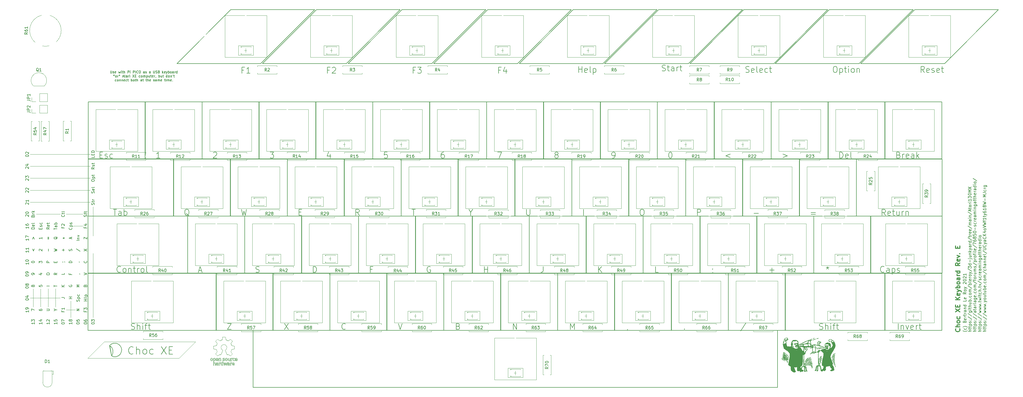
<source format=gto>
G04 #@! TF.GenerationSoftware,KiCad,Pcbnew,(5.1.10)-1*
G04 #@! TF.CreationDate,2021-11-29T17:25:30-08:00*
G04 #@! TF.ProjectId,AtariChocXE,41746172-6943-4686-9f63-58452e6b6963,E*
G04 #@! TF.SameCoordinates,Original*
G04 #@! TF.FileFunction,Legend,Top*
G04 #@! TF.FilePolarity,Positive*
%FSLAX46Y46*%
G04 Gerber Fmt 4.6, Leading zero omitted, Abs format (unit mm)*
G04 Created by KiCad (PCBNEW (5.1.10)-1) date 2021-11-29 17:25:30*
%MOMM*%
%LPD*%
G01*
G04 APERTURE LIST*
%ADD10C,0.300000*%
%ADD11C,0.150000*%
%ADD12C,0.120000*%
%ADD13C,0.200000*%
%ADD14C,0.090000*%
%ADD15C,0.010000*%
%ADD16R,1.800000X1.800000*%
%ADD17C,1.800000*%
%ADD18O,1.600000X1.600000*%
%ADD19C,1.600000*%
%ADD20O,1.700000X1.700000*%
%ADD21R,1.700000X1.700000*%
%ADD22C,2.200000*%
%ADD23C,1.900000*%
%ADD24C,3.400000*%
%ADD25O,12.000000X16.500000*%
%ADD26O,7.000000X10.000000*%
%ADD27C,5.500000*%
%ADD28C,2.340000*%
%ADD29R,1.300000X1.300000*%
%ADD30C,1.300000*%
%ADD31C,1.700000*%
%ADD32C,3.200000*%
G04 APERTURE END LIST*
D10*
X335145714Y-130327142D02*
X335217142Y-130398571D01*
X335288571Y-130612857D01*
X335288571Y-130755714D01*
X335217142Y-130970000D01*
X335074285Y-131112857D01*
X334931428Y-131184285D01*
X334645714Y-131255714D01*
X334431428Y-131255714D01*
X334145714Y-131184285D01*
X334002857Y-131112857D01*
X333860000Y-130970000D01*
X333788571Y-130755714D01*
X333788571Y-130612857D01*
X333860000Y-130398571D01*
X333931428Y-130327142D01*
X335288571Y-129684285D02*
X333788571Y-129684285D01*
X335288571Y-129041428D02*
X334502857Y-129041428D01*
X334360000Y-129112857D01*
X334288571Y-129255714D01*
X334288571Y-129470000D01*
X334360000Y-129612857D01*
X334431428Y-129684285D01*
X335288571Y-128112857D02*
X335217142Y-128255714D01*
X335145714Y-128327142D01*
X335002857Y-128398571D01*
X334574285Y-128398571D01*
X334431428Y-128327142D01*
X334360000Y-128255714D01*
X334288571Y-128112857D01*
X334288571Y-127898571D01*
X334360000Y-127755714D01*
X334431428Y-127684285D01*
X334574285Y-127612857D01*
X335002857Y-127612857D01*
X335145714Y-127684285D01*
X335217142Y-127755714D01*
X335288571Y-127898571D01*
X335288571Y-128112857D01*
X335217142Y-126327142D02*
X335288571Y-126470000D01*
X335288571Y-126755714D01*
X335217142Y-126898571D01*
X335145714Y-126970000D01*
X335002857Y-127041428D01*
X334574285Y-127041428D01*
X334431428Y-126970000D01*
X334360000Y-126898571D01*
X334288571Y-126755714D01*
X334288571Y-126470000D01*
X334360000Y-126327142D01*
X333788571Y-124684285D02*
X335288571Y-123684285D01*
X333788571Y-123684285D02*
X335288571Y-124684285D01*
X334502857Y-123112857D02*
X334502857Y-122612857D01*
X335288571Y-122398571D02*
X335288571Y-123112857D01*
X333788571Y-123112857D01*
X333788571Y-122398571D01*
X335288571Y-120612857D02*
X333788571Y-120612857D01*
X335288571Y-119755714D02*
X334431428Y-120398571D01*
X333788571Y-119755714D02*
X334645714Y-120612857D01*
X335217142Y-118541428D02*
X335288571Y-118684285D01*
X335288571Y-118970000D01*
X335217142Y-119112857D01*
X335074285Y-119184285D01*
X334502857Y-119184285D01*
X334360000Y-119112857D01*
X334288571Y-118970000D01*
X334288571Y-118684285D01*
X334360000Y-118541428D01*
X334502857Y-118470000D01*
X334645714Y-118470000D01*
X334788571Y-119184285D01*
X334288571Y-117970000D02*
X335288571Y-117612857D01*
X334288571Y-117255714D02*
X335288571Y-117612857D01*
X335645714Y-117755714D01*
X335717142Y-117827142D01*
X335788571Y-117970000D01*
X335288571Y-116684285D02*
X333788571Y-116684285D01*
X334360000Y-116684285D02*
X334288571Y-116541428D01*
X334288571Y-116255714D01*
X334360000Y-116112857D01*
X334431428Y-116041428D01*
X334574285Y-115970000D01*
X335002857Y-115970000D01*
X335145714Y-116041428D01*
X335217142Y-116112857D01*
X335288571Y-116255714D01*
X335288571Y-116541428D01*
X335217142Y-116684285D01*
X335288571Y-115112857D02*
X335217142Y-115255714D01*
X335145714Y-115327142D01*
X335002857Y-115398571D01*
X334574285Y-115398571D01*
X334431428Y-115327142D01*
X334360000Y-115255714D01*
X334288571Y-115112857D01*
X334288571Y-114898571D01*
X334360000Y-114755714D01*
X334431428Y-114684285D01*
X334574285Y-114612857D01*
X335002857Y-114612857D01*
X335145714Y-114684285D01*
X335217142Y-114755714D01*
X335288571Y-114898571D01*
X335288571Y-115112857D01*
X335288571Y-113327142D02*
X334502857Y-113327142D01*
X334360000Y-113398571D01*
X334288571Y-113541428D01*
X334288571Y-113827142D01*
X334360000Y-113970000D01*
X335217142Y-113327142D02*
X335288571Y-113470000D01*
X335288571Y-113827142D01*
X335217142Y-113970000D01*
X335074285Y-114041428D01*
X334931428Y-114041428D01*
X334788571Y-113970000D01*
X334717142Y-113827142D01*
X334717142Y-113470000D01*
X334645714Y-113327142D01*
X335288571Y-112612857D02*
X334288571Y-112612857D01*
X334574285Y-112612857D02*
X334431428Y-112541428D01*
X334360000Y-112470000D01*
X334288571Y-112327142D01*
X334288571Y-112184285D01*
X335288571Y-111041428D02*
X333788571Y-111041428D01*
X335217142Y-111041428D02*
X335288571Y-111184285D01*
X335288571Y-111470000D01*
X335217142Y-111612857D01*
X335145714Y-111684285D01*
X335002857Y-111755714D01*
X334574285Y-111755714D01*
X334431428Y-111684285D01*
X334360000Y-111612857D01*
X334288571Y-111470000D01*
X334288571Y-111184285D01*
X334360000Y-111041428D01*
X335288571Y-108327142D02*
X334574285Y-108827142D01*
X335288571Y-109184285D02*
X333788571Y-109184285D01*
X333788571Y-108612857D01*
X333860000Y-108470000D01*
X333931428Y-108398571D01*
X334074285Y-108327142D01*
X334288571Y-108327142D01*
X334431428Y-108398571D01*
X334502857Y-108470000D01*
X334574285Y-108612857D01*
X334574285Y-109184285D01*
X335217142Y-107112857D02*
X335288571Y-107255714D01*
X335288571Y-107541428D01*
X335217142Y-107684285D01*
X335074285Y-107755714D01*
X334502857Y-107755714D01*
X334360000Y-107684285D01*
X334288571Y-107541428D01*
X334288571Y-107255714D01*
X334360000Y-107112857D01*
X334502857Y-107041428D01*
X334645714Y-107041428D01*
X334788571Y-107755714D01*
X334288571Y-106541428D02*
X335288571Y-106184285D01*
X334288571Y-105827142D01*
X335145714Y-105255714D02*
X335217142Y-105184285D01*
X335288571Y-105255714D01*
X335217142Y-105327142D01*
X335145714Y-105255714D01*
X335288571Y-105255714D01*
X334502857Y-103398571D02*
X334502857Y-102898571D01*
X335288571Y-102684285D02*
X335288571Y-103398571D01*
X333788571Y-103398571D01*
X333788571Y-102684285D01*
D11*
X96195357Y-43897142D02*
X95528690Y-43897142D01*
X95528690Y-44944761D02*
X95528690Y-42944761D01*
X96481071Y-42944761D01*
X98290595Y-44944761D02*
X97147738Y-44944761D01*
X97719166Y-44944761D02*
X97719166Y-42944761D01*
X97528690Y-43230476D01*
X97338214Y-43420952D01*
X97147738Y-43516190D01*
X124770357Y-43897142D02*
X124103690Y-43897142D01*
X124103690Y-44944761D02*
X124103690Y-42944761D01*
X125056071Y-42944761D01*
X125722738Y-43135238D02*
X125817976Y-43040000D01*
X126008452Y-42944761D01*
X126484642Y-42944761D01*
X126675119Y-43040000D01*
X126770357Y-43135238D01*
X126865595Y-43325714D01*
X126865595Y-43516190D01*
X126770357Y-43801904D01*
X125627500Y-44944761D01*
X126865595Y-44944761D01*
X153345357Y-43897142D02*
X152678690Y-43897142D01*
X152678690Y-44944761D02*
X152678690Y-42944761D01*
X153631071Y-42944761D01*
X154202500Y-42944761D02*
X155440595Y-42944761D01*
X154773928Y-43706666D01*
X155059642Y-43706666D01*
X155250119Y-43801904D01*
X155345357Y-43897142D01*
X155440595Y-44087619D01*
X155440595Y-44563809D01*
X155345357Y-44754285D01*
X155250119Y-44849523D01*
X155059642Y-44944761D01*
X154488214Y-44944761D01*
X154297738Y-44849523D01*
X154202500Y-44754285D01*
X181920357Y-43897142D02*
X181253690Y-43897142D01*
X181253690Y-44944761D02*
X181253690Y-42944761D01*
X182206071Y-42944761D01*
X183825119Y-43611428D02*
X183825119Y-44944761D01*
X183348928Y-42849523D02*
X182872738Y-44278095D01*
X184110833Y-44278095D01*
X51677142Y-44101904D02*
X51677142Y-44749523D01*
X51715238Y-44825714D01*
X51753333Y-44863809D01*
X51829523Y-44901904D01*
X51981904Y-44901904D01*
X52058095Y-44863809D01*
X52096190Y-44825714D01*
X52134285Y-44749523D01*
X52134285Y-44101904D01*
X52477142Y-44863809D02*
X52553333Y-44901904D01*
X52705714Y-44901904D01*
X52781904Y-44863809D01*
X52820000Y-44787619D01*
X52820000Y-44749523D01*
X52781904Y-44673333D01*
X52705714Y-44635238D01*
X52591428Y-44635238D01*
X52515238Y-44597142D01*
X52477142Y-44520952D01*
X52477142Y-44482857D01*
X52515238Y-44406666D01*
X52591428Y-44368571D01*
X52705714Y-44368571D01*
X52781904Y-44406666D01*
X53467619Y-44863809D02*
X53391428Y-44901904D01*
X53239047Y-44901904D01*
X53162857Y-44863809D01*
X53124761Y-44787619D01*
X53124761Y-44482857D01*
X53162857Y-44406666D01*
X53239047Y-44368571D01*
X53391428Y-44368571D01*
X53467619Y-44406666D01*
X53505714Y-44482857D01*
X53505714Y-44559047D01*
X53124761Y-44635238D01*
X54381904Y-44368571D02*
X54534285Y-44901904D01*
X54686666Y-44520952D01*
X54839047Y-44901904D01*
X54991428Y-44368571D01*
X55296190Y-44901904D02*
X55296190Y-44368571D01*
X55296190Y-44101904D02*
X55258095Y-44140000D01*
X55296190Y-44178095D01*
X55334285Y-44140000D01*
X55296190Y-44101904D01*
X55296190Y-44178095D01*
X55562857Y-44368571D02*
X55867619Y-44368571D01*
X55677142Y-44101904D02*
X55677142Y-44787619D01*
X55715238Y-44863809D01*
X55791428Y-44901904D01*
X55867619Y-44901904D01*
X56134285Y-44901904D02*
X56134285Y-44101904D01*
X56477142Y-44901904D02*
X56477142Y-44482857D01*
X56439047Y-44406666D01*
X56362857Y-44368571D01*
X56248571Y-44368571D01*
X56172380Y-44406666D01*
X56134285Y-44444761D01*
X57467619Y-44901904D02*
X57467619Y-44101904D01*
X57772380Y-44101904D01*
X57848571Y-44140000D01*
X57886666Y-44178095D01*
X57924761Y-44254285D01*
X57924761Y-44368571D01*
X57886666Y-44444761D01*
X57848571Y-44482857D01*
X57772380Y-44520952D01*
X57467619Y-44520952D01*
X58267619Y-44901904D02*
X58267619Y-44368571D01*
X58267619Y-44101904D02*
X58229523Y-44140000D01*
X58267619Y-44178095D01*
X58305714Y-44140000D01*
X58267619Y-44101904D01*
X58267619Y-44178095D01*
X59258095Y-44901904D02*
X59258095Y-44101904D01*
X59562857Y-44101904D01*
X59639047Y-44140000D01*
X59677142Y-44178095D01*
X59715238Y-44254285D01*
X59715238Y-44368571D01*
X59677142Y-44444761D01*
X59639047Y-44482857D01*
X59562857Y-44520952D01*
X59258095Y-44520952D01*
X60058095Y-44901904D02*
X60058095Y-44101904D01*
X60896190Y-44825714D02*
X60858095Y-44863809D01*
X60743809Y-44901904D01*
X60667619Y-44901904D01*
X60553333Y-44863809D01*
X60477142Y-44787619D01*
X60439047Y-44711428D01*
X60400952Y-44559047D01*
X60400952Y-44444761D01*
X60439047Y-44292380D01*
X60477142Y-44216190D01*
X60553333Y-44140000D01*
X60667619Y-44101904D01*
X60743809Y-44101904D01*
X60858095Y-44140000D01*
X60896190Y-44178095D01*
X61391428Y-44101904D02*
X61543809Y-44101904D01*
X61620000Y-44140000D01*
X61696190Y-44216190D01*
X61734285Y-44368571D01*
X61734285Y-44635238D01*
X61696190Y-44787619D01*
X61620000Y-44863809D01*
X61543809Y-44901904D01*
X61391428Y-44901904D01*
X61315238Y-44863809D01*
X61239047Y-44787619D01*
X61200952Y-44635238D01*
X61200952Y-44368571D01*
X61239047Y-44216190D01*
X61315238Y-44140000D01*
X61391428Y-44101904D01*
X63029523Y-44901904D02*
X63029523Y-44482857D01*
X62991428Y-44406666D01*
X62915238Y-44368571D01*
X62762857Y-44368571D01*
X62686666Y-44406666D01*
X63029523Y-44863809D02*
X62953333Y-44901904D01*
X62762857Y-44901904D01*
X62686666Y-44863809D01*
X62648571Y-44787619D01*
X62648571Y-44711428D01*
X62686666Y-44635238D01*
X62762857Y-44597142D01*
X62953333Y-44597142D01*
X63029523Y-44559047D01*
X63372380Y-44863809D02*
X63448571Y-44901904D01*
X63600952Y-44901904D01*
X63677142Y-44863809D01*
X63715238Y-44787619D01*
X63715238Y-44749523D01*
X63677142Y-44673333D01*
X63600952Y-44635238D01*
X63486666Y-44635238D01*
X63410476Y-44597142D01*
X63372380Y-44520952D01*
X63372380Y-44482857D01*
X63410476Y-44406666D01*
X63486666Y-44368571D01*
X63600952Y-44368571D01*
X63677142Y-44406666D01*
X65010476Y-44901904D02*
X65010476Y-44482857D01*
X64972380Y-44406666D01*
X64896190Y-44368571D01*
X64743809Y-44368571D01*
X64667619Y-44406666D01*
X65010476Y-44863809D02*
X64934285Y-44901904D01*
X64743809Y-44901904D01*
X64667619Y-44863809D01*
X64629523Y-44787619D01*
X64629523Y-44711428D01*
X64667619Y-44635238D01*
X64743809Y-44597142D01*
X64934285Y-44597142D01*
X65010476Y-44559047D01*
X66000952Y-44101904D02*
X66000952Y-44749523D01*
X66039047Y-44825714D01*
X66077142Y-44863809D01*
X66153333Y-44901904D01*
X66305714Y-44901904D01*
X66381904Y-44863809D01*
X66420000Y-44825714D01*
X66458095Y-44749523D01*
X66458095Y-44101904D01*
X66800952Y-44863809D02*
X66915238Y-44901904D01*
X67105714Y-44901904D01*
X67181904Y-44863809D01*
X67220000Y-44825714D01*
X67258095Y-44749523D01*
X67258095Y-44673333D01*
X67220000Y-44597142D01*
X67181904Y-44559047D01*
X67105714Y-44520952D01*
X66953333Y-44482857D01*
X66877142Y-44444761D01*
X66839047Y-44406666D01*
X66800952Y-44330476D01*
X66800952Y-44254285D01*
X66839047Y-44178095D01*
X66877142Y-44140000D01*
X66953333Y-44101904D01*
X67143809Y-44101904D01*
X67258095Y-44140000D01*
X67867619Y-44482857D02*
X67981904Y-44520952D01*
X68020000Y-44559047D01*
X68058095Y-44635238D01*
X68058095Y-44749523D01*
X68020000Y-44825714D01*
X67981904Y-44863809D01*
X67905714Y-44901904D01*
X67600952Y-44901904D01*
X67600952Y-44101904D01*
X67867619Y-44101904D01*
X67943809Y-44140000D01*
X67981904Y-44178095D01*
X68020000Y-44254285D01*
X68020000Y-44330476D01*
X67981904Y-44406666D01*
X67943809Y-44444761D01*
X67867619Y-44482857D01*
X67600952Y-44482857D01*
X69010476Y-44901904D02*
X69010476Y-44101904D01*
X69086666Y-44597142D02*
X69315238Y-44901904D01*
X69315238Y-44368571D02*
X69010476Y-44673333D01*
X69962857Y-44863809D02*
X69886666Y-44901904D01*
X69734285Y-44901904D01*
X69658095Y-44863809D01*
X69620000Y-44787619D01*
X69620000Y-44482857D01*
X69658095Y-44406666D01*
X69734285Y-44368571D01*
X69886666Y-44368571D01*
X69962857Y-44406666D01*
X70000952Y-44482857D01*
X70000952Y-44559047D01*
X69620000Y-44635238D01*
X70267619Y-44368571D02*
X70458095Y-44901904D01*
X70648571Y-44368571D02*
X70458095Y-44901904D01*
X70381904Y-45092380D01*
X70343809Y-45130476D01*
X70267619Y-45168571D01*
X70953333Y-44901904D02*
X70953333Y-44101904D01*
X70953333Y-44406666D02*
X71029523Y-44368571D01*
X71181904Y-44368571D01*
X71258095Y-44406666D01*
X71296190Y-44444761D01*
X71334285Y-44520952D01*
X71334285Y-44749523D01*
X71296190Y-44825714D01*
X71258095Y-44863809D01*
X71181904Y-44901904D01*
X71029523Y-44901904D01*
X70953333Y-44863809D01*
X71791428Y-44901904D02*
X71715238Y-44863809D01*
X71677142Y-44825714D01*
X71639047Y-44749523D01*
X71639047Y-44520952D01*
X71677142Y-44444761D01*
X71715238Y-44406666D01*
X71791428Y-44368571D01*
X71905714Y-44368571D01*
X71981904Y-44406666D01*
X72020000Y-44444761D01*
X72058095Y-44520952D01*
X72058095Y-44749523D01*
X72020000Y-44825714D01*
X71981904Y-44863809D01*
X71905714Y-44901904D01*
X71791428Y-44901904D01*
X72743809Y-44901904D02*
X72743809Y-44482857D01*
X72705714Y-44406666D01*
X72629523Y-44368571D01*
X72477142Y-44368571D01*
X72400952Y-44406666D01*
X72743809Y-44863809D02*
X72667619Y-44901904D01*
X72477142Y-44901904D01*
X72400952Y-44863809D01*
X72362857Y-44787619D01*
X72362857Y-44711428D01*
X72400952Y-44635238D01*
X72477142Y-44597142D01*
X72667619Y-44597142D01*
X72743809Y-44559047D01*
X73124761Y-44901904D02*
X73124761Y-44368571D01*
X73124761Y-44520952D02*
X73162857Y-44444761D01*
X73200952Y-44406666D01*
X73277142Y-44368571D01*
X73353333Y-44368571D01*
X73962857Y-44901904D02*
X73962857Y-44101904D01*
X73962857Y-44863809D02*
X73886666Y-44901904D01*
X73734285Y-44901904D01*
X73658095Y-44863809D01*
X73620000Y-44825714D01*
X73581904Y-44749523D01*
X73581904Y-44520952D01*
X73620000Y-44444761D01*
X73658095Y-44406666D01*
X73734285Y-44368571D01*
X73886666Y-44368571D01*
X73962857Y-44406666D01*
X52839047Y-45451904D02*
X52839047Y-45642380D01*
X52648571Y-45566190D02*
X52839047Y-45642380D01*
X53029523Y-45566190D01*
X52724761Y-45794761D02*
X52839047Y-45642380D01*
X52953333Y-45794761D01*
X53448571Y-46251904D02*
X53372380Y-46213809D01*
X53334285Y-46175714D01*
X53296190Y-46099523D01*
X53296190Y-45870952D01*
X53334285Y-45794761D01*
X53372380Y-45756666D01*
X53448571Y-45718571D01*
X53562857Y-45718571D01*
X53639047Y-45756666D01*
X53677142Y-45794761D01*
X53715238Y-45870952D01*
X53715238Y-46099523D01*
X53677142Y-46175714D01*
X53639047Y-46213809D01*
X53562857Y-46251904D01*
X53448571Y-46251904D01*
X54058095Y-46251904D02*
X54058095Y-45718571D01*
X54058095Y-45870952D02*
X54096190Y-45794761D01*
X54134285Y-45756666D01*
X54210476Y-45718571D01*
X54286666Y-45718571D01*
X54667619Y-45451904D02*
X54667619Y-45642380D01*
X54477142Y-45566190D02*
X54667619Y-45642380D01*
X54858095Y-45566190D01*
X54553333Y-45794761D02*
X54667619Y-45642380D01*
X54781904Y-45794761D01*
X55734285Y-46023333D02*
X56115238Y-46023333D01*
X55658095Y-46251904D02*
X55924761Y-45451904D01*
X56191428Y-46251904D01*
X56343809Y-45718571D02*
X56648571Y-45718571D01*
X56458095Y-45451904D02*
X56458095Y-46137619D01*
X56496190Y-46213809D01*
X56572380Y-46251904D01*
X56648571Y-46251904D01*
X57258095Y-46251904D02*
X57258095Y-45832857D01*
X57220000Y-45756666D01*
X57143809Y-45718571D01*
X56991428Y-45718571D01*
X56915238Y-45756666D01*
X57258095Y-46213809D02*
X57181904Y-46251904D01*
X56991428Y-46251904D01*
X56915238Y-46213809D01*
X56877142Y-46137619D01*
X56877142Y-46061428D01*
X56915238Y-45985238D01*
X56991428Y-45947142D01*
X57181904Y-45947142D01*
X57258095Y-45909047D01*
X57639047Y-46251904D02*
X57639047Y-45718571D01*
X57639047Y-45870952D02*
X57677142Y-45794761D01*
X57715238Y-45756666D01*
X57791428Y-45718571D01*
X57867619Y-45718571D01*
X58134285Y-46251904D02*
X58134285Y-45718571D01*
X58134285Y-45451904D02*
X58096190Y-45490000D01*
X58134285Y-45528095D01*
X58172380Y-45490000D01*
X58134285Y-45451904D01*
X58134285Y-45528095D01*
X59048571Y-45451904D02*
X59581904Y-46251904D01*
X59581904Y-45451904D02*
X59048571Y-46251904D01*
X59886666Y-45832857D02*
X60153333Y-45832857D01*
X60267619Y-46251904D02*
X59886666Y-46251904D01*
X59886666Y-45451904D01*
X60267619Y-45451904D01*
X61562857Y-46213809D02*
X61486666Y-46251904D01*
X61334285Y-46251904D01*
X61258095Y-46213809D01*
X61220000Y-46175714D01*
X61181904Y-46099523D01*
X61181904Y-45870952D01*
X61220000Y-45794761D01*
X61258095Y-45756666D01*
X61334285Y-45718571D01*
X61486666Y-45718571D01*
X61562857Y-45756666D01*
X62020000Y-46251904D02*
X61943809Y-46213809D01*
X61905714Y-46175714D01*
X61867619Y-46099523D01*
X61867619Y-45870952D01*
X61905714Y-45794761D01*
X61943809Y-45756666D01*
X62020000Y-45718571D01*
X62134285Y-45718571D01*
X62210476Y-45756666D01*
X62248571Y-45794761D01*
X62286666Y-45870952D01*
X62286666Y-46099523D01*
X62248571Y-46175714D01*
X62210476Y-46213809D01*
X62134285Y-46251904D01*
X62020000Y-46251904D01*
X62629523Y-46251904D02*
X62629523Y-45718571D01*
X62629523Y-45794761D02*
X62667619Y-45756666D01*
X62743809Y-45718571D01*
X62858095Y-45718571D01*
X62934285Y-45756666D01*
X62972380Y-45832857D01*
X62972380Y-46251904D01*
X62972380Y-45832857D02*
X63010476Y-45756666D01*
X63086666Y-45718571D01*
X63200952Y-45718571D01*
X63277142Y-45756666D01*
X63315238Y-45832857D01*
X63315238Y-46251904D01*
X63696190Y-45718571D02*
X63696190Y-46518571D01*
X63696190Y-45756666D02*
X63772380Y-45718571D01*
X63924761Y-45718571D01*
X64000952Y-45756666D01*
X64039047Y-45794761D01*
X64077142Y-45870952D01*
X64077142Y-46099523D01*
X64039047Y-46175714D01*
X64000952Y-46213809D01*
X63924761Y-46251904D01*
X63772380Y-46251904D01*
X63696190Y-46213809D01*
X64762857Y-45718571D02*
X64762857Y-46251904D01*
X64420000Y-45718571D02*
X64420000Y-46137619D01*
X64458095Y-46213809D01*
X64534285Y-46251904D01*
X64648571Y-46251904D01*
X64724761Y-46213809D01*
X64762857Y-46175714D01*
X65029523Y-45718571D02*
X65334285Y-45718571D01*
X65143809Y-45451904D02*
X65143809Y-46137619D01*
X65181904Y-46213809D01*
X65258095Y-46251904D01*
X65334285Y-46251904D01*
X65905714Y-46213809D02*
X65829523Y-46251904D01*
X65677142Y-46251904D01*
X65600952Y-46213809D01*
X65562857Y-46137619D01*
X65562857Y-45832857D01*
X65600952Y-45756666D01*
X65677142Y-45718571D01*
X65829523Y-45718571D01*
X65905714Y-45756666D01*
X65943809Y-45832857D01*
X65943809Y-45909047D01*
X65562857Y-45985238D01*
X66286666Y-46251904D02*
X66286666Y-45718571D01*
X66286666Y-45870952D02*
X66324761Y-45794761D01*
X66362857Y-45756666D01*
X66439047Y-45718571D01*
X66515238Y-45718571D01*
X66820000Y-46213809D02*
X66820000Y-46251904D01*
X66781904Y-46328095D01*
X66743809Y-46366190D01*
X67772380Y-46251904D02*
X67772380Y-45451904D01*
X67772380Y-45756666D02*
X67848571Y-45718571D01*
X68000952Y-45718571D01*
X68077142Y-45756666D01*
X68115238Y-45794761D01*
X68153333Y-45870952D01*
X68153333Y-46099523D01*
X68115238Y-46175714D01*
X68077142Y-46213809D01*
X68000952Y-46251904D01*
X67848571Y-46251904D01*
X67772380Y-46213809D01*
X68839047Y-45718571D02*
X68839047Y-46251904D01*
X68496190Y-45718571D02*
X68496190Y-46137619D01*
X68534285Y-46213809D01*
X68610476Y-46251904D01*
X68724761Y-46251904D01*
X68800952Y-46213809D01*
X68839047Y-46175714D01*
X69105714Y-45718571D02*
X69410476Y-45718571D01*
X69220000Y-45451904D02*
X69220000Y-46137619D01*
X69258095Y-46213809D01*
X69334285Y-46251904D01*
X69410476Y-46251904D01*
X70629523Y-46251904D02*
X70629523Y-45451904D01*
X70629523Y-46213809D02*
X70553333Y-46251904D01*
X70400952Y-46251904D01*
X70324761Y-46213809D01*
X70286666Y-46175714D01*
X70248571Y-46099523D01*
X70248571Y-45870952D01*
X70286666Y-45794761D01*
X70324761Y-45756666D01*
X70400952Y-45718571D01*
X70553333Y-45718571D01*
X70629523Y-45756666D01*
X71124761Y-46251904D02*
X71048571Y-46213809D01*
X71010476Y-46175714D01*
X70972380Y-46099523D01*
X70972380Y-45870952D01*
X71010476Y-45794761D01*
X71048571Y-45756666D01*
X71124761Y-45718571D01*
X71239047Y-45718571D01*
X71315238Y-45756666D01*
X71353333Y-45794761D01*
X71391428Y-45870952D01*
X71391428Y-46099523D01*
X71353333Y-46175714D01*
X71315238Y-46213809D01*
X71239047Y-46251904D01*
X71124761Y-46251904D01*
X71734285Y-45718571D02*
X71734285Y-46251904D01*
X71734285Y-45794761D02*
X71772380Y-45756666D01*
X71848571Y-45718571D01*
X71962857Y-45718571D01*
X72039047Y-45756666D01*
X72077142Y-45832857D01*
X72077142Y-46251904D01*
X72496190Y-45451904D02*
X72420000Y-45604285D01*
X72724761Y-45718571D02*
X73029523Y-45718571D01*
X72839047Y-45451904D02*
X72839047Y-46137619D01*
X72877142Y-46213809D01*
X72953333Y-46251904D01*
X73029523Y-46251904D01*
X53600952Y-47563809D02*
X53524761Y-47601904D01*
X53372380Y-47601904D01*
X53296190Y-47563809D01*
X53258095Y-47525714D01*
X53220000Y-47449523D01*
X53220000Y-47220952D01*
X53258095Y-47144761D01*
X53296190Y-47106666D01*
X53372380Y-47068571D01*
X53524761Y-47068571D01*
X53600952Y-47106666D01*
X54058095Y-47601904D02*
X53981904Y-47563809D01*
X53943809Y-47525714D01*
X53905714Y-47449523D01*
X53905714Y-47220952D01*
X53943809Y-47144761D01*
X53981904Y-47106666D01*
X54058095Y-47068571D01*
X54172380Y-47068571D01*
X54248571Y-47106666D01*
X54286666Y-47144761D01*
X54324761Y-47220952D01*
X54324761Y-47449523D01*
X54286666Y-47525714D01*
X54248571Y-47563809D01*
X54172380Y-47601904D01*
X54058095Y-47601904D01*
X54667619Y-47068571D02*
X54667619Y-47601904D01*
X54667619Y-47144761D02*
X54705714Y-47106666D01*
X54781904Y-47068571D01*
X54896190Y-47068571D01*
X54972380Y-47106666D01*
X55010476Y-47182857D01*
X55010476Y-47601904D01*
X55391428Y-47068571D02*
X55391428Y-47601904D01*
X55391428Y-47144761D02*
X55429523Y-47106666D01*
X55505714Y-47068571D01*
X55620000Y-47068571D01*
X55696190Y-47106666D01*
X55734285Y-47182857D01*
X55734285Y-47601904D01*
X56420000Y-47563809D02*
X56343809Y-47601904D01*
X56191428Y-47601904D01*
X56115238Y-47563809D01*
X56077142Y-47487619D01*
X56077142Y-47182857D01*
X56115238Y-47106666D01*
X56191428Y-47068571D01*
X56343809Y-47068571D01*
X56420000Y-47106666D01*
X56458095Y-47182857D01*
X56458095Y-47259047D01*
X56077142Y-47335238D01*
X57143809Y-47563809D02*
X57067619Y-47601904D01*
X56915238Y-47601904D01*
X56839047Y-47563809D01*
X56800952Y-47525714D01*
X56762857Y-47449523D01*
X56762857Y-47220952D01*
X56800952Y-47144761D01*
X56839047Y-47106666D01*
X56915238Y-47068571D01*
X57067619Y-47068571D01*
X57143809Y-47106666D01*
X57372380Y-47068571D02*
X57677142Y-47068571D01*
X57486666Y-46801904D02*
X57486666Y-47487619D01*
X57524761Y-47563809D01*
X57600952Y-47601904D01*
X57677142Y-47601904D01*
X58553333Y-47601904D02*
X58553333Y-46801904D01*
X58553333Y-47106666D02*
X58629523Y-47068571D01*
X58781904Y-47068571D01*
X58858095Y-47106666D01*
X58896190Y-47144761D01*
X58934285Y-47220952D01*
X58934285Y-47449523D01*
X58896190Y-47525714D01*
X58858095Y-47563809D01*
X58781904Y-47601904D01*
X58629523Y-47601904D01*
X58553333Y-47563809D01*
X59391428Y-47601904D02*
X59315238Y-47563809D01*
X59277142Y-47525714D01*
X59239047Y-47449523D01*
X59239047Y-47220952D01*
X59277142Y-47144761D01*
X59315238Y-47106666D01*
X59391428Y-47068571D01*
X59505714Y-47068571D01*
X59581904Y-47106666D01*
X59620000Y-47144761D01*
X59658095Y-47220952D01*
X59658095Y-47449523D01*
X59620000Y-47525714D01*
X59581904Y-47563809D01*
X59505714Y-47601904D01*
X59391428Y-47601904D01*
X59886666Y-47068571D02*
X60191428Y-47068571D01*
X60000952Y-46801904D02*
X60000952Y-47487619D01*
X60039047Y-47563809D01*
X60115238Y-47601904D01*
X60191428Y-47601904D01*
X60458095Y-47601904D02*
X60458095Y-46801904D01*
X60800952Y-47601904D02*
X60800952Y-47182857D01*
X60762857Y-47106666D01*
X60686666Y-47068571D01*
X60572380Y-47068571D01*
X60496190Y-47106666D01*
X60458095Y-47144761D01*
X62134285Y-47601904D02*
X62134285Y-47182857D01*
X62096190Y-47106666D01*
X62020000Y-47068571D01*
X61867619Y-47068571D01*
X61791428Y-47106666D01*
X62134285Y-47563809D02*
X62058095Y-47601904D01*
X61867619Y-47601904D01*
X61791428Y-47563809D01*
X61753333Y-47487619D01*
X61753333Y-47411428D01*
X61791428Y-47335238D01*
X61867619Y-47297142D01*
X62058095Y-47297142D01*
X62134285Y-47259047D01*
X62400952Y-47068571D02*
X62705714Y-47068571D01*
X62515238Y-46801904D02*
X62515238Y-47487619D01*
X62553333Y-47563809D01*
X62629523Y-47601904D01*
X62705714Y-47601904D01*
X63467619Y-47068571D02*
X63772380Y-47068571D01*
X63581904Y-46801904D02*
X63581904Y-47487619D01*
X63620000Y-47563809D01*
X63696190Y-47601904D01*
X63772380Y-47601904D01*
X64039047Y-47601904D02*
X64039047Y-46801904D01*
X64381904Y-47601904D02*
X64381904Y-47182857D01*
X64343809Y-47106666D01*
X64267619Y-47068571D01*
X64153333Y-47068571D01*
X64077142Y-47106666D01*
X64039047Y-47144761D01*
X65067619Y-47563809D02*
X64991428Y-47601904D01*
X64839047Y-47601904D01*
X64762857Y-47563809D01*
X64724761Y-47487619D01*
X64724761Y-47182857D01*
X64762857Y-47106666D01*
X64839047Y-47068571D01*
X64991428Y-47068571D01*
X65067619Y-47106666D01*
X65105714Y-47182857D01*
X65105714Y-47259047D01*
X64724761Y-47335238D01*
X66020000Y-47563809D02*
X66096190Y-47601904D01*
X66248571Y-47601904D01*
X66324761Y-47563809D01*
X66362857Y-47487619D01*
X66362857Y-47449523D01*
X66324761Y-47373333D01*
X66248571Y-47335238D01*
X66134285Y-47335238D01*
X66058095Y-47297142D01*
X66020000Y-47220952D01*
X66020000Y-47182857D01*
X66058095Y-47106666D01*
X66134285Y-47068571D01*
X66248571Y-47068571D01*
X66324761Y-47106666D01*
X67048571Y-47601904D02*
X67048571Y-47182857D01*
X67010476Y-47106666D01*
X66934285Y-47068571D01*
X66781904Y-47068571D01*
X66705714Y-47106666D01*
X67048571Y-47563809D02*
X66972380Y-47601904D01*
X66781904Y-47601904D01*
X66705714Y-47563809D01*
X66667619Y-47487619D01*
X66667619Y-47411428D01*
X66705714Y-47335238D01*
X66781904Y-47297142D01*
X66972380Y-47297142D01*
X67048571Y-47259047D01*
X67429523Y-47601904D02*
X67429523Y-47068571D01*
X67429523Y-47144761D02*
X67467619Y-47106666D01*
X67543809Y-47068571D01*
X67658095Y-47068571D01*
X67734285Y-47106666D01*
X67772380Y-47182857D01*
X67772380Y-47601904D01*
X67772380Y-47182857D02*
X67810476Y-47106666D01*
X67886666Y-47068571D01*
X68000952Y-47068571D01*
X68077142Y-47106666D01*
X68115238Y-47182857D01*
X68115238Y-47601904D01*
X68800952Y-47563809D02*
X68724761Y-47601904D01*
X68572380Y-47601904D01*
X68496190Y-47563809D01*
X68458095Y-47487619D01*
X68458095Y-47182857D01*
X68496190Y-47106666D01*
X68572380Y-47068571D01*
X68724761Y-47068571D01*
X68800952Y-47106666D01*
X68839047Y-47182857D01*
X68839047Y-47259047D01*
X68458095Y-47335238D01*
X69677142Y-47068571D02*
X69981904Y-47068571D01*
X69791428Y-46801904D02*
X69791428Y-47487619D01*
X69829523Y-47563809D01*
X69905714Y-47601904D01*
X69981904Y-47601904D01*
X70248571Y-47601904D02*
X70248571Y-47068571D01*
X70248571Y-46801904D02*
X70210476Y-46840000D01*
X70248571Y-46878095D01*
X70286666Y-46840000D01*
X70248571Y-46801904D01*
X70248571Y-46878095D01*
X70629523Y-47601904D02*
X70629523Y-47068571D01*
X70629523Y-47144761D02*
X70667619Y-47106666D01*
X70743809Y-47068571D01*
X70858095Y-47068571D01*
X70934285Y-47106666D01*
X70972380Y-47182857D01*
X70972380Y-47601904D01*
X70972380Y-47182857D02*
X71010476Y-47106666D01*
X71086666Y-47068571D01*
X71200952Y-47068571D01*
X71277142Y-47106666D01*
X71315238Y-47182857D01*
X71315238Y-47601904D01*
X72000952Y-47563809D02*
X71924761Y-47601904D01*
X71772380Y-47601904D01*
X71696190Y-47563809D01*
X71658095Y-47487619D01*
X71658095Y-47182857D01*
X71696190Y-47106666D01*
X71772380Y-47068571D01*
X71924761Y-47068571D01*
X72000952Y-47106666D01*
X72039047Y-47182857D01*
X72039047Y-47259047D01*
X71658095Y-47335238D01*
X72381904Y-47525714D02*
X72420000Y-47563809D01*
X72381904Y-47601904D01*
X72343809Y-47563809D01*
X72381904Y-47525714D01*
X72381904Y-47601904D01*
X337763333Y-130948690D02*
X337715714Y-130996309D01*
X337572857Y-131091547D01*
X337477619Y-131139166D01*
X337334761Y-131186785D01*
X337096666Y-131234404D01*
X336906190Y-131234404D01*
X336668095Y-131186785D01*
X336525238Y-131139166D01*
X336430000Y-131091547D01*
X336287142Y-130996309D01*
X336239523Y-130948690D01*
X337334761Y-130139166D02*
X337382380Y-130234404D01*
X337382380Y-130424880D01*
X337334761Y-130520119D01*
X337287142Y-130567738D01*
X337191904Y-130615357D01*
X336906190Y-130615357D01*
X336810952Y-130567738D01*
X336763333Y-130520119D01*
X336715714Y-130424880D01*
X336715714Y-130234404D01*
X336763333Y-130139166D01*
X337763333Y-129805833D02*
X337715714Y-129758214D01*
X337572857Y-129662976D01*
X337477619Y-129615357D01*
X337334761Y-129567738D01*
X337096666Y-129520119D01*
X336906190Y-129520119D01*
X336668095Y-129567738D01*
X336525238Y-129615357D01*
X336430000Y-129662976D01*
X336287142Y-129758214D01*
X336239523Y-129805833D01*
X336858571Y-127948690D02*
X336906190Y-127805833D01*
X336953809Y-127758214D01*
X337049047Y-127710595D01*
X337191904Y-127710595D01*
X337287142Y-127758214D01*
X337334761Y-127805833D01*
X337382380Y-127901071D01*
X337382380Y-128282023D01*
X336382380Y-128282023D01*
X336382380Y-127948690D01*
X336430000Y-127853452D01*
X336477619Y-127805833D01*
X336572857Y-127758214D01*
X336668095Y-127758214D01*
X336763333Y-127805833D01*
X336810952Y-127853452D01*
X336858571Y-127948690D01*
X336858571Y-128282023D01*
X337334761Y-126901071D02*
X337382380Y-126996309D01*
X337382380Y-127186785D01*
X337334761Y-127282023D01*
X337239523Y-127329642D01*
X336858571Y-127329642D01*
X336763333Y-127282023D01*
X336715714Y-127186785D01*
X336715714Y-126996309D01*
X336763333Y-126901071D01*
X336858571Y-126853452D01*
X336953809Y-126853452D01*
X337049047Y-127329642D01*
X337382380Y-126424880D02*
X336715714Y-126424880D01*
X336906190Y-126424880D02*
X336810952Y-126377261D01*
X336763333Y-126329642D01*
X336715714Y-126234404D01*
X336715714Y-126139166D01*
X336715714Y-125948690D02*
X336715714Y-125567738D01*
X336382380Y-125805833D02*
X337239523Y-125805833D01*
X337334761Y-125758214D01*
X337382380Y-125662976D01*
X337382380Y-125567738D01*
X337382380Y-125234404D02*
X336715714Y-125234404D01*
X336906190Y-125234404D02*
X336810952Y-125186785D01*
X336763333Y-125139166D01*
X336715714Y-125043928D01*
X336715714Y-124948690D01*
X337382380Y-124186785D02*
X336858571Y-124186785D01*
X336763333Y-124234404D01*
X336715714Y-124329642D01*
X336715714Y-124520119D01*
X336763333Y-124615357D01*
X337334761Y-124186785D02*
X337382380Y-124282023D01*
X337382380Y-124520119D01*
X337334761Y-124615357D01*
X337239523Y-124662976D01*
X337144285Y-124662976D01*
X337049047Y-124615357D01*
X337001428Y-124520119D01*
X337001428Y-124282023D01*
X336953809Y-124186785D01*
X336715714Y-123710595D02*
X337382380Y-123710595D01*
X336810952Y-123710595D02*
X336763333Y-123662976D01*
X336715714Y-123567738D01*
X336715714Y-123424880D01*
X336763333Y-123329642D01*
X336858571Y-123282023D01*
X337382380Y-123282023D01*
X337382380Y-122377261D02*
X336382380Y-122377261D01*
X337334761Y-122377261D02*
X337382380Y-122472500D01*
X337382380Y-122662976D01*
X337334761Y-122758214D01*
X337287142Y-122805833D01*
X337191904Y-122853452D01*
X336906190Y-122853452D01*
X336810952Y-122805833D01*
X336763333Y-122758214D01*
X336715714Y-122662976D01*
X336715714Y-122472500D01*
X336763333Y-122377261D01*
X337382380Y-120662976D02*
X337382380Y-121139166D01*
X336382380Y-121139166D01*
X337334761Y-119948690D02*
X337382380Y-120043928D01*
X337382380Y-120234404D01*
X337334761Y-120329642D01*
X337239523Y-120377261D01*
X336858571Y-120377261D01*
X336763333Y-120329642D01*
X336715714Y-120234404D01*
X336715714Y-120043928D01*
X336763333Y-119948690D01*
X336858571Y-119901071D01*
X336953809Y-119901071D01*
X337049047Y-120377261D01*
X337382380Y-118139166D02*
X336906190Y-118472500D01*
X337382380Y-118710595D02*
X336382380Y-118710595D01*
X336382380Y-118329642D01*
X336430000Y-118234404D01*
X336477619Y-118186785D01*
X336572857Y-118139166D01*
X336715714Y-118139166D01*
X336810952Y-118186785D01*
X336858571Y-118234404D01*
X336906190Y-118329642D01*
X336906190Y-118710595D01*
X337382380Y-117567738D02*
X337334761Y-117662976D01*
X337287142Y-117710595D01*
X337191904Y-117758214D01*
X336906190Y-117758214D01*
X336810952Y-117710595D01*
X336763333Y-117662976D01*
X336715714Y-117567738D01*
X336715714Y-117424880D01*
X336763333Y-117329642D01*
X336810952Y-117282023D01*
X336906190Y-117234404D01*
X337191904Y-117234404D01*
X337287142Y-117282023D01*
X337334761Y-117329642D01*
X337382380Y-117424880D01*
X337382380Y-117567738D01*
X336715714Y-116901071D02*
X337382380Y-116662976D01*
X336715714Y-116424880D02*
X337382380Y-116662976D01*
X337620476Y-116758214D01*
X337668095Y-116805833D01*
X337715714Y-116901071D01*
X336477619Y-115329642D02*
X336430000Y-115282023D01*
X336382380Y-115186785D01*
X336382380Y-114948690D01*
X336430000Y-114853452D01*
X336477619Y-114805833D01*
X336572857Y-114758214D01*
X336668095Y-114758214D01*
X336810952Y-114805833D01*
X337382380Y-115377261D01*
X337382380Y-114758214D01*
X336382380Y-114139166D02*
X336382380Y-114043928D01*
X336430000Y-113948690D01*
X336477619Y-113901071D01*
X336572857Y-113853452D01*
X336763333Y-113805833D01*
X337001428Y-113805833D01*
X337191904Y-113853452D01*
X337287142Y-113901071D01*
X337334761Y-113948690D01*
X337382380Y-114043928D01*
X337382380Y-114139166D01*
X337334761Y-114234404D01*
X337287142Y-114282023D01*
X337191904Y-114329642D01*
X337001428Y-114377261D01*
X336763333Y-114377261D01*
X336572857Y-114329642D01*
X336477619Y-114282023D01*
X336430000Y-114234404D01*
X336382380Y-114139166D01*
X336477619Y-113424880D02*
X336430000Y-113377261D01*
X336382380Y-113282023D01*
X336382380Y-113043928D01*
X336430000Y-112948690D01*
X336477619Y-112901071D01*
X336572857Y-112853452D01*
X336668095Y-112853452D01*
X336810952Y-112901071D01*
X337382380Y-113472500D01*
X337382380Y-112853452D01*
X337382380Y-111901071D02*
X337382380Y-112472500D01*
X337382380Y-112186785D02*
X336382380Y-112186785D01*
X336525238Y-112282023D01*
X336620476Y-112377261D01*
X336668095Y-112472500D01*
X339032380Y-131234404D02*
X338032380Y-131234404D01*
X339032380Y-130805833D02*
X338508571Y-130805833D01*
X338413333Y-130853452D01*
X338365714Y-130948690D01*
X338365714Y-131091547D01*
X338413333Y-131186785D01*
X338460952Y-131234404D01*
X338365714Y-130472500D02*
X338365714Y-130091547D01*
X338032380Y-130329642D02*
X338889523Y-130329642D01*
X338984761Y-130282023D01*
X339032380Y-130186785D01*
X339032380Y-130091547D01*
X338365714Y-129901071D02*
X338365714Y-129520119D01*
X338032380Y-129758214D02*
X338889523Y-129758214D01*
X338984761Y-129710595D01*
X339032380Y-129615357D01*
X339032380Y-129520119D01*
X338365714Y-129186785D02*
X339365714Y-129186785D01*
X338413333Y-129186785D02*
X338365714Y-129091547D01*
X338365714Y-128901071D01*
X338413333Y-128805833D01*
X338460952Y-128758214D01*
X338556190Y-128710595D01*
X338841904Y-128710595D01*
X338937142Y-128758214D01*
X338984761Y-128805833D01*
X339032380Y-128901071D01*
X339032380Y-129091547D01*
X338984761Y-129186785D01*
X338984761Y-128329642D02*
X339032380Y-128234404D01*
X339032380Y-128043928D01*
X338984761Y-127948690D01*
X338889523Y-127901071D01*
X338841904Y-127901071D01*
X338746666Y-127948690D01*
X338699047Y-128043928D01*
X338699047Y-128186785D01*
X338651428Y-128282023D01*
X338556190Y-128329642D01*
X338508571Y-128329642D01*
X338413333Y-128282023D01*
X338365714Y-128186785D01*
X338365714Y-128043928D01*
X338413333Y-127948690D01*
X338937142Y-127472500D02*
X338984761Y-127424880D01*
X339032380Y-127472500D01*
X338984761Y-127520119D01*
X338937142Y-127472500D01*
X339032380Y-127472500D01*
X338413333Y-127472500D02*
X338460952Y-127424880D01*
X338508571Y-127472500D01*
X338460952Y-127520119D01*
X338413333Y-127472500D01*
X338508571Y-127472500D01*
X337984761Y-126282023D02*
X339270476Y-127139166D01*
X337984761Y-125234404D02*
X339270476Y-126091547D01*
X338365714Y-124472500D02*
X339175238Y-124472500D01*
X339270476Y-124520119D01*
X339318095Y-124567738D01*
X339365714Y-124662976D01*
X339365714Y-124805833D01*
X339318095Y-124901071D01*
X338984761Y-124472500D02*
X339032380Y-124567738D01*
X339032380Y-124758214D01*
X338984761Y-124853452D01*
X338937142Y-124901071D01*
X338841904Y-124948690D01*
X338556190Y-124948690D01*
X338460952Y-124901071D01*
X338413333Y-124853452D01*
X338365714Y-124758214D01*
X338365714Y-124567738D01*
X338413333Y-124472500D01*
X339032380Y-123996309D02*
X338365714Y-123996309D01*
X338032380Y-123996309D02*
X338080000Y-124043928D01*
X338127619Y-123996309D01*
X338080000Y-123948690D01*
X338032380Y-123996309D01*
X338127619Y-123996309D01*
X338365714Y-123662976D02*
X338365714Y-123282023D01*
X338032380Y-123520119D02*
X338889523Y-123520119D01*
X338984761Y-123472500D01*
X339032380Y-123377261D01*
X339032380Y-123282023D01*
X339032380Y-122948690D02*
X338032380Y-122948690D01*
X339032380Y-122520119D02*
X338508571Y-122520119D01*
X338413333Y-122567738D01*
X338365714Y-122662976D01*
X338365714Y-122805833D01*
X338413333Y-122901071D01*
X338460952Y-122948690D01*
X338365714Y-121615357D02*
X339032380Y-121615357D01*
X338365714Y-122043928D02*
X338889523Y-122043928D01*
X338984761Y-121996309D01*
X339032380Y-121901071D01*
X339032380Y-121758214D01*
X338984761Y-121662976D01*
X338937142Y-121615357D01*
X339032380Y-121139166D02*
X338032380Y-121139166D01*
X338413333Y-121139166D02*
X338365714Y-121043928D01*
X338365714Y-120853452D01*
X338413333Y-120758214D01*
X338460952Y-120710595D01*
X338556190Y-120662976D01*
X338841904Y-120662976D01*
X338937142Y-120710595D01*
X338984761Y-120758214D01*
X339032380Y-120853452D01*
X339032380Y-121043928D01*
X338984761Y-121139166D01*
X338937142Y-120234404D02*
X338984761Y-120186785D01*
X339032380Y-120234404D01*
X338984761Y-120282023D01*
X338937142Y-120234404D01*
X339032380Y-120234404D01*
X338984761Y-119329642D02*
X339032380Y-119424880D01*
X339032380Y-119615357D01*
X338984761Y-119710595D01*
X338937142Y-119758214D01*
X338841904Y-119805833D01*
X338556190Y-119805833D01*
X338460952Y-119758214D01*
X338413333Y-119710595D01*
X338365714Y-119615357D01*
X338365714Y-119424880D01*
X338413333Y-119329642D01*
X339032380Y-118758214D02*
X338984761Y-118853452D01*
X338937142Y-118901071D01*
X338841904Y-118948690D01*
X338556190Y-118948690D01*
X338460952Y-118901071D01*
X338413333Y-118853452D01*
X338365714Y-118758214D01*
X338365714Y-118615357D01*
X338413333Y-118520119D01*
X338460952Y-118472500D01*
X338556190Y-118424880D01*
X338841904Y-118424880D01*
X338937142Y-118472500D01*
X338984761Y-118520119D01*
X339032380Y-118615357D01*
X339032380Y-118758214D01*
X339032380Y-117996309D02*
X338365714Y-117996309D01*
X338460952Y-117996309D02*
X338413333Y-117948690D01*
X338365714Y-117853452D01*
X338365714Y-117710595D01*
X338413333Y-117615357D01*
X338508571Y-117567738D01*
X339032380Y-117567738D01*
X338508571Y-117567738D02*
X338413333Y-117520119D01*
X338365714Y-117424880D01*
X338365714Y-117282023D01*
X338413333Y-117186785D01*
X338508571Y-117139166D01*
X339032380Y-117139166D01*
X337984761Y-115948690D02*
X339270476Y-116805833D01*
X339032380Y-115615357D02*
X338032380Y-115615357D01*
X338413333Y-115615357D02*
X338365714Y-115520119D01*
X338365714Y-115329642D01*
X338413333Y-115234404D01*
X338460952Y-115186785D01*
X338556190Y-115139166D01*
X338841904Y-115139166D01*
X338937142Y-115186785D01*
X338984761Y-115234404D01*
X339032380Y-115329642D01*
X339032380Y-115520119D01*
X338984761Y-115615357D01*
X339032380Y-114567738D02*
X338984761Y-114662976D01*
X338889523Y-114710595D01*
X338032380Y-114710595D01*
X338984761Y-113805833D02*
X339032380Y-113901071D01*
X339032380Y-114091547D01*
X338984761Y-114186785D01*
X338889523Y-114234404D01*
X338508571Y-114234404D01*
X338413333Y-114186785D01*
X338365714Y-114091547D01*
X338365714Y-113901071D01*
X338413333Y-113805833D01*
X338508571Y-113758214D01*
X338603809Y-113758214D01*
X338699047Y-114234404D01*
X339032380Y-113329642D02*
X338365714Y-113329642D01*
X338556190Y-113329642D02*
X338460952Y-113282023D01*
X338413333Y-113234404D01*
X338365714Y-113139166D01*
X338365714Y-113043928D01*
X339032380Y-112567738D02*
X338984761Y-112662976D01*
X338937142Y-112710595D01*
X338841904Y-112758214D01*
X338556190Y-112758214D01*
X338460952Y-112710595D01*
X338413333Y-112662976D01*
X338365714Y-112567738D01*
X338365714Y-112424880D01*
X338413333Y-112329642D01*
X338460952Y-112282023D01*
X338556190Y-112234404D01*
X338841904Y-112234404D01*
X338937142Y-112282023D01*
X338984761Y-112329642D01*
X339032380Y-112424880D01*
X339032380Y-112567738D01*
X338365714Y-111901071D02*
X339032380Y-111662976D01*
X338365714Y-111424880D02*
X339032380Y-111662976D01*
X339270476Y-111758214D01*
X339318095Y-111805833D01*
X339365714Y-111901071D01*
X337984761Y-110329642D02*
X339270476Y-111186785D01*
X338032380Y-110091547D02*
X338032380Y-109472500D01*
X338413333Y-109805833D01*
X338413333Y-109662976D01*
X338460952Y-109567738D01*
X338508571Y-109520119D01*
X338603809Y-109472500D01*
X338841904Y-109472500D01*
X338937142Y-109520119D01*
X338984761Y-109567738D01*
X339032380Y-109662976D01*
X339032380Y-109948690D01*
X338984761Y-110043928D01*
X338937142Y-110091547D01*
X339032380Y-108615357D02*
X338032380Y-108615357D01*
X338984761Y-108615357D02*
X339032380Y-108710595D01*
X339032380Y-108901071D01*
X338984761Y-108996309D01*
X338937142Y-109043928D01*
X338841904Y-109091547D01*
X338556190Y-109091547D01*
X338460952Y-109043928D01*
X338413333Y-108996309D01*
X338365714Y-108901071D01*
X338365714Y-108710595D01*
X338413333Y-108615357D01*
X338651428Y-108139166D02*
X338651428Y-107377261D01*
X338365714Y-106901071D02*
X339222857Y-106901071D01*
X339318095Y-106948690D01*
X339365714Y-107043928D01*
X339365714Y-107091547D01*
X338032380Y-106901071D02*
X338080000Y-106948690D01*
X338127619Y-106901071D01*
X338080000Y-106853452D01*
X338032380Y-106901071D01*
X338127619Y-106901071D01*
X338365714Y-105996309D02*
X339032380Y-105996309D01*
X338365714Y-106424880D02*
X338889523Y-106424880D01*
X338984761Y-106377261D01*
X339032380Y-106282023D01*
X339032380Y-106139166D01*
X338984761Y-106043928D01*
X338937142Y-105996309D01*
X338365714Y-105520119D02*
X339032380Y-105520119D01*
X338460952Y-105520119D02*
X338413333Y-105472500D01*
X338365714Y-105377261D01*
X338365714Y-105234404D01*
X338413333Y-105139166D01*
X338508571Y-105091547D01*
X339032380Y-105091547D01*
X339032380Y-104615357D02*
X338032380Y-104615357D01*
X338651428Y-104520119D02*
X339032380Y-104234404D01*
X338365714Y-104234404D02*
X338746666Y-104615357D01*
X338365714Y-103901071D02*
X339032380Y-103662976D01*
X338365714Y-103424880D02*
X339032380Y-103662976D01*
X339270476Y-103758214D01*
X339318095Y-103805833D01*
X339365714Y-103901071D01*
X339032380Y-102615357D02*
X338508571Y-102615357D01*
X338413333Y-102662976D01*
X338365714Y-102758214D01*
X338365714Y-102948690D01*
X338413333Y-103043928D01*
X338984761Y-102615357D02*
X339032380Y-102710595D01*
X339032380Y-102948690D01*
X338984761Y-103043928D01*
X338889523Y-103091547D01*
X338794285Y-103091547D01*
X338699047Y-103043928D01*
X338651428Y-102948690D01*
X338651428Y-102710595D01*
X338603809Y-102615357D01*
X339032380Y-102139166D02*
X338365714Y-102139166D01*
X338556190Y-102139166D02*
X338460952Y-102091547D01*
X338413333Y-102043928D01*
X338365714Y-101948690D01*
X338365714Y-101853452D01*
X339032380Y-101091547D02*
X338032380Y-101091547D01*
X338984761Y-101091547D02*
X339032380Y-101186785D01*
X339032380Y-101377261D01*
X338984761Y-101472500D01*
X338937142Y-101520119D01*
X338841904Y-101567738D01*
X338556190Y-101567738D01*
X338460952Y-101520119D01*
X338413333Y-101472500D01*
X338365714Y-101377261D01*
X338365714Y-101186785D01*
X338413333Y-101091547D01*
X337984761Y-99901071D02*
X339270476Y-100758214D01*
X338365714Y-99710595D02*
X338365714Y-99329642D01*
X338032380Y-99567738D02*
X338889523Y-99567738D01*
X338984761Y-99520119D01*
X339032380Y-99424880D01*
X339032380Y-99329642D01*
X339032380Y-98996309D02*
X338365714Y-98996309D01*
X338556190Y-98996309D02*
X338460952Y-98948690D01*
X338413333Y-98901071D01*
X338365714Y-98805833D01*
X338365714Y-98710595D01*
X338984761Y-97996309D02*
X339032380Y-98091547D01*
X339032380Y-98282023D01*
X338984761Y-98377261D01*
X338889523Y-98424880D01*
X338508571Y-98424880D01*
X338413333Y-98377261D01*
X338365714Y-98282023D01*
X338365714Y-98091547D01*
X338413333Y-97996309D01*
X338508571Y-97948690D01*
X338603809Y-97948690D01*
X338699047Y-98424880D01*
X338984761Y-97139166D02*
X339032380Y-97234404D01*
X339032380Y-97424880D01*
X338984761Y-97520119D01*
X338889523Y-97567738D01*
X338508571Y-97567738D01*
X338413333Y-97520119D01*
X338365714Y-97424880D01*
X338365714Y-97234404D01*
X338413333Y-97139166D01*
X338508571Y-97091547D01*
X338603809Y-97091547D01*
X338699047Y-97567738D01*
X337984761Y-95948690D02*
X339270476Y-96805833D01*
X339032380Y-95615357D02*
X338365714Y-95615357D01*
X338460952Y-95615357D02*
X338413333Y-95567738D01*
X338365714Y-95472500D01*
X338365714Y-95329642D01*
X338413333Y-95234404D01*
X338508571Y-95186785D01*
X339032380Y-95186785D01*
X338508571Y-95186785D02*
X338413333Y-95139166D01*
X338365714Y-95043928D01*
X338365714Y-94901071D01*
X338413333Y-94805833D01*
X338508571Y-94758214D01*
X339032380Y-94758214D01*
X339032380Y-93853452D02*
X338508571Y-93853452D01*
X338413333Y-93901071D01*
X338365714Y-93996309D01*
X338365714Y-94186785D01*
X338413333Y-94282023D01*
X338984761Y-93853452D02*
X339032380Y-93948690D01*
X339032380Y-94186785D01*
X338984761Y-94282023D01*
X338889523Y-94329642D01*
X338794285Y-94329642D01*
X338699047Y-94282023D01*
X338651428Y-94186785D01*
X338651428Y-93948690D01*
X338603809Y-93853452D01*
X339032380Y-93377261D02*
X338365714Y-93377261D01*
X338032380Y-93377261D02*
X338080000Y-93424880D01*
X338127619Y-93377261D01*
X338080000Y-93329642D01*
X338032380Y-93377261D01*
X338127619Y-93377261D01*
X338365714Y-92901071D02*
X339032380Y-92901071D01*
X338460952Y-92901071D02*
X338413333Y-92853452D01*
X338365714Y-92758214D01*
X338365714Y-92615357D01*
X338413333Y-92520119D01*
X338508571Y-92472500D01*
X339032380Y-92472500D01*
X337984761Y-91282023D02*
X339270476Y-92139166D01*
X338746666Y-90996309D02*
X338746666Y-90520119D01*
X339032380Y-91091547D02*
X338032380Y-90758214D01*
X339032380Y-90424880D01*
X338365714Y-90234404D02*
X338365714Y-89853452D01*
X338032380Y-90091547D02*
X338889523Y-90091547D01*
X338984761Y-90043928D01*
X339032380Y-89948690D01*
X339032380Y-89853452D01*
X339032380Y-89091547D02*
X338508571Y-89091547D01*
X338413333Y-89139166D01*
X338365714Y-89234404D01*
X338365714Y-89424880D01*
X338413333Y-89520119D01*
X338984761Y-89091547D02*
X339032380Y-89186785D01*
X339032380Y-89424880D01*
X338984761Y-89520119D01*
X338889523Y-89567738D01*
X338794285Y-89567738D01*
X338699047Y-89520119D01*
X338651428Y-89424880D01*
X338651428Y-89186785D01*
X338603809Y-89091547D01*
X339032380Y-88615357D02*
X338365714Y-88615357D01*
X338556190Y-88615357D02*
X338460952Y-88567738D01*
X338413333Y-88520119D01*
X338365714Y-88424880D01*
X338365714Y-88329642D01*
X339032380Y-87996309D02*
X338365714Y-87996309D01*
X338032380Y-87996309D02*
X338080000Y-88043928D01*
X338127619Y-87996309D01*
X338080000Y-87948690D01*
X338032380Y-87996309D01*
X338127619Y-87996309D01*
X339032380Y-86996309D02*
X339032380Y-87567738D01*
X339032380Y-87282023D02*
X338032380Y-87282023D01*
X338175238Y-87377261D01*
X338270476Y-87472500D01*
X338318095Y-87567738D01*
X338032380Y-86662976D02*
X338032380Y-86043928D01*
X338413333Y-86377261D01*
X338413333Y-86234404D01*
X338460952Y-86139166D01*
X338508571Y-86091547D01*
X338603809Y-86043928D01*
X338841904Y-86043928D01*
X338937142Y-86091547D01*
X338984761Y-86139166D01*
X339032380Y-86234404D01*
X339032380Y-86520119D01*
X338984761Y-86615357D01*
X338937142Y-86662976D01*
X338032380Y-85424880D02*
X338032380Y-85329642D01*
X338080000Y-85234404D01*
X338127619Y-85186785D01*
X338222857Y-85139166D01*
X338413333Y-85091547D01*
X338651428Y-85091547D01*
X338841904Y-85139166D01*
X338937142Y-85186785D01*
X338984761Y-85234404D01*
X339032380Y-85329642D01*
X339032380Y-85424880D01*
X338984761Y-85520119D01*
X338937142Y-85567738D01*
X338841904Y-85615357D01*
X338651428Y-85662976D01*
X338413333Y-85662976D01*
X338222857Y-85615357D01*
X338127619Y-85567738D01*
X338080000Y-85520119D01*
X338032380Y-85424880D01*
X339032380Y-84662976D02*
X338032380Y-84662976D01*
X338746666Y-84329642D01*
X338032380Y-83996309D01*
X339032380Y-83996309D01*
X338032380Y-83615357D02*
X339032380Y-82948690D01*
X338032380Y-82948690D02*
X339032380Y-83615357D01*
X340682380Y-131234404D02*
X339682380Y-131234404D01*
X340682380Y-130805833D02*
X340158571Y-130805833D01*
X340063333Y-130853452D01*
X340015714Y-130948690D01*
X340015714Y-131091547D01*
X340063333Y-131186785D01*
X340110952Y-131234404D01*
X340015714Y-130472500D02*
X340015714Y-130091547D01*
X339682380Y-130329642D02*
X340539523Y-130329642D01*
X340634761Y-130282023D01*
X340682380Y-130186785D01*
X340682380Y-130091547D01*
X340015714Y-129901071D02*
X340015714Y-129520119D01*
X339682380Y-129758214D02*
X340539523Y-129758214D01*
X340634761Y-129710595D01*
X340682380Y-129615357D01*
X340682380Y-129520119D01*
X340015714Y-129186785D02*
X341015714Y-129186785D01*
X340063333Y-129186785D02*
X340015714Y-129091547D01*
X340015714Y-128901071D01*
X340063333Y-128805833D01*
X340110952Y-128758214D01*
X340206190Y-128710595D01*
X340491904Y-128710595D01*
X340587142Y-128758214D01*
X340634761Y-128805833D01*
X340682380Y-128901071D01*
X340682380Y-129091547D01*
X340634761Y-129186785D01*
X340634761Y-128329642D02*
X340682380Y-128234404D01*
X340682380Y-128043928D01*
X340634761Y-127948690D01*
X340539523Y-127901071D01*
X340491904Y-127901071D01*
X340396666Y-127948690D01*
X340349047Y-128043928D01*
X340349047Y-128186785D01*
X340301428Y-128282023D01*
X340206190Y-128329642D01*
X340158571Y-128329642D01*
X340063333Y-128282023D01*
X340015714Y-128186785D01*
X340015714Y-128043928D01*
X340063333Y-127948690D01*
X340587142Y-127472500D02*
X340634761Y-127424880D01*
X340682380Y-127472500D01*
X340634761Y-127520119D01*
X340587142Y-127472500D01*
X340682380Y-127472500D01*
X340063333Y-127472500D02*
X340110952Y-127424880D01*
X340158571Y-127472500D01*
X340110952Y-127520119D01*
X340063333Y-127472500D01*
X340158571Y-127472500D01*
X339634761Y-126282023D02*
X340920476Y-127139166D01*
X339634761Y-125234404D02*
X340920476Y-126091547D01*
X340682380Y-124472500D02*
X340158571Y-124472500D01*
X340063333Y-124520119D01*
X340015714Y-124615357D01*
X340015714Y-124805833D01*
X340063333Y-124901071D01*
X340634761Y-124472500D02*
X340682380Y-124567738D01*
X340682380Y-124805833D01*
X340634761Y-124901071D01*
X340539523Y-124948690D01*
X340444285Y-124948690D01*
X340349047Y-124901071D01*
X340301428Y-124805833D01*
X340301428Y-124567738D01*
X340253809Y-124472500D01*
X340015714Y-124139166D02*
X340015714Y-123758214D01*
X339682380Y-123996309D02*
X340539523Y-123996309D01*
X340634761Y-123948690D01*
X340682380Y-123853452D01*
X340682380Y-123758214D01*
X340682380Y-122996309D02*
X340158571Y-122996309D01*
X340063333Y-123043928D01*
X340015714Y-123139166D01*
X340015714Y-123329642D01*
X340063333Y-123424880D01*
X340634761Y-122996309D02*
X340682380Y-123091547D01*
X340682380Y-123329642D01*
X340634761Y-123424880D01*
X340539523Y-123472500D01*
X340444285Y-123472500D01*
X340349047Y-123424880D01*
X340301428Y-123329642D01*
X340301428Y-123091547D01*
X340253809Y-122996309D01*
X340682380Y-122520119D02*
X340015714Y-122520119D01*
X340206190Y-122520119D02*
X340110952Y-122472500D01*
X340063333Y-122424880D01*
X340015714Y-122329642D01*
X340015714Y-122234404D01*
X340682380Y-121901071D02*
X340015714Y-121901071D01*
X339682380Y-121901071D02*
X339730000Y-121948690D01*
X339777619Y-121901071D01*
X339730000Y-121853452D01*
X339682380Y-121901071D01*
X339777619Y-121901071D01*
X340682380Y-120996309D02*
X340158571Y-120996309D01*
X340063333Y-121043928D01*
X340015714Y-121139166D01*
X340015714Y-121329642D01*
X340063333Y-121424880D01*
X340634761Y-120996309D02*
X340682380Y-121091547D01*
X340682380Y-121329642D01*
X340634761Y-121424880D01*
X340539523Y-121472500D01*
X340444285Y-121472500D01*
X340349047Y-121424880D01*
X340301428Y-121329642D01*
X340301428Y-121091547D01*
X340253809Y-120996309D01*
X340015714Y-120091547D02*
X340825238Y-120091547D01*
X340920476Y-120139166D01*
X340968095Y-120186785D01*
X341015714Y-120282023D01*
X341015714Y-120424880D01*
X340968095Y-120520119D01*
X340634761Y-120091547D02*
X340682380Y-120186785D01*
X340682380Y-120377261D01*
X340634761Y-120472500D01*
X340587142Y-120520119D01*
X340491904Y-120567738D01*
X340206190Y-120567738D01*
X340110952Y-120520119D01*
X340063333Y-120472500D01*
X340015714Y-120377261D01*
X340015714Y-120186785D01*
X340063333Y-120091547D01*
X340634761Y-119234404D02*
X340682380Y-119329642D01*
X340682380Y-119520119D01*
X340634761Y-119615357D01*
X340539523Y-119662976D01*
X340158571Y-119662976D01*
X340063333Y-119615357D01*
X340015714Y-119520119D01*
X340015714Y-119329642D01*
X340063333Y-119234404D01*
X340158571Y-119186785D01*
X340253809Y-119186785D01*
X340349047Y-119662976D01*
X340587142Y-118758214D02*
X340634761Y-118710595D01*
X340682380Y-118758214D01*
X340634761Y-118805833D01*
X340587142Y-118758214D01*
X340682380Y-118758214D01*
X340634761Y-117853452D02*
X340682380Y-117948690D01*
X340682380Y-118139166D01*
X340634761Y-118234404D01*
X340587142Y-118282023D01*
X340491904Y-118329642D01*
X340206190Y-118329642D01*
X340110952Y-118282023D01*
X340063333Y-118234404D01*
X340015714Y-118139166D01*
X340015714Y-117948690D01*
X340063333Y-117853452D01*
X340682380Y-117282023D02*
X340634761Y-117377261D01*
X340587142Y-117424880D01*
X340491904Y-117472500D01*
X340206190Y-117472500D01*
X340110952Y-117424880D01*
X340063333Y-117377261D01*
X340015714Y-117282023D01*
X340015714Y-117139166D01*
X340063333Y-117043928D01*
X340110952Y-116996309D01*
X340206190Y-116948690D01*
X340491904Y-116948690D01*
X340587142Y-116996309D01*
X340634761Y-117043928D01*
X340682380Y-117139166D01*
X340682380Y-117282023D01*
X340682380Y-116520119D02*
X340015714Y-116520119D01*
X340110952Y-116520119D02*
X340063333Y-116472500D01*
X340015714Y-116377261D01*
X340015714Y-116234404D01*
X340063333Y-116139166D01*
X340158571Y-116091547D01*
X340682380Y-116091547D01*
X340158571Y-116091547D02*
X340063333Y-116043928D01*
X340015714Y-115948690D01*
X340015714Y-115805833D01*
X340063333Y-115710595D01*
X340158571Y-115662976D01*
X340682380Y-115662976D01*
X339634761Y-114472500D02*
X340920476Y-115329642D01*
X340015714Y-114282023D02*
X340015714Y-113901071D01*
X340682380Y-114139166D02*
X339825238Y-114139166D01*
X339730000Y-114091547D01*
X339682380Y-113996309D01*
X339682380Y-113901071D01*
X340682380Y-113424880D02*
X340634761Y-113520119D01*
X340587142Y-113567738D01*
X340491904Y-113615357D01*
X340206190Y-113615357D01*
X340110952Y-113567738D01*
X340063333Y-113520119D01*
X340015714Y-113424880D01*
X340015714Y-113282023D01*
X340063333Y-113186785D01*
X340110952Y-113139166D01*
X340206190Y-113091547D01*
X340491904Y-113091547D01*
X340587142Y-113139166D01*
X340634761Y-113186785D01*
X340682380Y-113282023D01*
X340682380Y-113424880D01*
X340682380Y-112662976D02*
X340015714Y-112662976D01*
X340206190Y-112662976D02*
X340110952Y-112615357D01*
X340063333Y-112567738D01*
X340015714Y-112472500D01*
X340015714Y-112377261D01*
X340015714Y-111615357D02*
X340682380Y-111615357D01*
X340015714Y-112043928D02*
X340539523Y-112043928D01*
X340634761Y-111996309D01*
X340682380Y-111901071D01*
X340682380Y-111758214D01*
X340634761Y-111662976D01*
X340587142Y-111615357D01*
X340682380Y-111139166D02*
X340015714Y-111139166D01*
X340110952Y-111139166D02*
X340063333Y-111091547D01*
X340015714Y-110996309D01*
X340015714Y-110853452D01*
X340063333Y-110758214D01*
X340158571Y-110710595D01*
X340682380Y-110710595D01*
X340158571Y-110710595D02*
X340063333Y-110662976D01*
X340015714Y-110567738D01*
X340015714Y-110424880D01*
X340063333Y-110329642D01*
X340158571Y-110282023D01*
X340682380Y-110282023D01*
X340634761Y-109853452D02*
X340682380Y-109758214D01*
X340682380Y-109567738D01*
X340634761Y-109472500D01*
X340539523Y-109424880D01*
X340491904Y-109424880D01*
X340396666Y-109472500D01*
X340349047Y-109567738D01*
X340349047Y-109710595D01*
X340301428Y-109805833D01*
X340206190Y-109853452D01*
X340158571Y-109853452D01*
X340063333Y-109805833D01*
X340015714Y-109710595D01*
X340015714Y-109567738D01*
X340063333Y-109472500D01*
X339634761Y-108282023D02*
X340920476Y-109139166D01*
X340015714Y-107948690D02*
X341015714Y-107948690D01*
X340063333Y-107948690D02*
X340015714Y-107853452D01*
X340015714Y-107662976D01*
X340063333Y-107567738D01*
X340110952Y-107520119D01*
X340206190Y-107472500D01*
X340491904Y-107472500D01*
X340587142Y-107520119D01*
X340634761Y-107567738D01*
X340682380Y-107662976D01*
X340682380Y-107853452D01*
X340634761Y-107948690D01*
X340682380Y-107043928D02*
X340015714Y-107043928D01*
X340206190Y-107043928D02*
X340110952Y-106996309D01*
X340063333Y-106948690D01*
X340015714Y-106853452D01*
X340015714Y-106758214D01*
X340682380Y-106282023D02*
X340634761Y-106377261D01*
X340587142Y-106424880D01*
X340491904Y-106472500D01*
X340206190Y-106472500D01*
X340110952Y-106424880D01*
X340063333Y-106377261D01*
X340015714Y-106282023D01*
X340015714Y-106139166D01*
X340063333Y-106043928D01*
X340110952Y-105996309D01*
X340206190Y-105948690D01*
X340491904Y-105948690D01*
X340587142Y-105996309D01*
X340634761Y-106043928D01*
X340682380Y-106139166D01*
X340682380Y-106282023D01*
X340015714Y-105662976D02*
X340015714Y-105282023D01*
X340682380Y-105520119D02*
X339825238Y-105520119D01*
X339730000Y-105472500D01*
X339682380Y-105377261D01*
X339682380Y-105282023D01*
X340682380Y-104948690D02*
X340015714Y-104948690D01*
X339682380Y-104948690D02*
X339730000Y-104996309D01*
X339777619Y-104948690D01*
X339730000Y-104901071D01*
X339682380Y-104948690D01*
X339777619Y-104948690D01*
X340682380Y-104329642D02*
X340634761Y-104424880D01*
X340539523Y-104472500D01*
X339682380Y-104472500D01*
X340634761Y-103567738D02*
X340682380Y-103662976D01*
X340682380Y-103853452D01*
X340634761Y-103948690D01*
X340539523Y-103996309D01*
X340158571Y-103996309D01*
X340063333Y-103948690D01*
X340015714Y-103853452D01*
X340015714Y-103662976D01*
X340063333Y-103567738D01*
X340158571Y-103520119D01*
X340253809Y-103520119D01*
X340349047Y-103996309D01*
X339634761Y-102377261D02*
X340920476Y-103234404D01*
X339682380Y-102139166D02*
X339682380Y-101472500D01*
X340682380Y-101901071D01*
X339682380Y-100662976D02*
X339682380Y-100853452D01*
X339730000Y-100948690D01*
X339777619Y-100996309D01*
X339920476Y-101091547D01*
X340110952Y-101139166D01*
X340491904Y-101139166D01*
X340587142Y-101091547D01*
X340634761Y-101043928D01*
X340682380Y-100948690D01*
X340682380Y-100758214D01*
X340634761Y-100662976D01*
X340587142Y-100615357D01*
X340491904Y-100567738D01*
X340253809Y-100567738D01*
X340158571Y-100615357D01*
X340110952Y-100662976D01*
X340063333Y-100758214D01*
X340063333Y-100948690D01*
X340110952Y-101043928D01*
X340158571Y-101091547D01*
X340253809Y-101139166D01*
X340110952Y-99996309D02*
X340063333Y-100091547D01*
X340015714Y-100139166D01*
X339920476Y-100186785D01*
X339872857Y-100186785D01*
X339777619Y-100139166D01*
X339730000Y-100091547D01*
X339682380Y-99996309D01*
X339682380Y-99805833D01*
X339730000Y-99710595D01*
X339777619Y-99662976D01*
X339872857Y-99615357D01*
X339920476Y-99615357D01*
X340015714Y-99662976D01*
X340063333Y-99710595D01*
X340110952Y-99805833D01*
X340110952Y-99996309D01*
X340158571Y-100091547D01*
X340206190Y-100139166D01*
X340301428Y-100186785D01*
X340491904Y-100186785D01*
X340587142Y-100139166D01*
X340634761Y-100091547D01*
X340682380Y-99996309D01*
X340682380Y-99805833D01*
X340634761Y-99710595D01*
X340587142Y-99662976D01*
X340491904Y-99615357D01*
X340301428Y-99615357D01*
X340206190Y-99662976D01*
X340158571Y-99710595D01*
X340110952Y-99805833D01*
X339682380Y-98710595D02*
X339682380Y-99186785D01*
X340158571Y-99234404D01*
X340110952Y-99186785D01*
X340063333Y-99091547D01*
X340063333Y-98853452D01*
X340110952Y-98758214D01*
X340158571Y-98710595D01*
X340253809Y-98662976D01*
X340491904Y-98662976D01*
X340587142Y-98710595D01*
X340634761Y-98758214D01*
X340682380Y-98853452D01*
X340682380Y-99091547D01*
X340634761Y-99186785D01*
X340587142Y-99234404D01*
X339682380Y-98043928D02*
X339682380Y-97948690D01*
X339730000Y-97853452D01*
X339777619Y-97805833D01*
X339872857Y-97758214D01*
X340063333Y-97710595D01*
X340301428Y-97710595D01*
X340491904Y-97758214D01*
X340587142Y-97805833D01*
X340634761Y-97853452D01*
X340682380Y-97948690D01*
X340682380Y-98043928D01*
X340634761Y-98139166D01*
X340587142Y-98186785D01*
X340491904Y-98234404D01*
X340301428Y-98282023D01*
X340063333Y-98282023D01*
X339872857Y-98234404D01*
X339777619Y-98186785D01*
X339730000Y-98139166D01*
X339682380Y-98043928D01*
X340301428Y-97282023D02*
X340301428Y-96520119D01*
X340634761Y-96091547D02*
X340682380Y-95996309D01*
X340682380Y-95805833D01*
X340634761Y-95710595D01*
X340539523Y-95662976D01*
X340491904Y-95662976D01*
X340396666Y-95710595D01*
X340349047Y-95805833D01*
X340349047Y-95948690D01*
X340301428Y-96043928D01*
X340206190Y-96091547D01*
X340158571Y-96091547D01*
X340063333Y-96043928D01*
X340015714Y-95948690D01*
X340015714Y-95805833D01*
X340063333Y-95710595D01*
X340634761Y-94805833D02*
X340682380Y-94901071D01*
X340682380Y-95091547D01*
X340634761Y-95186785D01*
X340587142Y-95234404D01*
X340491904Y-95282023D01*
X340206190Y-95282023D01*
X340110952Y-95234404D01*
X340063333Y-95186785D01*
X340015714Y-95091547D01*
X340015714Y-94901071D01*
X340063333Y-94805833D01*
X340682380Y-94377261D02*
X340015714Y-94377261D01*
X340206190Y-94377261D02*
X340110952Y-94329642D01*
X340063333Y-94282023D01*
X340015714Y-94186785D01*
X340015714Y-94091547D01*
X340634761Y-93377261D02*
X340682380Y-93472500D01*
X340682380Y-93662976D01*
X340634761Y-93758214D01*
X340539523Y-93805833D01*
X340158571Y-93805833D01*
X340063333Y-93758214D01*
X340015714Y-93662976D01*
X340015714Y-93472500D01*
X340063333Y-93377261D01*
X340158571Y-93329642D01*
X340253809Y-93329642D01*
X340349047Y-93805833D01*
X340682380Y-92472500D02*
X340158571Y-92472500D01*
X340063333Y-92520119D01*
X340015714Y-92615357D01*
X340015714Y-92805833D01*
X340063333Y-92901071D01*
X340634761Y-92472500D02*
X340682380Y-92567738D01*
X340682380Y-92805833D01*
X340634761Y-92901071D01*
X340539523Y-92948690D01*
X340444285Y-92948690D01*
X340349047Y-92901071D01*
X340301428Y-92805833D01*
X340301428Y-92567738D01*
X340253809Y-92472500D01*
X340682380Y-91996309D02*
X340015714Y-91996309D01*
X340110952Y-91996309D02*
X340063333Y-91948690D01*
X340015714Y-91853452D01*
X340015714Y-91710595D01*
X340063333Y-91615357D01*
X340158571Y-91567738D01*
X340682380Y-91567738D01*
X340158571Y-91567738D02*
X340063333Y-91520119D01*
X340015714Y-91424880D01*
X340015714Y-91282023D01*
X340063333Y-91186785D01*
X340158571Y-91139166D01*
X340682380Y-91139166D01*
X340682380Y-90662976D02*
X340015714Y-90662976D01*
X339682380Y-90662976D02*
X339730000Y-90710595D01*
X339777619Y-90662976D01*
X339730000Y-90615357D01*
X339682380Y-90662976D01*
X339777619Y-90662976D01*
X340015714Y-90186785D02*
X340682380Y-90186785D01*
X340110952Y-90186785D02*
X340063333Y-90139166D01*
X340015714Y-90043928D01*
X340015714Y-89901071D01*
X340063333Y-89805833D01*
X340158571Y-89758214D01*
X340682380Y-89758214D01*
X340015714Y-88853452D02*
X340825238Y-88853452D01*
X340920476Y-88901071D01*
X340968095Y-88948690D01*
X341015714Y-89043928D01*
X341015714Y-89186785D01*
X340968095Y-89282023D01*
X340634761Y-88853452D02*
X340682380Y-88948690D01*
X340682380Y-89139166D01*
X340634761Y-89234404D01*
X340587142Y-89282023D01*
X340491904Y-89329642D01*
X340206190Y-89329642D01*
X340110952Y-89282023D01*
X340063333Y-89234404D01*
X340015714Y-89139166D01*
X340015714Y-88948690D01*
X340063333Y-88853452D01*
X340682380Y-87948690D02*
X340158571Y-87948690D01*
X340063333Y-87996309D01*
X340015714Y-88091547D01*
X340015714Y-88282023D01*
X340063333Y-88377261D01*
X340634761Y-87948690D02*
X340682380Y-88043928D01*
X340682380Y-88282023D01*
X340634761Y-88377261D01*
X340539523Y-88424880D01*
X340444285Y-88424880D01*
X340349047Y-88377261D01*
X340301428Y-88282023D01*
X340301428Y-88043928D01*
X340253809Y-87948690D01*
X340015714Y-87615357D02*
X340015714Y-87234404D01*
X339682380Y-87472500D02*
X340539523Y-87472500D01*
X340634761Y-87424880D01*
X340682380Y-87329642D01*
X340682380Y-87234404D01*
X340015714Y-87043928D02*
X340015714Y-86662976D01*
X339682380Y-86901071D02*
X340539523Y-86901071D01*
X340634761Y-86853452D01*
X340682380Y-86758214D01*
X340682380Y-86662976D01*
X340682380Y-86329642D02*
X339682380Y-86329642D01*
X340682380Y-85901071D02*
X340158571Y-85901071D01*
X340063333Y-85948690D01*
X340015714Y-86043928D01*
X340015714Y-86186785D01*
X340063333Y-86282023D01*
X340110952Y-86329642D01*
X340634761Y-85043928D02*
X340682380Y-85139166D01*
X340682380Y-85329642D01*
X340634761Y-85424880D01*
X340539523Y-85472500D01*
X340158571Y-85472500D01*
X340063333Y-85424880D01*
X340015714Y-85329642D01*
X340015714Y-85139166D01*
X340063333Y-85043928D01*
X340158571Y-84996309D01*
X340253809Y-84996309D01*
X340349047Y-85472500D01*
X340682380Y-84567738D02*
X340015714Y-84567738D01*
X340206190Y-84567738D02*
X340110952Y-84520119D01*
X340063333Y-84472500D01*
X340015714Y-84377261D01*
X340015714Y-84282023D01*
X340682380Y-83520119D02*
X340158571Y-83520119D01*
X340063333Y-83567738D01*
X340015714Y-83662976D01*
X340015714Y-83853452D01*
X340063333Y-83948690D01*
X340634761Y-83520119D02*
X340682380Y-83615357D01*
X340682380Y-83853452D01*
X340634761Y-83948690D01*
X340539523Y-83996309D01*
X340444285Y-83996309D01*
X340349047Y-83948690D01*
X340301428Y-83853452D01*
X340301428Y-83615357D01*
X340253809Y-83520119D01*
X340682380Y-82615357D02*
X339682380Y-82615357D01*
X340634761Y-82615357D02*
X340682380Y-82710595D01*
X340682380Y-82901071D01*
X340634761Y-82996309D01*
X340587142Y-83043928D01*
X340491904Y-83091547D01*
X340206190Y-83091547D01*
X340110952Y-83043928D01*
X340063333Y-82996309D01*
X340015714Y-82901071D01*
X340015714Y-82710595D01*
X340063333Y-82615357D01*
X340682380Y-82139166D02*
X340015714Y-82139166D01*
X339682380Y-82139166D02*
X339730000Y-82186785D01*
X339777619Y-82139166D01*
X339730000Y-82091547D01*
X339682380Y-82139166D01*
X339777619Y-82139166D01*
X340682380Y-81520119D02*
X340634761Y-81615357D01*
X340587142Y-81662976D01*
X340491904Y-81710595D01*
X340206190Y-81710595D01*
X340110952Y-81662976D01*
X340063333Y-81615357D01*
X340015714Y-81520119D01*
X340015714Y-81377261D01*
X340063333Y-81282023D01*
X340110952Y-81234404D01*
X340206190Y-81186785D01*
X340491904Y-81186785D01*
X340587142Y-81234404D01*
X340634761Y-81282023D01*
X340682380Y-81377261D01*
X340682380Y-81520119D01*
X339634761Y-80043928D02*
X340920476Y-80901071D01*
X342332380Y-131234404D02*
X341332380Y-131234404D01*
X342332380Y-130805833D02*
X341808571Y-130805833D01*
X341713333Y-130853452D01*
X341665714Y-130948690D01*
X341665714Y-131091547D01*
X341713333Y-131186785D01*
X341760952Y-131234404D01*
X341665714Y-130472500D02*
X341665714Y-130091547D01*
X341332380Y-130329642D02*
X342189523Y-130329642D01*
X342284761Y-130282023D01*
X342332380Y-130186785D01*
X342332380Y-130091547D01*
X341665714Y-129901071D02*
X341665714Y-129520119D01*
X341332380Y-129758214D02*
X342189523Y-129758214D01*
X342284761Y-129710595D01*
X342332380Y-129615357D01*
X342332380Y-129520119D01*
X341665714Y-129186785D02*
X342665714Y-129186785D01*
X341713333Y-129186785D02*
X341665714Y-129091547D01*
X341665714Y-128901071D01*
X341713333Y-128805833D01*
X341760952Y-128758214D01*
X341856190Y-128710595D01*
X342141904Y-128710595D01*
X342237142Y-128758214D01*
X342284761Y-128805833D01*
X342332380Y-128901071D01*
X342332380Y-129091547D01*
X342284761Y-129186785D01*
X342284761Y-128329642D02*
X342332380Y-128234404D01*
X342332380Y-128043928D01*
X342284761Y-127948690D01*
X342189523Y-127901071D01*
X342141904Y-127901071D01*
X342046666Y-127948690D01*
X341999047Y-128043928D01*
X341999047Y-128186785D01*
X341951428Y-128282023D01*
X341856190Y-128329642D01*
X341808571Y-128329642D01*
X341713333Y-128282023D01*
X341665714Y-128186785D01*
X341665714Y-128043928D01*
X341713333Y-127948690D01*
X342237142Y-127472500D02*
X342284761Y-127424880D01*
X342332380Y-127472500D01*
X342284761Y-127520119D01*
X342237142Y-127472500D01*
X342332380Y-127472500D01*
X341713333Y-127472500D02*
X341760952Y-127424880D01*
X341808571Y-127472500D01*
X341760952Y-127520119D01*
X341713333Y-127472500D01*
X341808571Y-127472500D01*
X341284761Y-126282023D02*
X342570476Y-127139166D01*
X341284761Y-125234404D02*
X342570476Y-126091547D01*
X341665714Y-124996309D02*
X342332380Y-124805833D01*
X341856190Y-124615357D01*
X342332380Y-124424880D01*
X341665714Y-124234404D01*
X341665714Y-123948690D02*
X342332380Y-123758214D01*
X341856190Y-123567738D01*
X342332380Y-123377261D01*
X341665714Y-123186785D01*
X341665714Y-122901071D02*
X342332380Y-122710595D01*
X341856190Y-122520119D01*
X342332380Y-122329642D01*
X341665714Y-122139166D01*
X342237142Y-121758214D02*
X342284761Y-121710595D01*
X342332380Y-121758214D01*
X342284761Y-121805833D01*
X342237142Y-121758214D01*
X342332380Y-121758214D01*
X341665714Y-121424880D02*
X341665714Y-121043928D01*
X341332380Y-121282023D02*
X342189523Y-121282023D01*
X342284761Y-121234404D01*
X342332380Y-121139166D01*
X342332380Y-121043928D01*
X341665714Y-120805833D02*
X342332380Y-120615357D01*
X341856190Y-120424880D01*
X342332380Y-120234404D01*
X341665714Y-120043928D01*
X342332380Y-119662976D02*
X341665714Y-119662976D01*
X341332380Y-119662976D02*
X341380000Y-119710595D01*
X341427619Y-119662976D01*
X341380000Y-119615357D01*
X341332380Y-119662976D01*
X341427619Y-119662976D01*
X341665714Y-119329642D02*
X341665714Y-118948690D01*
X341332380Y-119186785D02*
X342189523Y-119186785D01*
X342284761Y-119139166D01*
X342332380Y-119043928D01*
X342332380Y-118948690D01*
X342284761Y-118186785D02*
X342332380Y-118282023D01*
X342332380Y-118472500D01*
X342284761Y-118567738D01*
X342237142Y-118615357D01*
X342141904Y-118662976D01*
X341856190Y-118662976D01*
X341760952Y-118615357D01*
X341713333Y-118567738D01*
X341665714Y-118472500D01*
X341665714Y-118282023D01*
X341713333Y-118186785D01*
X342332380Y-117758214D02*
X341332380Y-117758214D01*
X342332380Y-117329642D02*
X341808571Y-117329642D01*
X341713333Y-117377261D01*
X341665714Y-117472500D01*
X341665714Y-117615357D01*
X341713333Y-117710595D01*
X341760952Y-117758214D01*
X342237142Y-116853452D02*
X342284761Y-116805833D01*
X342332380Y-116853452D01*
X342284761Y-116901071D01*
X342237142Y-116853452D01*
X342332380Y-116853452D01*
X341665714Y-116520119D02*
X341665714Y-116139166D01*
X341332380Y-116377261D02*
X342189523Y-116377261D01*
X342284761Y-116329642D01*
X342332380Y-116234404D01*
X342332380Y-116139166D01*
X341665714Y-115901071D02*
X342332380Y-115662976D01*
X341665714Y-115424880D01*
X341284761Y-114329642D02*
X342570476Y-115186785D01*
X342284761Y-114043928D02*
X342332380Y-113948690D01*
X342332380Y-113758214D01*
X342284761Y-113662976D01*
X342189523Y-113615357D01*
X342141904Y-113615357D01*
X342046666Y-113662976D01*
X341999047Y-113758214D01*
X341999047Y-113901071D01*
X341951428Y-113996309D01*
X341856190Y-114043928D01*
X341808571Y-114043928D01*
X341713333Y-113996309D01*
X341665714Y-113901071D01*
X341665714Y-113758214D01*
X341713333Y-113662976D01*
X342284761Y-112758214D02*
X342332380Y-112853452D01*
X342332380Y-113043928D01*
X342284761Y-113139166D01*
X342237142Y-113186785D01*
X342141904Y-113234404D01*
X341856190Y-113234404D01*
X341760952Y-113186785D01*
X341713333Y-113139166D01*
X341665714Y-113043928D01*
X341665714Y-112853452D01*
X341713333Y-112758214D01*
X342332380Y-112329642D02*
X341665714Y-112329642D01*
X341856190Y-112329642D02*
X341760952Y-112282023D01*
X341713333Y-112234404D01*
X341665714Y-112139166D01*
X341665714Y-112043928D01*
X342284761Y-111329642D02*
X342332380Y-111424880D01*
X342332380Y-111615357D01*
X342284761Y-111710595D01*
X342189523Y-111758214D01*
X341808571Y-111758214D01*
X341713333Y-111710595D01*
X341665714Y-111615357D01*
X341665714Y-111424880D01*
X341713333Y-111329642D01*
X341808571Y-111282023D01*
X341903809Y-111282023D01*
X341999047Y-111758214D01*
X342332380Y-110424880D02*
X341808571Y-110424880D01*
X341713333Y-110472500D01*
X341665714Y-110567738D01*
X341665714Y-110758214D01*
X341713333Y-110853452D01*
X342284761Y-110424880D02*
X342332380Y-110520119D01*
X342332380Y-110758214D01*
X342284761Y-110853452D01*
X342189523Y-110901071D01*
X342094285Y-110901071D01*
X341999047Y-110853452D01*
X341951428Y-110758214D01*
X341951428Y-110520119D01*
X341903809Y-110424880D01*
X342332380Y-109948690D02*
X341665714Y-109948690D01*
X341760952Y-109948690D02*
X341713333Y-109901071D01*
X341665714Y-109805833D01*
X341665714Y-109662976D01*
X341713333Y-109567738D01*
X341808571Y-109520119D01*
X342332380Y-109520119D01*
X341808571Y-109520119D02*
X341713333Y-109472500D01*
X341665714Y-109377261D01*
X341665714Y-109234404D01*
X341713333Y-109139166D01*
X341808571Y-109091547D01*
X342332380Y-109091547D01*
X342332380Y-108615357D02*
X341665714Y-108615357D01*
X341332380Y-108615357D02*
X341380000Y-108662976D01*
X341427619Y-108615357D01*
X341380000Y-108567738D01*
X341332380Y-108615357D01*
X341427619Y-108615357D01*
X341665714Y-108139166D02*
X342332380Y-108139166D01*
X341760952Y-108139166D02*
X341713333Y-108091547D01*
X341665714Y-107996309D01*
X341665714Y-107853452D01*
X341713333Y-107758214D01*
X341808571Y-107710595D01*
X342332380Y-107710595D01*
X341665714Y-106805833D02*
X342475238Y-106805833D01*
X342570476Y-106853452D01*
X342618095Y-106901071D01*
X342665714Y-106996309D01*
X342665714Y-107139166D01*
X342618095Y-107234404D01*
X342284761Y-106805833D02*
X342332380Y-106901071D01*
X342332380Y-107091547D01*
X342284761Y-107186785D01*
X342237142Y-107234404D01*
X342141904Y-107282023D01*
X341856190Y-107282023D01*
X341760952Y-107234404D01*
X341713333Y-107186785D01*
X341665714Y-107091547D01*
X341665714Y-106901071D01*
X341713333Y-106805833D01*
X342332380Y-105901071D02*
X341808571Y-105901071D01*
X341713333Y-105948690D01*
X341665714Y-106043928D01*
X341665714Y-106234404D01*
X341713333Y-106329642D01*
X342284761Y-105901071D02*
X342332380Y-105996309D01*
X342332380Y-106234404D01*
X342284761Y-106329642D01*
X342189523Y-106377261D01*
X342094285Y-106377261D01*
X341999047Y-106329642D01*
X341951428Y-106234404D01*
X341951428Y-105996309D01*
X341903809Y-105901071D01*
X341665714Y-105567738D02*
X341665714Y-105186785D01*
X341332380Y-105424880D02*
X342189523Y-105424880D01*
X342284761Y-105377261D01*
X342332380Y-105282023D01*
X342332380Y-105186785D01*
X341665714Y-104996309D02*
X341665714Y-104615357D01*
X341332380Y-104853452D02*
X342189523Y-104853452D01*
X342284761Y-104805833D01*
X342332380Y-104710595D01*
X342332380Y-104615357D01*
X342332380Y-104282023D02*
X341332380Y-104282023D01*
X342332380Y-103853452D02*
X341808571Y-103853452D01*
X341713333Y-103901071D01*
X341665714Y-103996309D01*
X341665714Y-104139166D01*
X341713333Y-104234404D01*
X341760952Y-104282023D01*
X342284761Y-102996309D02*
X342332380Y-103091547D01*
X342332380Y-103282023D01*
X342284761Y-103377261D01*
X342189523Y-103424880D01*
X341808571Y-103424880D01*
X341713333Y-103377261D01*
X341665714Y-103282023D01*
X341665714Y-103091547D01*
X341713333Y-102996309D01*
X341808571Y-102948690D01*
X341903809Y-102948690D01*
X341999047Y-103424880D01*
X342332380Y-102520119D02*
X341665714Y-102520119D01*
X341856190Y-102520119D02*
X341760952Y-102472500D01*
X341713333Y-102424880D01*
X341665714Y-102329642D01*
X341665714Y-102234404D01*
X342332380Y-101472500D02*
X341808571Y-101472500D01*
X341713333Y-101520119D01*
X341665714Y-101615357D01*
X341665714Y-101805833D01*
X341713333Y-101901071D01*
X342284761Y-101472500D02*
X342332380Y-101567738D01*
X342332380Y-101805833D01*
X342284761Y-101901071D01*
X342189523Y-101948690D01*
X342094285Y-101948690D01*
X341999047Y-101901071D01*
X341951428Y-101805833D01*
X341951428Y-101567738D01*
X341903809Y-101472500D01*
X342332380Y-100567738D02*
X341332380Y-100567738D01*
X342284761Y-100567738D02*
X342332380Y-100662976D01*
X342332380Y-100853452D01*
X342284761Y-100948690D01*
X342237142Y-100996309D01*
X342141904Y-101043928D01*
X341856190Y-101043928D01*
X341760952Y-100996309D01*
X341713333Y-100948690D01*
X341665714Y-100853452D01*
X341665714Y-100662976D01*
X341713333Y-100567738D01*
X342332380Y-100091547D02*
X341665714Y-100091547D01*
X341332380Y-100091547D02*
X341380000Y-100139166D01*
X341427619Y-100091547D01*
X341380000Y-100043928D01*
X341332380Y-100091547D01*
X341427619Y-100091547D01*
X342332380Y-99472500D02*
X342284761Y-99567738D01*
X342237142Y-99615357D01*
X342141904Y-99662976D01*
X341856190Y-99662976D01*
X341760952Y-99615357D01*
X341713333Y-99567738D01*
X341665714Y-99472500D01*
X341665714Y-99329642D01*
X341713333Y-99234404D01*
X341760952Y-99186785D01*
X341856190Y-99139166D01*
X342141904Y-99139166D01*
X342237142Y-99186785D01*
X342284761Y-99234404D01*
X342332380Y-99329642D01*
X342332380Y-99472500D01*
X343982380Y-131234404D02*
X342982380Y-131234404D01*
X343982380Y-130805833D02*
X343458571Y-130805833D01*
X343363333Y-130853452D01*
X343315714Y-130948690D01*
X343315714Y-131091547D01*
X343363333Y-131186785D01*
X343410952Y-131234404D01*
X343315714Y-130472500D02*
X343315714Y-130091547D01*
X342982380Y-130329642D02*
X343839523Y-130329642D01*
X343934761Y-130282023D01*
X343982380Y-130186785D01*
X343982380Y-130091547D01*
X343315714Y-129901071D02*
X343315714Y-129520119D01*
X342982380Y-129758214D02*
X343839523Y-129758214D01*
X343934761Y-129710595D01*
X343982380Y-129615357D01*
X343982380Y-129520119D01*
X343315714Y-129186785D02*
X344315714Y-129186785D01*
X343363333Y-129186785D02*
X343315714Y-129091547D01*
X343315714Y-128901071D01*
X343363333Y-128805833D01*
X343410952Y-128758214D01*
X343506190Y-128710595D01*
X343791904Y-128710595D01*
X343887142Y-128758214D01*
X343934761Y-128805833D01*
X343982380Y-128901071D01*
X343982380Y-129091547D01*
X343934761Y-129186785D01*
X343934761Y-128329642D02*
X343982380Y-128234404D01*
X343982380Y-128043928D01*
X343934761Y-127948690D01*
X343839523Y-127901071D01*
X343791904Y-127901071D01*
X343696666Y-127948690D01*
X343649047Y-128043928D01*
X343649047Y-128186785D01*
X343601428Y-128282023D01*
X343506190Y-128329642D01*
X343458571Y-128329642D01*
X343363333Y-128282023D01*
X343315714Y-128186785D01*
X343315714Y-128043928D01*
X343363333Y-127948690D01*
X343887142Y-127472500D02*
X343934761Y-127424880D01*
X343982380Y-127472500D01*
X343934761Y-127520119D01*
X343887142Y-127472500D01*
X343982380Y-127472500D01*
X343363333Y-127472500D02*
X343410952Y-127424880D01*
X343458571Y-127472500D01*
X343410952Y-127520119D01*
X343363333Y-127472500D01*
X343458571Y-127472500D01*
X342934761Y-126282023D02*
X344220476Y-127139166D01*
X342934761Y-125234404D02*
X344220476Y-126091547D01*
X343315714Y-124996309D02*
X343982380Y-124805833D01*
X343506190Y-124615357D01*
X343982380Y-124424880D01*
X343315714Y-124234404D01*
X343315714Y-123948690D02*
X343982380Y-123758214D01*
X343506190Y-123567738D01*
X343982380Y-123377261D01*
X343315714Y-123186785D01*
X343315714Y-122901071D02*
X343982380Y-122710595D01*
X343506190Y-122520119D01*
X343982380Y-122329642D01*
X343315714Y-122139166D01*
X343887142Y-121758214D02*
X343934761Y-121710595D01*
X343982380Y-121758214D01*
X343934761Y-121805833D01*
X343887142Y-121758214D01*
X343982380Y-121758214D01*
X343315714Y-121377261D02*
X343982380Y-121139166D01*
X343315714Y-120901071D02*
X343982380Y-121139166D01*
X344220476Y-121234404D01*
X344268095Y-121282023D01*
X344315714Y-121377261D01*
X343982380Y-120377261D02*
X343934761Y-120472500D01*
X343887142Y-120520119D01*
X343791904Y-120567738D01*
X343506190Y-120567738D01*
X343410952Y-120520119D01*
X343363333Y-120472500D01*
X343315714Y-120377261D01*
X343315714Y-120234404D01*
X343363333Y-120139166D01*
X343410952Y-120091547D01*
X343506190Y-120043928D01*
X343791904Y-120043928D01*
X343887142Y-120091547D01*
X343934761Y-120139166D01*
X343982380Y-120234404D01*
X343982380Y-120377261D01*
X343315714Y-119186785D02*
X343982380Y-119186785D01*
X343315714Y-119615357D02*
X343839523Y-119615357D01*
X343934761Y-119567738D01*
X343982380Y-119472500D01*
X343982380Y-119329642D01*
X343934761Y-119234404D01*
X343887142Y-119186785D01*
X343315714Y-118853452D02*
X343315714Y-118472500D01*
X342982380Y-118710595D02*
X343839523Y-118710595D01*
X343934761Y-118662976D01*
X343982380Y-118567738D01*
X343982380Y-118472500D01*
X343315714Y-117710595D02*
X343982380Y-117710595D01*
X343315714Y-118139166D02*
X343839523Y-118139166D01*
X343934761Y-118091547D01*
X343982380Y-117996309D01*
X343982380Y-117853452D01*
X343934761Y-117758214D01*
X343887142Y-117710595D01*
X343982380Y-117234404D02*
X342982380Y-117234404D01*
X343363333Y-117234404D02*
X343315714Y-117139166D01*
X343315714Y-116948690D01*
X343363333Y-116853452D01*
X343410952Y-116805833D01*
X343506190Y-116758214D01*
X343791904Y-116758214D01*
X343887142Y-116805833D01*
X343934761Y-116853452D01*
X343982380Y-116948690D01*
X343982380Y-117139166D01*
X343934761Y-117234404D01*
X343934761Y-115948690D02*
X343982380Y-116043928D01*
X343982380Y-116234404D01*
X343934761Y-116329642D01*
X343839523Y-116377261D01*
X343458571Y-116377261D01*
X343363333Y-116329642D01*
X343315714Y-116234404D01*
X343315714Y-116043928D01*
X343363333Y-115948690D01*
X343458571Y-115901071D01*
X343553809Y-115901071D01*
X343649047Y-116377261D01*
X343887142Y-115472500D02*
X343934761Y-115424880D01*
X343982380Y-115472500D01*
X343934761Y-115520119D01*
X343887142Y-115472500D01*
X343982380Y-115472500D01*
X343934761Y-114567738D02*
X343982380Y-114662976D01*
X343982380Y-114853452D01*
X343934761Y-114948690D01*
X343887142Y-114996309D01*
X343791904Y-115043928D01*
X343506190Y-115043928D01*
X343410952Y-114996309D01*
X343363333Y-114948690D01*
X343315714Y-114853452D01*
X343315714Y-114662976D01*
X343363333Y-114567738D01*
X343982380Y-113996309D02*
X343934761Y-114091547D01*
X343887142Y-114139166D01*
X343791904Y-114186785D01*
X343506190Y-114186785D01*
X343410952Y-114139166D01*
X343363333Y-114091547D01*
X343315714Y-113996309D01*
X343315714Y-113853452D01*
X343363333Y-113758214D01*
X343410952Y-113710595D01*
X343506190Y-113662976D01*
X343791904Y-113662976D01*
X343887142Y-113710595D01*
X343934761Y-113758214D01*
X343982380Y-113853452D01*
X343982380Y-113996309D01*
X343982380Y-113234404D02*
X343315714Y-113234404D01*
X343410952Y-113234404D02*
X343363333Y-113186785D01*
X343315714Y-113091547D01*
X343315714Y-112948690D01*
X343363333Y-112853452D01*
X343458571Y-112805833D01*
X343982380Y-112805833D01*
X343458571Y-112805833D02*
X343363333Y-112758214D01*
X343315714Y-112662976D01*
X343315714Y-112520119D01*
X343363333Y-112424880D01*
X343458571Y-112377261D01*
X343982380Y-112377261D01*
X342934761Y-111186785D02*
X344220476Y-112043928D01*
X343934761Y-110424880D02*
X343982380Y-110520119D01*
X343982380Y-110710595D01*
X343934761Y-110805833D01*
X343887142Y-110853452D01*
X343791904Y-110901071D01*
X343506190Y-110901071D01*
X343410952Y-110853452D01*
X343363333Y-110805833D01*
X343315714Y-110710595D01*
X343315714Y-110520119D01*
X343363333Y-110424880D01*
X343982380Y-109996309D02*
X342982380Y-109996309D01*
X343982380Y-109567738D02*
X343458571Y-109567738D01*
X343363333Y-109615357D01*
X343315714Y-109710595D01*
X343315714Y-109853452D01*
X343363333Y-109948690D01*
X343410952Y-109996309D01*
X343982380Y-108662976D02*
X343458571Y-108662976D01*
X343363333Y-108710595D01*
X343315714Y-108805833D01*
X343315714Y-108996309D01*
X343363333Y-109091547D01*
X343934761Y-108662976D02*
X343982380Y-108758214D01*
X343982380Y-108996309D01*
X343934761Y-109091547D01*
X343839523Y-109139166D01*
X343744285Y-109139166D01*
X343649047Y-109091547D01*
X343601428Y-108996309D01*
X343601428Y-108758214D01*
X343553809Y-108662976D01*
X343315714Y-108186785D02*
X343982380Y-108186785D01*
X343410952Y-108186785D02*
X343363333Y-108139166D01*
X343315714Y-108043928D01*
X343315714Y-107901071D01*
X343363333Y-107805833D01*
X343458571Y-107758214D01*
X343982380Y-107758214D01*
X343315714Y-107282023D02*
X343982380Y-107282023D01*
X343410952Y-107282023D02*
X343363333Y-107234404D01*
X343315714Y-107139166D01*
X343315714Y-106996309D01*
X343363333Y-106901071D01*
X343458571Y-106853452D01*
X343982380Y-106853452D01*
X343934761Y-105996309D02*
X343982380Y-106091547D01*
X343982380Y-106282023D01*
X343934761Y-106377261D01*
X343839523Y-106424880D01*
X343458571Y-106424880D01*
X343363333Y-106377261D01*
X343315714Y-106282023D01*
X343315714Y-106091547D01*
X343363333Y-105996309D01*
X343458571Y-105948690D01*
X343553809Y-105948690D01*
X343649047Y-106424880D01*
X343982380Y-105377261D02*
X343934761Y-105472500D01*
X343839523Y-105520119D01*
X342982380Y-105520119D01*
X342934761Y-104282023D02*
X344220476Y-105139166D01*
X342982380Y-103948690D02*
X343791904Y-103948690D01*
X343887142Y-103901071D01*
X343934761Y-103853452D01*
X343982380Y-103758214D01*
X343982380Y-103567738D01*
X343934761Y-103472500D01*
X343887142Y-103424880D01*
X343791904Y-103377261D01*
X342982380Y-103377261D01*
X343887142Y-102329642D02*
X343934761Y-102377261D01*
X343982380Y-102520119D01*
X343982380Y-102615357D01*
X343934761Y-102758214D01*
X343839523Y-102853452D01*
X343744285Y-102901071D01*
X343553809Y-102948690D01*
X343410952Y-102948690D01*
X343220476Y-102901071D01*
X343125238Y-102853452D01*
X343030000Y-102758214D01*
X342982380Y-102615357D01*
X342982380Y-102520119D01*
X343030000Y-102377261D01*
X343077619Y-102329642D01*
X343315714Y-101996309D02*
X343982380Y-101758214D01*
X343315714Y-101520119D02*
X343982380Y-101758214D01*
X344220476Y-101853452D01*
X344268095Y-101901071D01*
X344315714Y-101996309D01*
X343982380Y-100710595D02*
X343458571Y-100710595D01*
X343363333Y-100758214D01*
X343315714Y-100853452D01*
X343315714Y-101043928D01*
X343363333Y-101139166D01*
X343934761Y-100710595D02*
X343982380Y-100805833D01*
X343982380Y-101043928D01*
X343934761Y-101139166D01*
X343839523Y-101186785D01*
X343744285Y-101186785D01*
X343649047Y-101139166D01*
X343601428Y-101043928D01*
X343601428Y-100805833D01*
X343553809Y-100710595D01*
X343887142Y-99662976D02*
X343934761Y-99710595D01*
X343982380Y-99853452D01*
X343982380Y-99948690D01*
X343934761Y-100091547D01*
X343839523Y-100186785D01*
X343744285Y-100234404D01*
X343553809Y-100282023D01*
X343410952Y-100282023D01*
X343220476Y-100234404D01*
X343125238Y-100186785D01*
X343030000Y-100091547D01*
X342982380Y-99948690D01*
X342982380Y-99853452D01*
X343030000Y-99710595D01*
X343077619Y-99662976D01*
X343982380Y-99234404D02*
X342982380Y-99234404D01*
X343982380Y-98662976D02*
X343410952Y-99091547D01*
X342982380Y-98662976D02*
X343553809Y-99234404D01*
X343315714Y-97805833D02*
X343982380Y-97805833D01*
X342934761Y-98043928D02*
X343649047Y-98282023D01*
X343649047Y-97662976D01*
X343982380Y-97139166D02*
X343934761Y-97234404D01*
X343887142Y-97282023D01*
X343791904Y-97329642D01*
X343506190Y-97329642D01*
X343410952Y-97282023D01*
X343363333Y-97234404D01*
X343315714Y-97139166D01*
X343315714Y-96996309D01*
X343363333Y-96901071D01*
X343410952Y-96853452D01*
X343506190Y-96805833D01*
X343791904Y-96805833D01*
X343887142Y-96853452D01*
X343934761Y-96901071D01*
X343982380Y-96996309D01*
X343982380Y-97139166D01*
X342982380Y-96520119D02*
X343982380Y-96186785D01*
X342982380Y-95853452D01*
X342982380Y-95615357D02*
X343982380Y-95377261D01*
X343268095Y-95186785D01*
X343982380Y-94996309D01*
X342982380Y-94758214D01*
X343315714Y-94520119D02*
X343315714Y-94139166D01*
X343982380Y-94377261D02*
X343125238Y-94377261D01*
X343030000Y-94329642D01*
X342982380Y-94234404D01*
X342982380Y-94139166D01*
X343982380Y-93282023D02*
X343982380Y-93853452D01*
X343982380Y-93567738D02*
X342982380Y-93567738D01*
X343125238Y-93662976D01*
X343220476Y-93758214D01*
X343268095Y-93853452D01*
X343315714Y-92996309D02*
X343315714Y-92615357D01*
X342982380Y-92853452D02*
X343839523Y-92853452D01*
X343934761Y-92805833D01*
X343982380Y-92710595D01*
X343982380Y-92615357D01*
X343315714Y-92377261D02*
X343982380Y-92139166D01*
X343315714Y-91901071D02*
X343982380Y-92139166D01*
X344220476Y-92234404D01*
X344268095Y-92282023D01*
X344315714Y-92377261D01*
X342982380Y-91091547D02*
X342982380Y-91282023D01*
X343030000Y-91377261D01*
X343077619Y-91424880D01*
X343220476Y-91520119D01*
X343410952Y-91567738D01*
X343791904Y-91567738D01*
X343887142Y-91520119D01*
X343934761Y-91472500D01*
X343982380Y-91377261D01*
X343982380Y-91186785D01*
X343934761Y-91091547D01*
X343887142Y-91043928D01*
X343791904Y-90996309D01*
X343553809Y-90996309D01*
X343458571Y-91043928D01*
X343410952Y-91091547D01*
X343363333Y-91186785D01*
X343363333Y-91377261D01*
X343410952Y-91472500D01*
X343458571Y-91520119D01*
X343553809Y-91567738D01*
X343982380Y-90043928D02*
X343982380Y-90615357D01*
X343982380Y-90329642D02*
X342982380Y-90329642D01*
X343125238Y-90424880D01*
X343220476Y-90520119D01*
X343268095Y-90615357D01*
X343410952Y-89472500D02*
X343363333Y-89567738D01*
X343315714Y-89615357D01*
X343220476Y-89662976D01*
X343172857Y-89662976D01*
X343077619Y-89615357D01*
X343030000Y-89567738D01*
X342982380Y-89472500D01*
X342982380Y-89282023D01*
X343030000Y-89186785D01*
X343077619Y-89139166D01*
X343172857Y-89091547D01*
X343220476Y-89091547D01*
X343315714Y-89139166D01*
X343363333Y-89186785D01*
X343410952Y-89282023D01*
X343410952Y-89472500D01*
X343458571Y-89567738D01*
X343506190Y-89615357D01*
X343601428Y-89662976D01*
X343791904Y-89662976D01*
X343887142Y-89615357D01*
X343934761Y-89567738D01*
X343982380Y-89472500D01*
X343982380Y-89282023D01*
X343934761Y-89186785D01*
X343887142Y-89139166D01*
X343791904Y-89091547D01*
X343601428Y-89091547D01*
X343506190Y-89139166D01*
X343458571Y-89186785D01*
X343410952Y-89282023D01*
X342982380Y-88758214D02*
X343982380Y-88520119D01*
X343268095Y-88329642D01*
X343982380Y-88139166D01*
X342982380Y-87901071D01*
X343601428Y-87520119D02*
X343601428Y-86758214D01*
X343982380Y-86282023D02*
X342982380Y-86282023D01*
X343696666Y-85948690D01*
X342982380Y-85615357D01*
X343982380Y-85615357D01*
X342982380Y-84853452D02*
X343696666Y-84853452D01*
X343839523Y-84901071D01*
X343934761Y-84996309D01*
X343982380Y-85139166D01*
X343982380Y-85234404D01*
X343934761Y-83948690D02*
X343982380Y-84043928D01*
X343982380Y-84234404D01*
X343934761Y-84329642D01*
X343887142Y-84377261D01*
X343791904Y-84424880D01*
X343506190Y-84424880D01*
X343410952Y-84377261D01*
X343363333Y-84329642D01*
X343315714Y-84234404D01*
X343315714Y-84043928D01*
X343363333Y-83948690D01*
X343982380Y-83520119D02*
X343315714Y-83520119D01*
X343506190Y-83520119D02*
X343410952Y-83472500D01*
X343363333Y-83424880D01*
X343315714Y-83329642D01*
X343315714Y-83234404D01*
X343315714Y-82472500D02*
X344125238Y-82472500D01*
X344220476Y-82520119D01*
X344268095Y-82567738D01*
X344315714Y-82662976D01*
X344315714Y-82805833D01*
X344268095Y-82901071D01*
X343934761Y-82472500D02*
X343982380Y-82567738D01*
X343982380Y-82758214D01*
X343934761Y-82853452D01*
X343887142Y-82901071D01*
X343791904Y-82948690D01*
X343506190Y-82948690D01*
X343410952Y-82901071D01*
X343363333Y-82853452D01*
X343315714Y-82758214D01*
X343315714Y-82567738D01*
X343363333Y-82472500D01*
X314653690Y-130544761D02*
X314653690Y-128544761D01*
X315606071Y-129211428D02*
X315606071Y-130544761D01*
X315606071Y-129401904D02*
X315701309Y-129306666D01*
X315891785Y-129211428D01*
X316177500Y-129211428D01*
X316367976Y-129306666D01*
X316463214Y-129497142D01*
X316463214Y-130544761D01*
X317225119Y-129211428D02*
X317701309Y-130544761D01*
X318177500Y-129211428D01*
X319701309Y-130449523D02*
X319510833Y-130544761D01*
X319129880Y-130544761D01*
X318939404Y-130449523D01*
X318844166Y-130259047D01*
X318844166Y-129497142D01*
X318939404Y-129306666D01*
X319129880Y-129211428D01*
X319510833Y-129211428D01*
X319701309Y-129306666D01*
X319796547Y-129497142D01*
X319796547Y-129687619D01*
X318844166Y-129878095D01*
X320653690Y-130544761D02*
X320653690Y-129211428D01*
X320653690Y-129592380D02*
X320748928Y-129401904D01*
X320844166Y-129306666D01*
X321034642Y-129211428D01*
X321225119Y-129211428D01*
X321606071Y-129211428D02*
X322367976Y-129211428D01*
X321891785Y-128544761D02*
X321891785Y-130259047D01*
X321987023Y-130449523D01*
X322177500Y-130544761D01*
X322367976Y-130544761D01*
X288378452Y-130449523D02*
X288664166Y-130544761D01*
X289140357Y-130544761D01*
X289330833Y-130449523D01*
X289426071Y-130354285D01*
X289521309Y-130163809D01*
X289521309Y-129973333D01*
X289426071Y-129782857D01*
X289330833Y-129687619D01*
X289140357Y-129592380D01*
X288759404Y-129497142D01*
X288568928Y-129401904D01*
X288473690Y-129306666D01*
X288378452Y-129116190D01*
X288378452Y-128925714D01*
X288473690Y-128735238D01*
X288568928Y-128640000D01*
X288759404Y-128544761D01*
X289235595Y-128544761D01*
X289521309Y-128640000D01*
X290378452Y-130544761D02*
X290378452Y-128544761D01*
X291235595Y-130544761D02*
X291235595Y-129497142D01*
X291140357Y-129306666D01*
X290949880Y-129211428D01*
X290664166Y-129211428D01*
X290473690Y-129306666D01*
X290378452Y-129401904D01*
X292187976Y-130544761D02*
X292187976Y-129211428D01*
X292187976Y-128544761D02*
X292092738Y-128640000D01*
X292187976Y-128735238D01*
X292283214Y-128640000D01*
X292187976Y-128544761D01*
X292187976Y-128735238D01*
X292854642Y-129211428D02*
X293616547Y-129211428D01*
X293140357Y-130544761D02*
X293140357Y-128830476D01*
X293235595Y-128640000D01*
X293426071Y-128544761D01*
X293616547Y-128544761D01*
X293997500Y-129211428D02*
X294759404Y-129211428D01*
X294283214Y-128544761D02*
X294283214Y-130259047D01*
X294378452Y-130449523D01*
X294568928Y-130544761D01*
X294759404Y-130544761D01*
X263782261Y-128449523D02*
X262067976Y-131020952D01*
X243303690Y-130354285D02*
X243398928Y-130449523D01*
X243303690Y-130544761D01*
X243208452Y-130449523D01*
X243303690Y-130354285D01*
X243303690Y-130544761D01*
X224348928Y-130449523D02*
X224348928Y-130544761D01*
X224253690Y-130735238D01*
X224158452Y-130830476D01*
X205203690Y-130544761D02*
X205203690Y-128544761D01*
X205870357Y-129973333D01*
X206537023Y-128544761D01*
X206537023Y-130544761D01*
X186153690Y-130544761D02*
X186153690Y-128544761D01*
X187296547Y-130544761D01*
X187296547Y-128544761D01*
X167770357Y-129497142D02*
X168056071Y-129592380D01*
X168151309Y-129687619D01*
X168246547Y-129878095D01*
X168246547Y-130163809D01*
X168151309Y-130354285D01*
X168056071Y-130449523D01*
X167865595Y-130544761D01*
X167103690Y-130544761D01*
X167103690Y-128544761D01*
X167770357Y-128544761D01*
X167960833Y-128640000D01*
X168056071Y-128735238D01*
X168151309Y-128925714D01*
X168151309Y-129116190D01*
X168056071Y-129306666D01*
X167960833Y-129401904D01*
X167770357Y-129497142D01*
X167103690Y-129497142D01*
X147767976Y-128544761D02*
X148434642Y-130544761D01*
X149101309Y-128544761D01*
X130146547Y-130354285D02*
X130051309Y-130449523D01*
X129765595Y-130544761D01*
X129575119Y-130544761D01*
X129289404Y-130449523D01*
X129098928Y-130259047D01*
X129003690Y-130068571D01*
X128908452Y-129687619D01*
X128908452Y-129401904D01*
X129003690Y-129020952D01*
X129098928Y-128830476D01*
X129289404Y-128640000D01*
X129575119Y-128544761D01*
X129765595Y-128544761D01*
X130051309Y-128640000D01*
X130146547Y-128735238D01*
X109763214Y-128544761D02*
X111096547Y-130544761D01*
X111096547Y-128544761D02*
X109763214Y-130544761D01*
X90713214Y-128544761D02*
X92046547Y-128544761D01*
X90713214Y-130544761D01*
X92046547Y-130544761D01*
X58638452Y-130449523D02*
X58924166Y-130544761D01*
X59400357Y-130544761D01*
X59590833Y-130449523D01*
X59686071Y-130354285D01*
X59781309Y-130163809D01*
X59781309Y-129973333D01*
X59686071Y-129782857D01*
X59590833Y-129687619D01*
X59400357Y-129592380D01*
X59019404Y-129497142D01*
X58828928Y-129401904D01*
X58733690Y-129306666D01*
X58638452Y-129116190D01*
X58638452Y-128925714D01*
X58733690Y-128735238D01*
X58828928Y-128640000D01*
X59019404Y-128544761D01*
X59495595Y-128544761D01*
X59781309Y-128640000D01*
X60638452Y-130544761D02*
X60638452Y-128544761D01*
X61495595Y-130544761D02*
X61495595Y-129497142D01*
X61400357Y-129306666D01*
X61209880Y-129211428D01*
X60924166Y-129211428D01*
X60733690Y-129306666D01*
X60638452Y-129401904D01*
X62447976Y-130544761D02*
X62447976Y-129211428D01*
X62447976Y-128544761D02*
X62352738Y-128640000D01*
X62447976Y-128735238D01*
X62543214Y-128640000D01*
X62447976Y-128544761D01*
X62447976Y-128735238D01*
X63114642Y-129211428D02*
X63876547Y-129211428D01*
X63400357Y-130544761D02*
X63400357Y-128830476D01*
X63495595Y-128640000D01*
X63686071Y-128544761D01*
X63876547Y-128544761D01*
X64257500Y-129211428D02*
X65019404Y-129211428D01*
X64543214Y-128544761D02*
X64543214Y-130259047D01*
X64638452Y-130449523D01*
X64828928Y-130544761D01*
X65019404Y-130544761D01*
X309976547Y-111274285D02*
X309881309Y-111369523D01*
X309595595Y-111464761D01*
X309405119Y-111464761D01*
X309119404Y-111369523D01*
X308928928Y-111179047D01*
X308833690Y-110988571D01*
X308738452Y-110607619D01*
X308738452Y-110321904D01*
X308833690Y-109940952D01*
X308928928Y-109750476D01*
X309119404Y-109560000D01*
X309405119Y-109464761D01*
X309595595Y-109464761D01*
X309881309Y-109560000D01*
X309976547Y-109655238D01*
X311690833Y-111464761D02*
X311690833Y-110417142D01*
X311595595Y-110226666D01*
X311405119Y-110131428D01*
X311024166Y-110131428D01*
X310833690Y-110226666D01*
X311690833Y-111369523D02*
X311500357Y-111464761D01*
X311024166Y-111464761D01*
X310833690Y-111369523D01*
X310738452Y-111179047D01*
X310738452Y-110988571D01*
X310833690Y-110798095D01*
X311024166Y-110702857D01*
X311500357Y-110702857D01*
X311690833Y-110607619D01*
X312643214Y-110131428D02*
X312643214Y-112131428D01*
X312643214Y-110226666D02*
X312833690Y-110131428D01*
X313214642Y-110131428D01*
X313405119Y-110226666D01*
X313500357Y-110321904D01*
X313595595Y-110512380D01*
X313595595Y-111083809D01*
X313500357Y-111274285D01*
X313405119Y-111369523D01*
X313214642Y-111464761D01*
X312833690Y-111464761D01*
X312643214Y-111369523D01*
X314357500Y-111369523D02*
X314547976Y-111464761D01*
X314928928Y-111464761D01*
X315119404Y-111369523D01*
X315214642Y-111179047D01*
X315214642Y-111083809D01*
X315119404Y-110893333D01*
X314928928Y-110798095D01*
X314643214Y-110798095D01*
X314452738Y-110702857D01*
X314357500Y-110512380D01*
X314357500Y-110417142D01*
X314452738Y-110226666D01*
X314643214Y-110131428D01*
X314928928Y-110131428D01*
X315119404Y-110226666D01*
X291089404Y-109494761D02*
X291089404Y-109970952D01*
X290613214Y-109780476D02*
X291089404Y-109970952D01*
X291565595Y-109780476D01*
X290803690Y-110351904D02*
X291089404Y-109970952D01*
X291375119Y-110351904D01*
X271753690Y-110732857D02*
X273277500Y-110732857D01*
X272515595Y-111494761D02*
X272515595Y-109970952D01*
X252798928Y-111399523D02*
X252798928Y-111494761D01*
X252703690Y-111685238D01*
X252608452Y-111780476D01*
X252703690Y-110256666D02*
X252798928Y-110351904D01*
X252703690Y-110447142D01*
X252608452Y-110351904D01*
X252703690Y-110256666D01*
X252703690Y-110447142D01*
X234606071Y-111494761D02*
X233653690Y-111494761D01*
X233653690Y-109494761D01*
X214603690Y-111494761D02*
X214603690Y-109494761D01*
X215746547Y-111494761D02*
X214889404Y-110351904D01*
X215746547Y-109494761D02*
X214603690Y-110637619D01*
X196125119Y-109494761D02*
X196125119Y-110923333D01*
X196029880Y-111209047D01*
X195839404Y-111399523D01*
X195553690Y-111494761D01*
X195363214Y-111494761D01*
X176503690Y-111494761D02*
X176503690Y-109494761D01*
X176503690Y-110447142D02*
X177646547Y-110447142D01*
X177646547Y-111494761D02*
X177646547Y-109494761D01*
X158501309Y-109590000D02*
X158310833Y-109494761D01*
X158025119Y-109494761D01*
X157739404Y-109590000D01*
X157548928Y-109780476D01*
X157453690Y-109970952D01*
X157358452Y-110351904D01*
X157358452Y-110637619D01*
X157453690Y-111018571D01*
X157548928Y-111209047D01*
X157739404Y-111399523D01*
X158025119Y-111494761D01*
X158215595Y-111494761D01*
X158501309Y-111399523D01*
X158596547Y-111304285D01*
X158596547Y-110637619D01*
X158215595Y-110637619D01*
X139070357Y-110447142D02*
X138403690Y-110447142D01*
X138403690Y-111494761D02*
X138403690Y-109494761D01*
X139356071Y-109494761D01*
X119353690Y-111494761D02*
X119353690Y-109494761D01*
X119829880Y-109494761D01*
X120115595Y-109590000D01*
X120306071Y-109780476D01*
X120401309Y-109970952D01*
X120496547Y-110351904D01*
X120496547Y-110637619D01*
X120401309Y-111018571D01*
X120306071Y-111209047D01*
X120115595Y-111399523D01*
X119829880Y-111494761D01*
X119353690Y-111494761D01*
X100208452Y-111399523D02*
X100494166Y-111494761D01*
X100970357Y-111494761D01*
X101160833Y-111399523D01*
X101256071Y-111304285D01*
X101351309Y-111113809D01*
X101351309Y-110923333D01*
X101256071Y-110732857D01*
X101160833Y-110637619D01*
X100970357Y-110542380D01*
X100589404Y-110447142D01*
X100398928Y-110351904D01*
X100303690Y-110256666D01*
X100208452Y-110066190D01*
X100208452Y-109875714D01*
X100303690Y-109685238D01*
X100398928Y-109590000D01*
X100589404Y-109494761D01*
X101065595Y-109494761D01*
X101351309Y-109590000D01*
X81158452Y-110923333D02*
X82110833Y-110923333D01*
X80967976Y-111494761D02*
X81634642Y-109494761D01*
X82301309Y-111494761D01*
X55076547Y-111274285D02*
X54981309Y-111369523D01*
X54695595Y-111464761D01*
X54505119Y-111464761D01*
X54219404Y-111369523D01*
X54028928Y-111179047D01*
X53933690Y-110988571D01*
X53838452Y-110607619D01*
X53838452Y-110321904D01*
X53933690Y-109940952D01*
X54028928Y-109750476D01*
X54219404Y-109560000D01*
X54505119Y-109464761D01*
X54695595Y-109464761D01*
X54981309Y-109560000D01*
X55076547Y-109655238D01*
X56219404Y-111464761D02*
X56028928Y-111369523D01*
X55933690Y-111274285D01*
X55838452Y-111083809D01*
X55838452Y-110512380D01*
X55933690Y-110321904D01*
X56028928Y-110226666D01*
X56219404Y-110131428D01*
X56505119Y-110131428D01*
X56695595Y-110226666D01*
X56790833Y-110321904D01*
X56886071Y-110512380D01*
X56886071Y-111083809D01*
X56790833Y-111274285D01*
X56695595Y-111369523D01*
X56505119Y-111464761D01*
X56219404Y-111464761D01*
X57743214Y-110131428D02*
X57743214Y-111464761D01*
X57743214Y-110321904D02*
X57838452Y-110226666D01*
X58028928Y-110131428D01*
X58314642Y-110131428D01*
X58505119Y-110226666D01*
X58600357Y-110417142D01*
X58600357Y-111464761D01*
X59267023Y-110131428D02*
X60028928Y-110131428D01*
X59552738Y-109464761D02*
X59552738Y-111179047D01*
X59647976Y-111369523D01*
X59838452Y-111464761D01*
X60028928Y-111464761D01*
X60695595Y-111464761D02*
X60695595Y-110131428D01*
X60695595Y-110512380D02*
X60790833Y-110321904D01*
X60886071Y-110226666D01*
X61076547Y-110131428D01*
X61267023Y-110131428D01*
X62219404Y-111464761D02*
X62028928Y-111369523D01*
X61933690Y-111274285D01*
X61838452Y-111083809D01*
X61838452Y-110512380D01*
X61933690Y-110321904D01*
X62028928Y-110226666D01*
X62219404Y-110131428D01*
X62505119Y-110131428D01*
X62695595Y-110226666D01*
X62790833Y-110321904D01*
X62886071Y-110512380D01*
X62886071Y-111083809D01*
X62790833Y-111274285D01*
X62695595Y-111369523D01*
X62505119Y-111464761D01*
X62219404Y-111464761D01*
X64028928Y-111464761D02*
X63838452Y-111369523D01*
X63743214Y-111179047D01*
X63743214Y-109464761D01*
X310426547Y-92434761D02*
X309759880Y-91482380D01*
X309283690Y-92434761D02*
X309283690Y-90434761D01*
X310045595Y-90434761D01*
X310236071Y-90530000D01*
X310331309Y-90625238D01*
X310426547Y-90815714D01*
X310426547Y-91101428D01*
X310331309Y-91291904D01*
X310236071Y-91387142D01*
X310045595Y-91482380D01*
X309283690Y-91482380D01*
X312045595Y-92339523D02*
X311855119Y-92434761D01*
X311474166Y-92434761D01*
X311283690Y-92339523D01*
X311188452Y-92149047D01*
X311188452Y-91387142D01*
X311283690Y-91196666D01*
X311474166Y-91101428D01*
X311855119Y-91101428D01*
X312045595Y-91196666D01*
X312140833Y-91387142D01*
X312140833Y-91577619D01*
X311188452Y-91768095D01*
X312712261Y-91101428D02*
X313474166Y-91101428D01*
X312997976Y-90434761D02*
X312997976Y-92149047D01*
X313093214Y-92339523D01*
X313283690Y-92434761D01*
X313474166Y-92434761D01*
X314997976Y-91101428D02*
X314997976Y-92434761D01*
X314140833Y-91101428D02*
X314140833Y-92149047D01*
X314236071Y-92339523D01*
X314426547Y-92434761D01*
X314712261Y-92434761D01*
X314902738Y-92339523D01*
X314997976Y-92244285D01*
X315950357Y-92434761D02*
X315950357Y-91101428D01*
X315950357Y-91482380D02*
X316045595Y-91291904D01*
X316140833Y-91196666D01*
X316331309Y-91101428D01*
X316521785Y-91101428D01*
X317188452Y-91101428D02*
X317188452Y-92434761D01*
X317188452Y-91291904D02*
X317283690Y-91196666D01*
X317474166Y-91101428D01*
X317759880Y-91101428D01*
X317950357Y-91196666D01*
X318045595Y-91387142D01*
X318045595Y-92434761D01*
X285573690Y-91487142D02*
X287097500Y-91487142D01*
X287097500Y-92058571D02*
X285573690Y-92058571D01*
X266523690Y-91772857D02*
X268047500Y-91772857D01*
X247593690Y-92404761D02*
X247593690Y-90404761D01*
X248355595Y-90404761D01*
X248546071Y-90500000D01*
X248641309Y-90595238D01*
X248736547Y-90785714D01*
X248736547Y-91071428D01*
X248641309Y-91261904D01*
X248546071Y-91357142D01*
X248355595Y-91452380D01*
X247593690Y-91452380D01*
X228974642Y-90404761D02*
X229355595Y-90404761D01*
X229546071Y-90500000D01*
X229736547Y-90690476D01*
X229831785Y-91071428D01*
X229831785Y-91738095D01*
X229736547Y-92119047D01*
X229546071Y-92309523D01*
X229355595Y-92404761D01*
X228974642Y-92404761D01*
X228784166Y-92309523D01*
X228593690Y-92119047D01*
X228498452Y-91738095D01*
X228498452Y-91071428D01*
X228593690Y-90690476D01*
X228784166Y-90500000D01*
X228974642Y-90404761D01*
X209593690Y-92404761D02*
X209593690Y-90404761D01*
X190593690Y-90404761D02*
X190593690Y-92023809D01*
X190688928Y-92214285D01*
X190784166Y-92309523D01*
X190974642Y-92404761D01*
X191355595Y-92404761D01*
X191546071Y-92309523D01*
X191641309Y-92214285D01*
X191736547Y-92023809D01*
X191736547Y-90404761D01*
X171974642Y-91452380D02*
X171974642Y-92404761D01*
X171307976Y-90404761D02*
X171974642Y-91452380D01*
X172641309Y-90404761D01*
X152307976Y-90404761D02*
X153450833Y-90404761D01*
X152879404Y-92404761D02*
X152879404Y-90404761D01*
X134736547Y-92404761D02*
X134069880Y-91452380D01*
X133593690Y-92404761D02*
X133593690Y-90404761D01*
X134355595Y-90404761D01*
X134546071Y-90500000D01*
X134641309Y-90595238D01*
X134736547Y-90785714D01*
X134736547Y-91071428D01*
X134641309Y-91261904D01*
X134546071Y-91357142D01*
X134355595Y-91452380D01*
X133593690Y-91452380D01*
X114593690Y-91357142D02*
X115260357Y-91357142D01*
X115546071Y-92404761D02*
X114593690Y-92404761D01*
X114593690Y-90404761D01*
X115546071Y-90404761D01*
X95403214Y-90404761D02*
X95879404Y-92404761D01*
X96260357Y-90976190D01*
X96641309Y-92404761D01*
X97117500Y-90404761D01*
X77927023Y-92595238D02*
X77736547Y-92500000D01*
X77546071Y-92309523D01*
X77260357Y-92023809D01*
X77069880Y-91928571D01*
X76879404Y-91928571D01*
X76974642Y-92404761D02*
X76784166Y-92309523D01*
X76593690Y-92119047D01*
X76498452Y-91738095D01*
X76498452Y-91071428D01*
X76593690Y-90690476D01*
X76784166Y-90500000D01*
X76974642Y-90404761D01*
X77355595Y-90404761D01*
X77546071Y-90500000D01*
X77736547Y-90690476D01*
X77831785Y-91071428D01*
X77831785Y-91738095D01*
X77736547Y-92119047D01*
X77546071Y-92309523D01*
X77355595Y-92404761D01*
X76974642Y-92404761D01*
X52607976Y-90404761D02*
X53750833Y-90404761D01*
X53179404Y-92404761D02*
X53179404Y-90404761D01*
X55274642Y-92404761D02*
X55274642Y-91357142D01*
X55179404Y-91166666D01*
X54988928Y-91071428D01*
X54607976Y-91071428D01*
X54417500Y-91166666D01*
X55274642Y-92309523D02*
X55084166Y-92404761D01*
X54607976Y-92404761D01*
X54417500Y-92309523D01*
X54322261Y-92119047D01*
X54322261Y-91928571D01*
X54417500Y-91738095D01*
X54607976Y-91642857D01*
X55084166Y-91642857D01*
X55274642Y-91547619D01*
X56227023Y-92404761D02*
X56227023Y-90404761D01*
X56227023Y-91166666D02*
X56417500Y-91071428D01*
X56798452Y-91071428D01*
X56988928Y-91166666D01*
X57084166Y-91261904D01*
X57179404Y-91452380D01*
X57179404Y-92023809D01*
X57084166Y-92214285D01*
X56988928Y-92309523D01*
X56798452Y-92404761D01*
X56417500Y-92404761D01*
X56227023Y-92309523D01*
X314800357Y-72257142D02*
X315086071Y-72352380D01*
X315181309Y-72447619D01*
X315276547Y-72638095D01*
X315276547Y-72923809D01*
X315181309Y-73114285D01*
X315086071Y-73209523D01*
X314895595Y-73304761D01*
X314133690Y-73304761D01*
X314133690Y-71304761D01*
X314800357Y-71304761D01*
X314990833Y-71400000D01*
X315086071Y-71495238D01*
X315181309Y-71685714D01*
X315181309Y-71876190D01*
X315086071Y-72066666D01*
X314990833Y-72161904D01*
X314800357Y-72257142D01*
X314133690Y-72257142D01*
X316133690Y-73304761D02*
X316133690Y-71971428D01*
X316133690Y-72352380D02*
X316228928Y-72161904D01*
X316324166Y-72066666D01*
X316514642Y-71971428D01*
X316705119Y-71971428D01*
X318133690Y-73209523D02*
X317943214Y-73304761D01*
X317562261Y-73304761D01*
X317371785Y-73209523D01*
X317276547Y-73019047D01*
X317276547Y-72257142D01*
X317371785Y-72066666D01*
X317562261Y-71971428D01*
X317943214Y-71971428D01*
X318133690Y-72066666D01*
X318228928Y-72257142D01*
X318228928Y-72447619D01*
X317276547Y-72638095D01*
X319943214Y-73304761D02*
X319943214Y-72257142D01*
X319847976Y-72066666D01*
X319657500Y-71971428D01*
X319276547Y-71971428D01*
X319086071Y-72066666D01*
X319943214Y-73209523D02*
X319752738Y-73304761D01*
X319276547Y-73304761D01*
X319086071Y-73209523D01*
X318990833Y-73019047D01*
X318990833Y-72828571D01*
X319086071Y-72638095D01*
X319276547Y-72542857D01*
X319752738Y-72542857D01*
X319943214Y-72447619D01*
X320895595Y-73304761D02*
X320895595Y-71304761D01*
X321086071Y-72542857D02*
X321657500Y-73304761D01*
X321657500Y-71971428D02*
X320895595Y-72733333D01*
X295133690Y-73304761D02*
X295133690Y-71304761D01*
X295609880Y-71304761D01*
X295895595Y-71400000D01*
X296086071Y-71590476D01*
X296181309Y-71780952D01*
X296276547Y-72161904D01*
X296276547Y-72447619D01*
X296181309Y-72828571D01*
X296086071Y-73019047D01*
X295895595Y-73209523D01*
X295609880Y-73304761D01*
X295133690Y-73304761D01*
X297895595Y-73209523D02*
X297705119Y-73304761D01*
X297324166Y-73304761D01*
X297133690Y-73209523D01*
X297038452Y-73019047D01*
X297038452Y-72257142D01*
X297133690Y-72066666D01*
X297324166Y-71971428D01*
X297705119Y-71971428D01*
X297895595Y-72066666D01*
X297990833Y-72257142D01*
X297990833Y-72447619D01*
X297038452Y-72638095D01*
X299133690Y-73304761D02*
X298943214Y-73209523D01*
X298847976Y-73019047D01*
X298847976Y-71304761D01*
X276133690Y-71971428D02*
X277657500Y-72542857D01*
X276133690Y-73114285D01*
X258657500Y-71971428D02*
X257133690Y-72542857D01*
X258657500Y-73114285D01*
X238514642Y-71304761D02*
X238705119Y-71304761D01*
X238895595Y-71400000D01*
X238990833Y-71495238D01*
X239086071Y-71685714D01*
X239181309Y-72066666D01*
X239181309Y-72542857D01*
X239086071Y-72923809D01*
X238990833Y-73114285D01*
X238895595Y-73209523D01*
X238705119Y-73304761D01*
X238514642Y-73304761D01*
X238324166Y-73209523D01*
X238228928Y-73114285D01*
X238133690Y-72923809D01*
X238038452Y-72542857D01*
X238038452Y-72066666D01*
X238133690Y-71685714D01*
X238228928Y-71495238D01*
X238324166Y-71400000D01*
X238514642Y-71304761D01*
X219228928Y-73304761D02*
X219609880Y-73304761D01*
X219800357Y-73209523D01*
X219895595Y-73114285D01*
X220086071Y-72828571D01*
X220181309Y-72447619D01*
X220181309Y-71685714D01*
X220086071Y-71495238D01*
X219990833Y-71400000D01*
X219800357Y-71304761D01*
X219419404Y-71304761D01*
X219228928Y-71400000D01*
X219133690Y-71495238D01*
X219038452Y-71685714D01*
X219038452Y-72161904D01*
X219133690Y-72352380D01*
X219228928Y-72447619D01*
X219419404Y-72542857D01*
X219800357Y-72542857D01*
X219990833Y-72447619D01*
X220086071Y-72352380D01*
X220181309Y-72161904D01*
X200419404Y-72161904D02*
X200228928Y-72066666D01*
X200133690Y-71971428D01*
X200038452Y-71780952D01*
X200038452Y-71685714D01*
X200133690Y-71495238D01*
X200228928Y-71400000D01*
X200419404Y-71304761D01*
X200800357Y-71304761D01*
X200990833Y-71400000D01*
X201086071Y-71495238D01*
X201181309Y-71685714D01*
X201181309Y-71780952D01*
X201086071Y-71971428D01*
X200990833Y-72066666D01*
X200800357Y-72161904D01*
X200419404Y-72161904D01*
X200228928Y-72257142D01*
X200133690Y-72352380D01*
X200038452Y-72542857D01*
X200038452Y-72923809D01*
X200133690Y-73114285D01*
X200228928Y-73209523D01*
X200419404Y-73304761D01*
X200800357Y-73304761D01*
X200990833Y-73209523D01*
X201086071Y-73114285D01*
X201181309Y-72923809D01*
X201181309Y-72542857D01*
X201086071Y-72352380D01*
X200990833Y-72257142D01*
X200800357Y-72161904D01*
X180943214Y-71304761D02*
X182276547Y-71304761D01*
X181419404Y-73304761D01*
X162990833Y-71304761D02*
X162609880Y-71304761D01*
X162419404Y-71400000D01*
X162324166Y-71495238D01*
X162133690Y-71780952D01*
X162038452Y-72161904D01*
X162038452Y-72923809D01*
X162133690Y-73114285D01*
X162228928Y-73209523D01*
X162419404Y-73304761D01*
X162800357Y-73304761D01*
X162990833Y-73209523D01*
X163086071Y-73114285D01*
X163181309Y-72923809D01*
X163181309Y-72447619D01*
X163086071Y-72257142D01*
X162990833Y-72161904D01*
X162800357Y-72066666D01*
X162419404Y-72066666D01*
X162228928Y-72161904D01*
X162133690Y-72257142D01*
X162038452Y-72447619D01*
X144086071Y-71304761D02*
X143133690Y-71304761D01*
X143038452Y-72257142D01*
X143133690Y-72161904D01*
X143324166Y-72066666D01*
X143800357Y-72066666D01*
X143990833Y-72161904D01*
X144086071Y-72257142D01*
X144181309Y-72447619D01*
X144181309Y-72923809D01*
X144086071Y-73114285D01*
X143990833Y-73209523D01*
X143800357Y-73304761D01*
X143324166Y-73304761D01*
X143133690Y-73209523D01*
X143038452Y-73114285D01*
X124990833Y-71971428D02*
X124990833Y-73304761D01*
X124514642Y-71209523D02*
X124038452Y-72638095D01*
X125276547Y-72638095D01*
X104943214Y-71304761D02*
X106181309Y-71304761D01*
X105514642Y-72066666D01*
X105800357Y-72066666D01*
X105990833Y-72161904D01*
X106086071Y-72257142D01*
X106181309Y-72447619D01*
X106181309Y-72923809D01*
X106086071Y-73114285D01*
X105990833Y-73209523D01*
X105800357Y-73304761D01*
X105228928Y-73304761D01*
X105038452Y-73209523D01*
X104943214Y-73114285D01*
X86038452Y-71495238D02*
X86133690Y-71400000D01*
X86324166Y-71304761D01*
X86800357Y-71304761D01*
X86990833Y-71400000D01*
X87086071Y-71495238D01*
X87181309Y-71685714D01*
X87181309Y-71876190D01*
X87086071Y-72161904D01*
X85943214Y-73304761D01*
X87181309Y-73304761D01*
X68181309Y-73304761D02*
X67038452Y-73304761D01*
X67609880Y-73304761D02*
X67609880Y-71304761D01*
X67419404Y-71590476D01*
X67228928Y-71780952D01*
X67038452Y-71876190D01*
X48133690Y-72257142D02*
X48800357Y-72257142D01*
X49086071Y-73304761D02*
X48133690Y-73304761D01*
X48133690Y-71304761D01*
X49086071Y-71304761D01*
X49847976Y-73209523D02*
X50038452Y-73304761D01*
X50419404Y-73304761D01*
X50609880Y-73209523D01*
X50705119Y-73019047D01*
X50705119Y-72923809D01*
X50609880Y-72733333D01*
X50419404Y-72638095D01*
X50133690Y-72638095D01*
X49943214Y-72542857D01*
X49847976Y-72352380D01*
X49847976Y-72257142D01*
X49943214Y-72066666D01*
X50133690Y-71971428D01*
X50419404Y-71971428D01*
X50609880Y-72066666D01*
X52419404Y-73209523D02*
X52228928Y-73304761D01*
X51847976Y-73304761D01*
X51657500Y-73209523D01*
X51562261Y-73114285D01*
X51467023Y-72923809D01*
X51467023Y-72352380D01*
X51562261Y-72161904D01*
X51657500Y-72066666D01*
X51847976Y-71971428D01*
X52228928Y-71971428D01*
X52419404Y-72066666D01*
X323416547Y-44664761D02*
X322749880Y-43712380D01*
X322273690Y-44664761D02*
X322273690Y-42664761D01*
X323035595Y-42664761D01*
X323226071Y-42760000D01*
X323321309Y-42855238D01*
X323416547Y-43045714D01*
X323416547Y-43331428D01*
X323321309Y-43521904D01*
X323226071Y-43617142D01*
X323035595Y-43712380D01*
X322273690Y-43712380D01*
X325035595Y-44569523D02*
X324845119Y-44664761D01*
X324464166Y-44664761D01*
X324273690Y-44569523D01*
X324178452Y-44379047D01*
X324178452Y-43617142D01*
X324273690Y-43426666D01*
X324464166Y-43331428D01*
X324845119Y-43331428D01*
X325035595Y-43426666D01*
X325130833Y-43617142D01*
X325130833Y-43807619D01*
X324178452Y-43998095D01*
X325892738Y-44569523D02*
X326083214Y-44664761D01*
X326464166Y-44664761D01*
X326654642Y-44569523D01*
X326749880Y-44379047D01*
X326749880Y-44283809D01*
X326654642Y-44093333D01*
X326464166Y-43998095D01*
X326178452Y-43998095D01*
X325987976Y-43902857D01*
X325892738Y-43712380D01*
X325892738Y-43617142D01*
X325987976Y-43426666D01*
X326178452Y-43331428D01*
X326464166Y-43331428D01*
X326654642Y-43426666D01*
X328368928Y-44569523D02*
X328178452Y-44664761D01*
X327797500Y-44664761D01*
X327607023Y-44569523D01*
X327511785Y-44379047D01*
X327511785Y-43617142D01*
X327607023Y-43426666D01*
X327797500Y-43331428D01*
X328178452Y-43331428D01*
X328368928Y-43426666D01*
X328464166Y-43617142D01*
X328464166Y-43807619D01*
X327511785Y-43998095D01*
X329035595Y-43331428D02*
X329797500Y-43331428D01*
X329321309Y-42664761D02*
X329321309Y-44379047D01*
X329416547Y-44569523D01*
X329607023Y-44664761D01*
X329797500Y-44664761D01*
X293444642Y-42664761D02*
X293825595Y-42664761D01*
X294016071Y-42760000D01*
X294206547Y-42950476D01*
X294301785Y-43331428D01*
X294301785Y-43998095D01*
X294206547Y-44379047D01*
X294016071Y-44569523D01*
X293825595Y-44664761D01*
X293444642Y-44664761D01*
X293254166Y-44569523D01*
X293063690Y-44379047D01*
X292968452Y-43998095D01*
X292968452Y-43331428D01*
X293063690Y-42950476D01*
X293254166Y-42760000D01*
X293444642Y-42664761D01*
X295158928Y-43331428D02*
X295158928Y-45331428D01*
X295158928Y-43426666D02*
X295349404Y-43331428D01*
X295730357Y-43331428D01*
X295920833Y-43426666D01*
X296016071Y-43521904D01*
X296111309Y-43712380D01*
X296111309Y-44283809D01*
X296016071Y-44474285D01*
X295920833Y-44569523D01*
X295730357Y-44664761D01*
X295349404Y-44664761D01*
X295158928Y-44569523D01*
X296682738Y-43331428D02*
X297444642Y-43331428D01*
X296968452Y-42664761D02*
X296968452Y-44379047D01*
X297063690Y-44569523D01*
X297254166Y-44664761D01*
X297444642Y-44664761D01*
X298111309Y-44664761D02*
X298111309Y-43331428D01*
X298111309Y-42664761D02*
X298016071Y-42760000D01*
X298111309Y-42855238D01*
X298206547Y-42760000D01*
X298111309Y-42664761D01*
X298111309Y-42855238D01*
X299349404Y-44664761D02*
X299158928Y-44569523D01*
X299063690Y-44474285D01*
X298968452Y-44283809D01*
X298968452Y-43712380D01*
X299063690Y-43521904D01*
X299158928Y-43426666D01*
X299349404Y-43331428D01*
X299635119Y-43331428D01*
X299825595Y-43426666D01*
X299920833Y-43521904D01*
X300016071Y-43712380D01*
X300016071Y-44283809D01*
X299920833Y-44474285D01*
X299825595Y-44569523D01*
X299635119Y-44664761D01*
X299349404Y-44664761D01*
X300873214Y-43331428D02*
X300873214Y-44664761D01*
X300873214Y-43521904D02*
X300968452Y-43426666D01*
X301158928Y-43331428D01*
X301444642Y-43331428D01*
X301635119Y-43426666D01*
X301730357Y-43617142D01*
X301730357Y-44664761D01*
X263758452Y-44569523D02*
X264044166Y-44664761D01*
X264520357Y-44664761D01*
X264710833Y-44569523D01*
X264806071Y-44474285D01*
X264901309Y-44283809D01*
X264901309Y-44093333D01*
X264806071Y-43902857D01*
X264710833Y-43807619D01*
X264520357Y-43712380D01*
X264139404Y-43617142D01*
X263948928Y-43521904D01*
X263853690Y-43426666D01*
X263758452Y-43236190D01*
X263758452Y-43045714D01*
X263853690Y-42855238D01*
X263948928Y-42760000D01*
X264139404Y-42664761D01*
X264615595Y-42664761D01*
X264901309Y-42760000D01*
X266520357Y-44569523D02*
X266329880Y-44664761D01*
X265948928Y-44664761D01*
X265758452Y-44569523D01*
X265663214Y-44379047D01*
X265663214Y-43617142D01*
X265758452Y-43426666D01*
X265948928Y-43331428D01*
X266329880Y-43331428D01*
X266520357Y-43426666D01*
X266615595Y-43617142D01*
X266615595Y-43807619D01*
X265663214Y-43998095D01*
X267758452Y-44664761D02*
X267567976Y-44569523D01*
X267472738Y-44379047D01*
X267472738Y-42664761D01*
X269282261Y-44569523D02*
X269091785Y-44664761D01*
X268710833Y-44664761D01*
X268520357Y-44569523D01*
X268425119Y-44379047D01*
X268425119Y-43617142D01*
X268520357Y-43426666D01*
X268710833Y-43331428D01*
X269091785Y-43331428D01*
X269282261Y-43426666D01*
X269377500Y-43617142D01*
X269377500Y-43807619D01*
X268425119Y-43998095D01*
X271091785Y-44569523D02*
X270901309Y-44664761D01*
X270520357Y-44664761D01*
X270329880Y-44569523D01*
X270234642Y-44474285D01*
X270139404Y-44283809D01*
X270139404Y-43712380D01*
X270234642Y-43521904D01*
X270329880Y-43426666D01*
X270520357Y-43331428D01*
X270901309Y-43331428D01*
X271091785Y-43426666D01*
X271663214Y-43331428D02*
X272425119Y-43331428D01*
X271948928Y-42664761D02*
X271948928Y-44379047D01*
X272044166Y-44569523D01*
X272234642Y-44664761D01*
X272425119Y-44664761D01*
X235818452Y-44089523D02*
X236104166Y-44184761D01*
X236580357Y-44184761D01*
X236770833Y-44089523D01*
X236866071Y-43994285D01*
X236961309Y-43803809D01*
X236961309Y-43613333D01*
X236866071Y-43422857D01*
X236770833Y-43327619D01*
X236580357Y-43232380D01*
X236199404Y-43137142D01*
X236008928Y-43041904D01*
X235913690Y-42946666D01*
X235818452Y-42756190D01*
X235818452Y-42565714D01*
X235913690Y-42375238D01*
X236008928Y-42280000D01*
X236199404Y-42184761D01*
X236675595Y-42184761D01*
X236961309Y-42280000D01*
X237532738Y-42851428D02*
X238294642Y-42851428D01*
X237818452Y-42184761D02*
X237818452Y-43899047D01*
X237913690Y-44089523D01*
X238104166Y-44184761D01*
X238294642Y-44184761D01*
X239818452Y-44184761D02*
X239818452Y-43137142D01*
X239723214Y-42946666D01*
X239532738Y-42851428D01*
X239151785Y-42851428D01*
X238961309Y-42946666D01*
X239818452Y-44089523D02*
X239627976Y-44184761D01*
X239151785Y-44184761D01*
X238961309Y-44089523D01*
X238866071Y-43899047D01*
X238866071Y-43708571D01*
X238961309Y-43518095D01*
X239151785Y-43422857D01*
X239627976Y-43422857D01*
X239818452Y-43327619D01*
X240770833Y-44184761D02*
X240770833Y-42851428D01*
X240770833Y-43232380D02*
X240866071Y-43041904D01*
X240961309Y-42946666D01*
X241151785Y-42851428D01*
X241342261Y-42851428D01*
X241723214Y-42851428D02*
X242485119Y-42851428D01*
X242008928Y-42184761D02*
X242008928Y-43899047D01*
X242104166Y-44089523D01*
X242294642Y-44184761D01*
X242485119Y-44184761D01*
X207973690Y-44664761D02*
X207973690Y-42664761D01*
X207973690Y-43617142D02*
X209116547Y-43617142D01*
X209116547Y-44664761D02*
X209116547Y-42664761D01*
X210830833Y-44569523D02*
X210640357Y-44664761D01*
X210259404Y-44664761D01*
X210068928Y-44569523D01*
X209973690Y-44379047D01*
X209973690Y-43617142D01*
X210068928Y-43426666D01*
X210259404Y-43331428D01*
X210640357Y-43331428D01*
X210830833Y-43426666D01*
X210926071Y-43617142D01*
X210926071Y-43807619D01*
X209973690Y-43998095D01*
X212068928Y-44664761D02*
X211878452Y-44569523D01*
X211783214Y-44379047D01*
X211783214Y-42664761D01*
X212830833Y-43331428D02*
X212830833Y-45331428D01*
X212830833Y-43426666D02*
X213021309Y-43331428D01*
X213402261Y-43331428D01*
X213592738Y-43426666D01*
X213687976Y-43521904D01*
X213783214Y-43712380D01*
X213783214Y-44283809D01*
X213687976Y-44474285D01*
X213592738Y-44569523D01*
X213402261Y-44664761D01*
X213021309Y-44664761D01*
X212830833Y-44569523D01*
D12*
X95150000Y-36040000D02*
X98570000Y-36040000D01*
X95150000Y-38560000D02*
X98570000Y-38560000D01*
X95150000Y-36040000D02*
X95150000Y-36220000D01*
X95150000Y-38380000D02*
X95150000Y-38560000D01*
X98570000Y-36040000D02*
X98570000Y-36205000D01*
X98570000Y-38395000D02*
X98570000Y-38560000D01*
X95270000Y-36040000D02*
X95270000Y-36220000D01*
X95270000Y-38380000D02*
X95270000Y-38560000D01*
X95390000Y-36040000D02*
X95390000Y-36220000D01*
X95390000Y-38380000D02*
X95390000Y-38560000D01*
X185150000Y-143800000D02*
X188570000Y-143800000D01*
X185150000Y-146320000D02*
X188570000Y-146320000D01*
X185150000Y-143800000D02*
X185150000Y-143980000D01*
X185150000Y-146140000D02*
X185150000Y-146320000D01*
X188570000Y-143800000D02*
X188570000Y-143965000D01*
X188570000Y-146155000D02*
X188570000Y-146320000D01*
X185270000Y-143800000D02*
X185270000Y-143980000D01*
X185270000Y-146140000D02*
X185270000Y-146320000D01*
X185390000Y-143800000D02*
X185390000Y-143980000D01*
X185390000Y-146140000D02*
X185390000Y-146320000D01*
X318050000Y-124750000D02*
X321470000Y-124750000D01*
X318050000Y-127270000D02*
X321470000Y-127270000D01*
X318050000Y-124750000D02*
X318050000Y-124930000D01*
X318050000Y-127090000D02*
X318050000Y-127270000D01*
X321470000Y-124750000D02*
X321470000Y-124915000D01*
X321470000Y-127105000D02*
X321470000Y-127270000D01*
X318170000Y-124750000D02*
X318170000Y-124930000D01*
X318170000Y-127090000D02*
X318170000Y-127270000D01*
X318290000Y-124750000D02*
X318290000Y-124930000D01*
X318290000Y-127090000D02*
X318290000Y-127270000D01*
X291850000Y-124750000D02*
X295270000Y-124750000D01*
X291850000Y-127270000D02*
X295270000Y-127270000D01*
X291850000Y-124750000D02*
X291850000Y-124930000D01*
X291850000Y-127090000D02*
X291850000Y-127270000D01*
X295270000Y-124750000D02*
X295270000Y-124915000D01*
X295270000Y-127105000D02*
X295270000Y-127270000D01*
X291970000Y-124750000D02*
X291970000Y-124930000D01*
X291970000Y-127090000D02*
X291970000Y-127270000D01*
X292090000Y-124750000D02*
X292090000Y-124930000D01*
X292090000Y-127090000D02*
X292090000Y-127270000D01*
X265750000Y-124750000D02*
X269170000Y-124750000D01*
X265750000Y-127270000D02*
X269170000Y-127270000D01*
X265750000Y-124750000D02*
X265750000Y-124930000D01*
X265750000Y-127090000D02*
X265750000Y-127270000D01*
X269170000Y-124750000D02*
X269170000Y-124915000D01*
X269170000Y-127105000D02*
X269170000Y-127270000D01*
X265870000Y-124750000D02*
X265870000Y-124930000D01*
X265870000Y-127090000D02*
X265870000Y-127270000D01*
X265990000Y-124750000D02*
X265990000Y-124930000D01*
X265990000Y-127090000D02*
X265990000Y-127270000D01*
X246750000Y-124750000D02*
X250170000Y-124750000D01*
X246750000Y-127270000D02*
X250170000Y-127270000D01*
X246750000Y-124750000D02*
X246750000Y-124930000D01*
X246750000Y-127090000D02*
X246750000Y-127270000D01*
X250170000Y-124750000D02*
X250170000Y-124915000D01*
X250170000Y-127105000D02*
X250170000Y-127270000D01*
X246870000Y-124750000D02*
X246870000Y-124930000D01*
X246870000Y-127090000D02*
X246870000Y-127270000D01*
X246990000Y-124750000D02*
X246990000Y-124930000D01*
X246990000Y-127090000D02*
X246990000Y-127270000D01*
X227750000Y-124750000D02*
X231170000Y-124750000D01*
X227750000Y-127270000D02*
X231170000Y-127270000D01*
X227750000Y-124750000D02*
X227750000Y-124930000D01*
X227750000Y-127090000D02*
X227750000Y-127270000D01*
X231170000Y-124750000D02*
X231170000Y-124915000D01*
X231170000Y-127105000D02*
X231170000Y-127270000D01*
X227870000Y-124750000D02*
X227870000Y-124930000D01*
X227870000Y-127090000D02*
X227870000Y-127270000D01*
X227990000Y-124750000D02*
X227990000Y-124930000D01*
X227990000Y-127090000D02*
X227990000Y-127270000D01*
X208750000Y-124750000D02*
X212170000Y-124750000D01*
X208750000Y-127270000D02*
X212170000Y-127270000D01*
X208750000Y-124750000D02*
X208750000Y-124930000D01*
X208750000Y-127090000D02*
X208750000Y-127270000D01*
X212170000Y-124750000D02*
X212170000Y-124915000D01*
X212170000Y-127105000D02*
X212170000Y-127270000D01*
X208870000Y-124750000D02*
X208870000Y-124930000D01*
X208870000Y-127090000D02*
X208870000Y-127270000D01*
X208990000Y-124750000D02*
X208990000Y-124930000D01*
X208990000Y-127090000D02*
X208990000Y-127270000D01*
X189750000Y-124750000D02*
X193170000Y-124750000D01*
X189750000Y-127270000D02*
X193170000Y-127270000D01*
X189750000Y-124750000D02*
X189750000Y-124930000D01*
X189750000Y-127090000D02*
X189750000Y-127270000D01*
X193170000Y-124750000D02*
X193170000Y-124915000D01*
X193170000Y-127105000D02*
X193170000Y-127270000D01*
X189870000Y-124750000D02*
X189870000Y-124930000D01*
X189870000Y-127090000D02*
X189870000Y-127270000D01*
X189990000Y-124750000D02*
X189990000Y-124930000D01*
X189990000Y-127090000D02*
X189990000Y-127270000D01*
X170750000Y-124750000D02*
X174170000Y-124750000D01*
X170750000Y-127270000D02*
X174170000Y-127270000D01*
X170750000Y-124750000D02*
X170750000Y-124930000D01*
X170750000Y-127090000D02*
X170750000Y-127270000D01*
X174170000Y-124750000D02*
X174170000Y-124915000D01*
X174170000Y-127105000D02*
X174170000Y-127270000D01*
X170870000Y-124750000D02*
X170870000Y-124930000D01*
X170870000Y-127090000D02*
X170870000Y-127270000D01*
X170990000Y-124750000D02*
X170990000Y-124930000D01*
X170990000Y-127090000D02*
X170990000Y-127270000D01*
X151750000Y-124750000D02*
X155170000Y-124750000D01*
X151750000Y-127270000D02*
X155170000Y-127270000D01*
X151750000Y-124750000D02*
X151750000Y-124930000D01*
X151750000Y-127090000D02*
X151750000Y-127270000D01*
X155170000Y-124750000D02*
X155170000Y-124915000D01*
X155170000Y-127105000D02*
X155170000Y-127270000D01*
X151870000Y-124750000D02*
X151870000Y-124930000D01*
X151870000Y-127090000D02*
X151870000Y-127270000D01*
X151990000Y-124750000D02*
X151990000Y-124930000D01*
X151990000Y-127090000D02*
X151990000Y-127270000D01*
X132750000Y-124750000D02*
X136170000Y-124750000D01*
X132750000Y-127270000D02*
X136170000Y-127270000D01*
X132750000Y-124750000D02*
X132750000Y-124930000D01*
X132750000Y-127090000D02*
X132750000Y-127270000D01*
X136170000Y-124750000D02*
X136170000Y-124915000D01*
X136170000Y-127105000D02*
X136170000Y-127270000D01*
X132870000Y-124750000D02*
X132870000Y-124930000D01*
X132870000Y-127090000D02*
X132870000Y-127270000D01*
X132990000Y-124750000D02*
X132990000Y-124930000D01*
X132990000Y-127090000D02*
X132990000Y-127270000D01*
X113750000Y-124750000D02*
X117170000Y-124750000D01*
X113750000Y-127270000D02*
X117170000Y-127270000D01*
X113750000Y-124750000D02*
X113750000Y-124930000D01*
X113750000Y-127090000D02*
X113750000Y-127270000D01*
X117170000Y-124750000D02*
X117170000Y-124915000D01*
X117170000Y-127105000D02*
X117170000Y-127270000D01*
X113870000Y-124750000D02*
X113870000Y-124930000D01*
X113870000Y-127090000D02*
X113870000Y-127270000D01*
X113990000Y-124750000D02*
X113990000Y-124930000D01*
X113990000Y-127090000D02*
X113990000Y-127270000D01*
X94750000Y-124750000D02*
X98170000Y-124750000D01*
X94750000Y-127270000D02*
X98170000Y-127270000D01*
X94750000Y-124750000D02*
X94750000Y-124930000D01*
X94750000Y-127090000D02*
X94750000Y-127270000D01*
X98170000Y-124750000D02*
X98170000Y-124915000D01*
X98170000Y-127105000D02*
X98170000Y-127270000D01*
X94870000Y-124750000D02*
X94870000Y-124930000D01*
X94870000Y-127090000D02*
X94870000Y-127270000D01*
X94990000Y-124750000D02*
X94990000Y-124930000D01*
X94990000Y-127090000D02*
X94990000Y-127270000D01*
X63900000Y-124750000D02*
X67320000Y-124750000D01*
X63900000Y-127270000D02*
X67320000Y-127270000D01*
X63900000Y-124750000D02*
X63900000Y-124930000D01*
X63900000Y-127090000D02*
X63900000Y-127270000D01*
X67320000Y-124750000D02*
X67320000Y-124915000D01*
X67320000Y-127105000D02*
X67320000Y-127270000D01*
X64020000Y-124750000D02*
X64020000Y-124930000D01*
X64020000Y-127090000D02*
X64020000Y-127270000D01*
X64140000Y-124750000D02*
X64140000Y-124930000D01*
X64140000Y-127090000D02*
X64140000Y-127270000D01*
X315700000Y-105700000D02*
X319120000Y-105700000D01*
X315700000Y-108220000D02*
X319120000Y-108220000D01*
X315700000Y-105700000D02*
X315700000Y-105880000D01*
X315700000Y-108040000D02*
X315700000Y-108220000D01*
X319120000Y-105700000D02*
X319120000Y-105865000D01*
X319120000Y-108055000D02*
X319120000Y-108220000D01*
X315820000Y-105700000D02*
X315820000Y-105880000D01*
X315820000Y-108040000D02*
X315820000Y-108220000D01*
X315940000Y-105700000D02*
X315940000Y-105880000D01*
X315940000Y-108040000D02*
X315940000Y-108220000D01*
X294300000Y-105700000D02*
X297720000Y-105700000D01*
X294300000Y-108220000D02*
X297720000Y-108220000D01*
X294300000Y-105700000D02*
X294300000Y-105880000D01*
X294300000Y-108040000D02*
X294300000Y-108220000D01*
X297720000Y-105700000D02*
X297720000Y-105865000D01*
X297720000Y-108055000D02*
X297720000Y-108220000D01*
X294420000Y-105700000D02*
X294420000Y-105880000D01*
X294420000Y-108040000D02*
X294420000Y-108220000D01*
X294540000Y-105700000D02*
X294540000Y-105880000D01*
X294540000Y-108040000D02*
X294540000Y-108220000D01*
X275300000Y-105700000D02*
X278720000Y-105700000D01*
X275300000Y-108220000D02*
X278720000Y-108220000D01*
X275300000Y-105700000D02*
X275300000Y-105880000D01*
X275300000Y-108040000D02*
X275300000Y-108220000D01*
X278720000Y-105700000D02*
X278720000Y-105865000D01*
X278720000Y-108055000D02*
X278720000Y-108220000D01*
X275420000Y-105700000D02*
X275420000Y-105880000D01*
X275420000Y-108040000D02*
X275420000Y-108220000D01*
X275540000Y-105700000D02*
X275540000Y-105880000D01*
X275540000Y-108040000D02*
X275540000Y-108220000D01*
X256300000Y-105700000D02*
X259720000Y-105700000D01*
X256300000Y-108220000D02*
X259720000Y-108220000D01*
X256300000Y-105700000D02*
X256300000Y-105880000D01*
X256300000Y-108040000D02*
X256300000Y-108220000D01*
X259720000Y-105700000D02*
X259720000Y-105865000D01*
X259720000Y-108055000D02*
X259720000Y-108220000D01*
X256420000Y-105700000D02*
X256420000Y-105880000D01*
X256420000Y-108040000D02*
X256420000Y-108220000D01*
X256540000Y-105700000D02*
X256540000Y-105880000D01*
X256540000Y-108040000D02*
X256540000Y-108220000D01*
X237300000Y-105700000D02*
X240720000Y-105700000D01*
X237300000Y-108220000D02*
X240720000Y-108220000D01*
X237300000Y-105700000D02*
X237300000Y-105880000D01*
X237300000Y-108040000D02*
X237300000Y-108220000D01*
X240720000Y-105700000D02*
X240720000Y-105865000D01*
X240720000Y-108055000D02*
X240720000Y-108220000D01*
X237420000Y-105700000D02*
X237420000Y-105880000D01*
X237420000Y-108040000D02*
X237420000Y-108220000D01*
X237540000Y-105700000D02*
X237540000Y-105880000D01*
X237540000Y-108040000D02*
X237540000Y-108220000D01*
X218300000Y-105700000D02*
X221720000Y-105700000D01*
X218300000Y-108220000D02*
X221720000Y-108220000D01*
X218300000Y-105700000D02*
X218300000Y-105880000D01*
X218300000Y-108040000D02*
X218300000Y-108220000D01*
X221720000Y-105700000D02*
X221720000Y-105865000D01*
X221720000Y-108055000D02*
X221720000Y-108220000D01*
X218420000Y-105700000D02*
X218420000Y-105880000D01*
X218420000Y-108040000D02*
X218420000Y-108220000D01*
X218540000Y-105700000D02*
X218540000Y-105880000D01*
X218540000Y-108040000D02*
X218540000Y-108220000D01*
X199300000Y-105700000D02*
X202720000Y-105700000D01*
X199300000Y-108220000D02*
X202720000Y-108220000D01*
X199300000Y-105700000D02*
X199300000Y-105880000D01*
X199300000Y-108040000D02*
X199300000Y-108220000D01*
X202720000Y-105700000D02*
X202720000Y-105865000D01*
X202720000Y-108055000D02*
X202720000Y-108220000D01*
X199420000Y-105700000D02*
X199420000Y-105880000D01*
X199420000Y-108040000D02*
X199420000Y-108220000D01*
X199540000Y-105700000D02*
X199540000Y-105880000D01*
X199540000Y-108040000D02*
X199540000Y-108220000D01*
X180300000Y-105700000D02*
X183720000Y-105700000D01*
X180300000Y-108220000D02*
X183720000Y-108220000D01*
X180300000Y-105700000D02*
X180300000Y-105880000D01*
X180300000Y-108040000D02*
X180300000Y-108220000D01*
X183720000Y-105700000D02*
X183720000Y-105865000D01*
X183720000Y-108055000D02*
X183720000Y-108220000D01*
X180420000Y-105700000D02*
X180420000Y-105880000D01*
X180420000Y-108040000D02*
X180420000Y-108220000D01*
X180540000Y-105700000D02*
X180540000Y-105880000D01*
X180540000Y-108040000D02*
X180540000Y-108220000D01*
X161300000Y-105700000D02*
X164720000Y-105700000D01*
X161300000Y-108220000D02*
X164720000Y-108220000D01*
X161300000Y-105700000D02*
X161300000Y-105880000D01*
X161300000Y-108040000D02*
X161300000Y-108220000D01*
X164720000Y-105700000D02*
X164720000Y-105865000D01*
X164720000Y-108055000D02*
X164720000Y-108220000D01*
X161420000Y-105700000D02*
X161420000Y-105880000D01*
X161420000Y-108040000D02*
X161420000Y-108220000D01*
X161540000Y-105700000D02*
X161540000Y-105880000D01*
X161540000Y-108040000D02*
X161540000Y-108220000D01*
X142300000Y-105700000D02*
X145720000Y-105700000D01*
X142300000Y-108220000D02*
X145720000Y-108220000D01*
X142300000Y-105700000D02*
X142300000Y-105880000D01*
X142300000Y-108040000D02*
X142300000Y-108220000D01*
X145720000Y-105700000D02*
X145720000Y-105865000D01*
X145720000Y-108055000D02*
X145720000Y-108220000D01*
X142420000Y-105700000D02*
X142420000Y-105880000D01*
X142420000Y-108040000D02*
X142420000Y-108220000D01*
X142540000Y-105700000D02*
X142540000Y-105880000D01*
X142540000Y-108040000D02*
X142540000Y-108220000D01*
X123300000Y-105700000D02*
X126720000Y-105700000D01*
X123300000Y-108220000D02*
X126720000Y-108220000D01*
X123300000Y-105700000D02*
X123300000Y-105880000D01*
X123300000Y-108040000D02*
X123300000Y-108220000D01*
X126720000Y-105700000D02*
X126720000Y-105865000D01*
X126720000Y-108055000D02*
X126720000Y-108220000D01*
X123420000Y-105700000D02*
X123420000Y-105880000D01*
X123420000Y-108040000D02*
X123420000Y-108220000D01*
X123540000Y-105700000D02*
X123540000Y-105880000D01*
X123540000Y-108040000D02*
X123540000Y-108220000D01*
X104300000Y-105700000D02*
X107720000Y-105700000D01*
X104300000Y-108220000D02*
X107720000Y-108220000D01*
X104300000Y-105700000D02*
X104300000Y-105880000D01*
X104300000Y-108040000D02*
X104300000Y-108220000D01*
X107720000Y-105700000D02*
X107720000Y-105865000D01*
X107720000Y-108055000D02*
X107720000Y-108220000D01*
X104420000Y-105700000D02*
X104420000Y-105880000D01*
X104420000Y-108040000D02*
X104420000Y-108220000D01*
X104540000Y-105700000D02*
X104540000Y-105880000D01*
X104540000Y-108040000D02*
X104540000Y-108220000D01*
X85300000Y-105700000D02*
X88720000Y-105700000D01*
X85300000Y-108220000D02*
X88720000Y-108220000D01*
X85300000Y-105700000D02*
X85300000Y-105880000D01*
X85300000Y-108040000D02*
X85300000Y-108220000D01*
X88720000Y-105700000D02*
X88720000Y-105865000D01*
X88720000Y-108055000D02*
X88720000Y-108220000D01*
X85420000Y-105700000D02*
X85420000Y-105880000D01*
X85420000Y-108040000D02*
X85420000Y-108220000D01*
X85540000Y-105700000D02*
X85540000Y-105880000D01*
X85540000Y-108040000D02*
X85540000Y-108220000D01*
X59100000Y-105700000D02*
X62520000Y-105700000D01*
X59100000Y-108220000D02*
X62520000Y-108220000D01*
X59100000Y-105700000D02*
X59100000Y-105880000D01*
X59100000Y-108040000D02*
X59100000Y-108220000D01*
X62520000Y-105700000D02*
X62520000Y-105865000D01*
X62520000Y-108055000D02*
X62520000Y-108220000D01*
X59220000Y-105700000D02*
X59220000Y-105880000D01*
X59220000Y-108040000D02*
X59220000Y-108220000D01*
X59340000Y-105700000D02*
X59340000Y-105880000D01*
X59340000Y-108040000D02*
X59340000Y-108220000D01*
X313300000Y-86600000D02*
X316720000Y-86600000D01*
X313300000Y-89120000D02*
X316720000Y-89120000D01*
X313300000Y-86600000D02*
X313300000Y-86780000D01*
X313300000Y-88940000D02*
X313300000Y-89120000D01*
X316720000Y-86600000D02*
X316720000Y-86765000D01*
X316720000Y-88955000D02*
X316720000Y-89120000D01*
X313420000Y-86600000D02*
X313420000Y-86780000D01*
X313420000Y-88940000D02*
X313420000Y-89120000D01*
X313540000Y-86600000D02*
X313540000Y-86780000D01*
X313540000Y-88940000D02*
X313540000Y-89120000D01*
X289500000Y-86600000D02*
X292920000Y-86600000D01*
X289500000Y-89120000D02*
X292920000Y-89120000D01*
X289500000Y-86600000D02*
X289500000Y-86780000D01*
X289500000Y-88940000D02*
X289500000Y-89120000D01*
X292920000Y-86600000D02*
X292920000Y-86765000D01*
X292920000Y-88955000D02*
X292920000Y-89120000D01*
X289620000Y-86600000D02*
X289620000Y-86780000D01*
X289620000Y-88940000D02*
X289620000Y-89120000D01*
X289740000Y-86600000D02*
X289740000Y-86780000D01*
X289740000Y-88940000D02*
X289740000Y-89120000D01*
X270500000Y-86600000D02*
X273920000Y-86600000D01*
X270500000Y-89120000D02*
X273920000Y-89120000D01*
X270500000Y-86600000D02*
X270500000Y-86780000D01*
X270500000Y-88940000D02*
X270500000Y-89120000D01*
X273920000Y-86600000D02*
X273920000Y-86765000D01*
X273920000Y-88955000D02*
X273920000Y-89120000D01*
X270620000Y-86600000D02*
X270620000Y-86780000D01*
X270620000Y-88940000D02*
X270620000Y-89120000D01*
X270740000Y-86600000D02*
X270740000Y-86780000D01*
X270740000Y-88940000D02*
X270740000Y-89120000D01*
X251500000Y-86600000D02*
X254920000Y-86600000D01*
X251500000Y-89120000D02*
X254920000Y-89120000D01*
X251500000Y-86600000D02*
X251500000Y-86780000D01*
X251500000Y-88940000D02*
X251500000Y-89120000D01*
X254920000Y-86600000D02*
X254920000Y-86765000D01*
X254920000Y-88955000D02*
X254920000Y-89120000D01*
X251620000Y-86600000D02*
X251620000Y-86780000D01*
X251620000Y-88940000D02*
X251620000Y-89120000D01*
X251740000Y-86600000D02*
X251740000Y-86780000D01*
X251740000Y-88940000D02*
X251740000Y-89120000D01*
X232500000Y-86600000D02*
X235920000Y-86600000D01*
X232500000Y-89120000D02*
X235920000Y-89120000D01*
X232500000Y-86600000D02*
X232500000Y-86780000D01*
X232500000Y-88940000D02*
X232500000Y-89120000D01*
X235920000Y-86600000D02*
X235920000Y-86765000D01*
X235920000Y-88955000D02*
X235920000Y-89120000D01*
X232620000Y-86600000D02*
X232620000Y-86780000D01*
X232620000Y-88940000D02*
X232620000Y-89120000D01*
X232740000Y-86600000D02*
X232740000Y-86780000D01*
X232740000Y-88940000D02*
X232740000Y-89120000D01*
X213500000Y-86600000D02*
X216920000Y-86600000D01*
X213500000Y-89120000D02*
X216920000Y-89120000D01*
X213500000Y-86600000D02*
X213500000Y-86780000D01*
X213500000Y-88940000D02*
X213500000Y-89120000D01*
X216920000Y-86600000D02*
X216920000Y-86765000D01*
X216920000Y-88955000D02*
X216920000Y-89120000D01*
X213620000Y-86600000D02*
X213620000Y-86780000D01*
X213620000Y-88940000D02*
X213620000Y-89120000D01*
X213740000Y-86600000D02*
X213740000Y-86780000D01*
X213740000Y-88940000D02*
X213740000Y-89120000D01*
X194500000Y-86600000D02*
X197920000Y-86600000D01*
X194500000Y-89120000D02*
X197920000Y-89120000D01*
X194500000Y-86600000D02*
X194500000Y-86780000D01*
X194500000Y-88940000D02*
X194500000Y-89120000D01*
X197920000Y-86600000D02*
X197920000Y-86765000D01*
X197920000Y-88955000D02*
X197920000Y-89120000D01*
X194620000Y-86600000D02*
X194620000Y-86780000D01*
X194620000Y-88940000D02*
X194620000Y-89120000D01*
X194740000Y-86600000D02*
X194740000Y-86780000D01*
X194740000Y-88940000D02*
X194740000Y-89120000D01*
X175500000Y-86600000D02*
X178920000Y-86600000D01*
X175500000Y-89120000D02*
X178920000Y-89120000D01*
X175500000Y-86600000D02*
X175500000Y-86780000D01*
X175500000Y-88940000D02*
X175500000Y-89120000D01*
X178920000Y-86600000D02*
X178920000Y-86765000D01*
X178920000Y-88955000D02*
X178920000Y-89120000D01*
X175620000Y-86600000D02*
X175620000Y-86780000D01*
X175620000Y-88940000D02*
X175620000Y-89120000D01*
X175740000Y-86600000D02*
X175740000Y-86780000D01*
X175740000Y-88940000D02*
X175740000Y-89120000D01*
X156500000Y-86600000D02*
X159920000Y-86600000D01*
X156500000Y-89120000D02*
X159920000Y-89120000D01*
X156500000Y-86600000D02*
X156500000Y-86780000D01*
X156500000Y-88940000D02*
X156500000Y-89120000D01*
X159920000Y-86600000D02*
X159920000Y-86765000D01*
X159920000Y-88955000D02*
X159920000Y-89120000D01*
X156620000Y-86600000D02*
X156620000Y-86780000D01*
X156620000Y-88940000D02*
X156620000Y-89120000D01*
X156740000Y-86600000D02*
X156740000Y-86780000D01*
X156740000Y-88940000D02*
X156740000Y-89120000D01*
X137500000Y-86600000D02*
X140920000Y-86600000D01*
X137500000Y-89120000D02*
X140920000Y-89120000D01*
X137500000Y-86600000D02*
X137500000Y-86780000D01*
X137500000Y-88940000D02*
X137500000Y-89120000D01*
X140920000Y-86600000D02*
X140920000Y-86765000D01*
X140920000Y-88955000D02*
X140920000Y-89120000D01*
X137620000Y-86600000D02*
X137620000Y-86780000D01*
X137620000Y-88940000D02*
X137620000Y-89120000D01*
X137740000Y-86600000D02*
X137740000Y-86780000D01*
X137740000Y-88940000D02*
X137740000Y-89120000D01*
X118500000Y-86600000D02*
X121920000Y-86600000D01*
X118500000Y-89120000D02*
X121920000Y-89120000D01*
X118500000Y-86600000D02*
X118500000Y-86780000D01*
X118500000Y-88940000D02*
X118500000Y-89120000D01*
X121920000Y-86600000D02*
X121920000Y-86765000D01*
X121920000Y-88955000D02*
X121920000Y-89120000D01*
X118620000Y-86600000D02*
X118620000Y-86780000D01*
X118620000Y-88940000D02*
X118620000Y-89120000D01*
X118740000Y-86600000D02*
X118740000Y-86780000D01*
X118740000Y-88940000D02*
X118740000Y-89120000D01*
X99500000Y-86600000D02*
X102920000Y-86600000D01*
X99500000Y-89120000D02*
X102920000Y-89120000D01*
X99500000Y-86600000D02*
X99500000Y-86780000D01*
X99500000Y-88940000D02*
X99500000Y-89120000D01*
X102920000Y-86600000D02*
X102920000Y-86765000D01*
X102920000Y-88955000D02*
X102920000Y-89120000D01*
X99620000Y-86600000D02*
X99620000Y-86780000D01*
X99620000Y-88940000D02*
X99620000Y-89120000D01*
X99740000Y-86600000D02*
X99740000Y-86780000D01*
X99740000Y-88940000D02*
X99740000Y-89120000D01*
X80500000Y-86600000D02*
X83920000Y-86600000D01*
X80500000Y-89120000D02*
X83920000Y-89120000D01*
X80500000Y-86600000D02*
X80500000Y-86780000D01*
X80500000Y-88940000D02*
X80500000Y-89120000D01*
X83920000Y-86600000D02*
X83920000Y-86765000D01*
X83920000Y-88955000D02*
X83920000Y-89120000D01*
X80620000Y-86600000D02*
X80620000Y-86780000D01*
X80620000Y-88940000D02*
X80620000Y-89120000D01*
X80740000Y-86600000D02*
X80740000Y-86780000D01*
X80740000Y-88940000D02*
X80740000Y-89120000D01*
X56800000Y-86600000D02*
X60220000Y-86600000D01*
X56800000Y-89120000D02*
X60220000Y-89120000D01*
X56800000Y-86600000D02*
X56800000Y-86780000D01*
X56800000Y-88940000D02*
X56800000Y-89120000D01*
X60220000Y-86600000D02*
X60220000Y-86765000D01*
X60220000Y-88955000D02*
X60220000Y-89120000D01*
X56920000Y-86600000D02*
X56920000Y-86780000D01*
X56920000Y-88940000D02*
X56920000Y-89120000D01*
X57040000Y-86600000D02*
X57040000Y-86780000D01*
X57040000Y-88940000D02*
X57040000Y-89120000D01*
X318050000Y-67500000D02*
X321470000Y-67500000D01*
X318050000Y-70020000D02*
X321470000Y-70020000D01*
X318050000Y-67500000D02*
X318050000Y-67680000D01*
X318050000Y-69840000D02*
X318050000Y-70020000D01*
X321470000Y-67500000D02*
X321470000Y-67665000D01*
X321470000Y-69855000D02*
X321470000Y-70020000D01*
X318170000Y-67500000D02*
X318170000Y-67680000D01*
X318170000Y-69840000D02*
X318170000Y-70020000D01*
X318290000Y-67500000D02*
X318290000Y-67680000D01*
X318290000Y-69840000D02*
X318290000Y-70020000D01*
X299050000Y-67500000D02*
X302470000Y-67500000D01*
X299050000Y-70020000D02*
X302470000Y-70020000D01*
X299050000Y-67500000D02*
X299050000Y-67680000D01*
X299050000Y-69840000D02*
X299050000Y-70020000D01*
X302470000Y-67500000D02*
X302470000Y-67665000D01*
X302470000Y-69855000D02*
X302470000Y-70020000D01*
X299170000Y-67500000D02*
X299170000Y-67680000D01*
X299170000Y-69840000D02*
X299170000Y-70020000D01*
X299290000Y-67500000D02*
X299290000Y-67680000D01*
X299290000Y-69840000D02*
X299290000Y-70020000D01*
X280050000Y-67500000D02*
X283470000Y-67500000D01*
X280050000Y-70020000D02*
X283470000Y-70020000D01*
X280050000Y-67500000D02*
X280050000Y-67680000D01*
X280050000Y-69840000D02*
X280050000Y-70020000D01*
X283470000Y-67500000D02*
X283470000Y-67665000D01*
X283470000Y-69855000D02*
X283470000Y-70020000D01*
X280170000Y-67500000D02*
X280170000Y-67680000D01*
X280170000Y-69840000D02*
X280170000Y-70020000D01*
X280290000Y-67500000D02*
X280290000Y-67680000D01*
X280290000Y-69840000D02*
X280290000Y-70020000D01*
X261050000Y-67500000D02*
X264470000Y-67500000D01*
X261050000Y-70020000D02*
X264470000Y-70020000D01*
X261050000Y-67500000D02*
X261050000Y-67680000D01*
X261050000Y-69840000D02*
X261050000Y-70020000D01*
X264470000Y-67500000D02*
X264470000Y-67665000D01*
X264470000Y-69855000D02*
X264470000Y-70020000D01*
X261170000Y-67500000D02*
X261170000Y-67680000D01*
X261170000Y-69840000D02*
X261170000Y-70020000D01*
X261290000Y-67500000D02*
X261290000Y-67680000D01*
X261290000Y-69840000D02*
X261290000Y-70020000D01*
X242050000Y-67500000D02*
X245470000Y-67500000D01*
X242050000Y-70020000D02*
X245470000Y-70020000D01*
X242050000Y-67500000D02*
X242050000Y-67680000D01*
X242050000Y-69840000D02*
X242050000Y-70020000D01*
X245470000Y-67500000D02*
X245470000Y-67665000D01*
X245470000Y-69855000D02*
X245470000Y-70020000D01*
X242170000Y-67500000D02*
X242170000Y-67680000D01*
X242170000Y-69840000D02*
X242170000Y-70020000D01*
X242290000Y-67500000D02*
X242290000Y-67680000D01*
X242290000Y-69840000D02*
X242290000Y-70020000D01*
X223050000Y-67500000D02*
X226470000Y-67500000D01*
X223050000Y-70020000D02*
X226470000Y-70020000D01*
X223050000Y-67500000D02*
X223050000Y-67680000D01*
X223050000Y-69840000D02*
X223050000Y-70020000D01*
X226470000Y-67500000D02*
X226470000Y-67665000D01*
X226470000Y-69855000D02*
X226470000Y-70020000D01*
X223170000Y-67500000D02*
X223170000Y-67680000D01*
X223170000Y-69840000D02*
X223170000Y-70020000D01*
X223290000Y-67500000D02*
X223290000Y-67680000D01*
X223290000Y-69840000D02*
X223290000Y-70020000D01*
X204050000Y-67500000D02*
X207470000Y-67500000D01*
X204050000Y-70020000D02*
X207470000Y-70020000D01*
X204050000Y-67500000D02*
X204050000Y-67680000D01*
X204050000Y-69840000D02*
X204050000Y-70020000D01*
X207470000Y-67500000D02*
X207470000Y-67665000D01*
X207470000Y-69855000D02*
X207470000Y-70020000D01*
X204170000Y-67500000D02*
X204170000Y-67680000D01*
X204170000Y-69840000D02*
X204170000Y-70020000D01*
X204290000Y-67500000D02*
X204290000Y-67680000D01*
X204290000Y-69840000D02*
X204290000Y-70020000D01*
X185050000Y-67500000D02*
X188470000Y-67500000D01*
X185050000Y-70020000D02*
X188470000Y-70020000D01*
X185050000Y-67500000D02*
X185050000Y-67680000D01*
X185050000Y-69840000D02*
X185050000Y-70020000D01*
X188470000Y-67500000D02*
X188470000Y-67665000D01*
X188470000Y-69855000D02*
X188470000Y-70020000D01*
X185170000Y-67500000D02*
X185170000Y-67680000D01*
X185170000Y-69840000D02*
X185170000Y-70020000D01*
X185290000Y-67500000D02*
X185290000Y-67680000D01*
X185290000Y-69840000D02*
X185290000Y-70020000D01*
X166050000Y-67500000D02*
X169470000Y-67500000D01*
X166050000Y-70020000D02*
X169470000Y-70020000D01*
X166050000Y-67500000D02*
X166050000Y-67680000D01*
X166050000Y-69840000D02*
X166050000Y-70020000D01*
X169470000Y-67500000D02*
X169470000Y-67665000D01*
X169470000Y-69855000D02*
X169470000Y-70020000D01*
X166170000Y-67500000D02*
X166170000Y-67680000D01*
X166170000Y-69840000D02*
X166170000Y-70020000D01*
X166290000Y-67500000D02*
X166290000Y-67680000D01*
X166290000Y-69840000D02*
X166290000Y-70020000D01*
X147050000Y-67500000D02*
X150470000Y-67500000D01*
X147050000Y-70020000D02*
X150470000Y-70020000D01*
X147050000Y-67500000D02*
X147050000Y-67680000D01*
X147050000Y-69840000D02*
X147050000Y-70020000D01*
X150470000Y-67500000D02*
X150470000Y-67665000D01*
X150470000Y-69855000D02*
X150470000Y-70020000D01*
X147170000Y-67500000D02*
X147170000Y-67680000D01*
X147170000Y-69840000D02*
X147170000Y-70020000D01*
X147290000Y-67500000D02*
X147290000Y-67680000D01*
X147290000Y-69840000D02*
X147290000Y-70020000D01*
X128050000Y-67500000D02*
X131470000Y-67500000D01*
X128050000Y-70020000D02*
X131470000Y-70020000D01*
X128050000Y-67500000D02*
X128050000Y-67680000D01*
X128050000Y-69840000D02*
X128050000Y-70020000D01*
X131470000Y-67500000D02*
X131470000Y-67665000D01*
X131470000Y-69855000D02*
X131470000Y-70020000D01*
X128170000Y-67500000D02*
X128170000Y-67680000D01*
X128170000Y-69840000D02*
X128170000Y-70020000D01*
X128290000Y-67500000D02*
X128290000Y-67680000D01*
X128290000Y-69840000D02*
X128290000Y-70020000D01*
X109050000Y-67500000D02*
X112470000Y-67500000D01*
X109050000Y-70020000D02*
X112470000Y-70020000D01*
X109050000Y-67500000D02*
X109050000Y-67680000D01*
X109050000Y-69840000D02*
X109050000Y-70020000D01*
X112470000Y-67500000D02*
X112470000Y-67665000D01*
X112470000Y-69855000D02*
X112470000Y-70020000D01*
X109170000Y-67500000D02*
X109170000Y-67680000D01*
X109170000Y-69840000D02*
X109170000Y-70020000D01*
X109290000Y-67500000D02*
X109290000Y-67680000D01*
X109290000Y-69840000D02*
X109290000Y-70020000D01*
X90050000Y-67500000D02*
X93470000Y-67500000D01*
X90050000Y-70020000D02*
X93470000Y-70020000D01*
X90050000Y-67500000D02*
X90050000Y-67680000D01*
X90050000Y-69840000D02*
X90050000Y-70020000D01*
X93470000Y-67500000D02*
X93470000Y-67665000D01*
X93470000Y-69855000D02*
X93470000Y-70020000D01*
X90170000Y-67500000D02*
X90170000Y-67680000D01*
X90170000Y-69840000D02*
X90170000Y-70020000D01*
X90290000Y-67500000D02*
X90290000Y-67680000D01*
X90290000Y-69840000D02*
X90290000Y-70020000D01*
X71050000Y-67500000D02*
X74470000Y-67500000D01*
X71050000Y-70020000D02*
X74470000Y-70020000D01*
X71050000Y-67500000D02*
X71050000Y-67680000D01*
X71050000Y-69840000D02*
X71050000Y-70020000D01*
X74470000Y-67500000D02*
X74470000Y-67665000D01*
X74470000Y-69855000D02*
X74470000Y-70020000D01*
X71170000Y-67500000D02*
X71170000Y-67680000D01*
X71170000Y-69840000D02*
X71170000Y-70020000D01*
X71290000Y-67500000D02*
X71290000Y-67680000D01*
X71290000Y-69840000D02*
X71290000Y-70020000D01*
X52050000Y-67500000D02*
X55470000Y-67500000D01*
X52050000Y-70020000D02*
X55470000Y-70020000D01*
X52050000Y-67500000D02*
X52050000Y-67680000D01*
X52050000Y-69840000D02*
X52050000Y-70020000D01*
X55470000Y-67500000D02*
X55470000Y-67665000D01*
X55470000Y-69855000D02*
X55470000Y-70020000D01*
X52170000Y-67500000D02*
X52170000Y-67680000D01*
X52170000Y-69840000D02*
X52170000Y-70020000D01*
X52290000Y-67500000D02*
X52290000Y-67680000D01*
X52290000Y-69840000D02*
X52290000Y-70020000D01*
X323450280Y-36040000D02*
X326870280Y-36040000D01*
X323450280Y-38560000D02*
X326870280Y-38560000D01*
X323450280Y-36040000D02*
X323450280Y-36220000D01*
X323450280Y-38380000D02*
X323450280Y-38560000D01*
X326870280Y-36040000D02*
X326870280Y-36205000D01*
X326870280Y-38395000D02*
X326870280Y-38560000D01*
X323570280Y-36040000D02*
X323570280Y-36220000D01*
X323570280Y-38380000D02*
X323570280Y-38560000D01*
X323690280Y-36040000D02*
X323690280Y-36220000D01*
X323690280Y-38380000D02*
X323690280Y-38560000D01*
X294948940Y-36040000D02*
X298368940Y-36040000D01*
X294948940Y-38560000D02*
X298368940Y-38560000D01*
X294948940Y-36040000D02*
X294948940Y-36220000D01*
X294948940Y-38380000D02*
X294948940Y-38560000D01*
X298368940Y-36040000D02*
X298368940Y-36205000D01*
X298368940Y-38395000D02*
X298368940Y-38560000D01*
X295068940Y-36040000D02*
X295068940Y-36220000D01*
X295068940Y-38380000D02*
X295068940Y-38560000D01*
X295188940Y-36040000D02*
X295188940Y-36220000D01*
X295188940Y-38380000D02*
X295188940Y-38560000D01*
X266460300Y-36040000D02*
X269880300Y-36040000D01*
X266460300Y-38560000D02*
X269880300Y-38560000D01*
X266460300Y-36040000D02*
X266460300Y-36220000D01*
X266460300Y-38380000D02*
X266460300Y-38560000D01*
X269880300Y-36040000D02*
X269880300Y-36205000D01*
X269880300Y-38395000D02*
X269880300Y-38560000D01*
X266580300Y-36040000D02*
X266580300Y-36220000D01*
X266580300Y-38380000D02*
X266580300Y-38560000D01*
X266700300Y-36040000D02*
X266700300Y-36220000D01*
X266700300Y-38380000D02*
X266700300Y-38560000D01*
X237951340Y-36040000D02*
X241371340Y-36040000D01*
X237951340Y-38560000D02*
X241371340Y-38560000D01*
X237951340Y-36040000D02*
X237951340Y-36220000D01*
X237951340Y-38380000D02*
X237951340Y-38560000D01*
X241371340Y-36040000D02*
X241371340Y-36205000D01*
X241371340Y-38395000D02*
X241371340Y-38560000D01*
X238071340Y-36040000D02*
X238071340Y-36220000D01*
X238071340Y-38380000D02*
X238071340Y-38560000D01*
X238191340Y-36040000D02*
X238191340Y-36220000D01*
X238191340Y-38380000D02*
X238191340Y-38560000D01*
X209457620Y-36040000D02*
X212877620Y-36040000D01*
X209457620Y-38560000D02*
X212877620Y-38560000D01*
X209457620Y-36040000D02*
X209457620Y-36220000D01*
X209457620Y-38380000D02*
X209457620Y-38560000D01*
X212877620Y-36040000D02*
X212877620Y-36205000D01*
X212877620Y-38395000D02*
X212877620Y-38560000D01*
X209577620Y-36040000D02*
X209577620Y-36220000D01*
X209577620Y-38380000D02*
X209577620Y-38560000D01*
X209697620Y-36040000D02*
X209697620Y-36220000D01*
X209697620Y-38380000D02*
X209697620Y-38560000D01*
X180875000Y-36040000D02*
X184295000Y-36040000D01*
X180875000Y-38560000D02*
X184295000Y-38560000D01*
X180875000Y-36040000D02*
X180875000Y-36220000D01*
X180875000Y-38380000D02*
X180875000Y-38560000D01*
X184295000Y-36040000D02*
X184295000Y-36205000D01*
X184295000Y-38395000D02*
X184295000Y-38560000D01*
X180995000Y-36040000D02*
X180995000Y-36220000D01*
X180995000Y-38380000D02*
X180995000Y-38560000D01*
X181115000Y-36040000D02*
X181115000Y-36220000D01*
X181115000Y-38380000D02*
X181115000Y-38560000D01*
X152300000Y-36046460D02*
X155720000Y-36046460D01*
X152300000Y-38566460D02*
X155720000Y-38566460D01*
X152300000Y-36046460D02*
X152300000Y-36226460D01*
X152300000Y-38386460D02*
X152300000Y-38566460D01*
X155720000Y-36046460D02*
X155720000Y-36211460D01*
X155720000Y-38401460D02*
X155720000Y-38566460D01*
X152420000Y-36046460D02*
X152420000Y-36226460D01*
X152420000Y-38386460D02*
X152420000Y-38566460D01*
X152540000Y-36046460D02*
X152540000Y-36226460D01*
X152540000Y-38386460D02*
X152540000Y-38566460D01*
X123720000Y-36050000D02*
X127140000Y-36050000D01*
X123720000Y-38570000D02*
X127140000Y-38570000D01*
X123720000Y-36050000D02*
X123720000Y-36230000D01*
X123720000Y-38390000D02*
X123720000Y-38570000D01*
X127140000Y-36050000D02*
X127140000Y-36215000D01*
X127140000Y-38405000D02*
X127140000Y-38570000D01*
X123840000Y-36050000D02*
X123840000Y-36230000D01*
X123840000Y-38390000D02*
X123840000Y-38570000D01*
X123960000Y-36050000D02*
X123960000Y-36230000D01*
X123960000Y-38390000D02*
X123960000Y-38570000D01*
X198780000Y-139180000D02*
X198450000Y-139180000D01*
X198780000Y-145720000D02*
X198780000Y-139180000D01*
X198450000Y-145720000D02*
X198780000Y-145720000D01*
X196040000Y-139180000D02*
X196370000Y-139180000D01*
X196040000Y-145720000D02*
X196040000Y-139180000D01*
X196370000Y-145720000D02*
X196040000Y-145720000D01*
X318440000Y-134230000D02*
X318440000Y-133900000D01*
X311900000Y-134230000D02*
X318440000Y-134230000D01*
X311900000Y-133900000D02*
X311900000Y-134230000D01*
X318440000Y-131490000D02*
X318440000Y-131820000D01*
X311900000Y-131490000D02*
X318440000Y-131490000D01*
X311900000Y-131820000D02*
X311900000Y-131490000D01*
X304390000Y-134230000D02*
X304390000Y-133900000D01*
X297850000Y-134230000D02*
X304390000Y-134230000D01*
X297850000Y-133900000D02*
X297850000Y-134230000D01*
X304390000Y-131490000D02*
X304390000Y-131820000D01*
X297850000Y-131490000D02*
X304390000Y-131490000D01*
X297850000Y-131820000D02*
X297850000Y-131490000D01*
X272890000Y-131330000D02*
X272890000Y-131000000D01*
X266350000Y-131330000D02*
X272890000Y-131330000D01*
X266350000Y-131000000D02*
X266350000Y-131330000D01*
X272890000Y-128590000D02*
X272890000Y-128920000D01*
X266350000Y-128590000D02*
X272890000Y-128590000D01*
X266350000Y-128920000D02*
X266350000Y-128590000D01*
X253890000Y-131330000D02*
X253890000Y-131000000D01*
X247350000Y-131330000D02*
X253890000Y-131330000D01*
X247350000Y-131000000D02*
X247350000Y-131330000D01*
X253890000Y-128590000D02*
X253890000Y-128920000D01*
X247350000Y-128590000D02*
X253890000Y-128590000D01*
X247350000Y-128920000D02*
X247350000Y-128590000D01*
X234890000Y-131330000D02*
X234890000Y-131000000D01*
X228350000Y-131330000D02*
X234890000Y-131330000D01*
X228350000Y-131000000D02*
X228350000Y-131330000D01*
X234890000Y-128590000D02*
X234890000Y-128920000D01*
X228350000Y-128590000D02*
X234890000Y-128590000D01*
X228350000Y-128920000D02*
X228350000Y-128590000D01*
X215890000Y-131330000D02*
X215890000Y-131000000D01*
X209350000Y-131330000D02*
X215890000Y-131330000D01*
X209350000Y-131000000D02*
X209350000Y-131330000D01*
X215890000Y-128590000D02*
X215890000Y-128920000D01*
X209350000Y-128590000D02*
X215890000Y-128590000D01*
X209350000Y-128920000D02*
X209350000Y-128590000D01*
X196890000Y-131330000D02*
X196890000Y-131000000D01*
X190350000Y-131330000D02*
X196890000Y-131330000D01*
X190350000Y-131000000D02*
X190350000Y-131330000D01*
X196890000Y-128590000D02*
X196890000Y-128920000D01*
X190350000Y-128590000D02*
X196890000Y-128590000D01*
X190350000Y-128920000D02*
X190350000Y-128590000D01*
X177890000Y-131330000D02*
X177890000Y-131000000D01*
X171350000Y-131330000D02*
X177890000Y-131330000D01*
X171350000Y-131000000D02*
X171350000Y-131330000D01*
X177890000Y-128590000D02*
X177890000Y-128920000D01*
X171350000Y-128590000D02*
X177890000Y-128590000D01*
X171350000Y-128920000D02*
X171350000Y-128590000D01*
X158890000Y-131330000D02*
X158890000Y-131000000D01*
X152350000Y-131330000D02*
X158890000Y-131330000D01*
X152350000Y-131000000D02*
X152350000Y-131330000D01*
X158890000Y-128590000D02*
X158890000Y-128920000D01*
X152350000Y-128590000D02*
X158890000Y-128590000D01*
X152350000Y-128920000D02*
X152350000Y-128590000D01*
X142090000Y-131330000D02*
X142090000Y-131000000D01*
X135550000Y-131330000D02*
X142090000Y-131330000D01*
X135550000Y-131000000D02*
X135550000Y-131330000D01*
X142090000Y-128590000D02*
X142090000Y-128920000D01*
X135550000Y-128590000D02*
X142090000Y-128590000D01*
X135550000Y-128920000D02*
X135550000Y-128590000D01*
X120890000Y-131330000D02*
X120890000Y-131000000D01*
X114350000Y-131330000D02*
X120890000Y-131330000D01*
X114350000Y-131000000D02*
X114350000Y-131330000D01*
X120890000Y-128590000D02*
X120890000Y-128920000D01*
X114350000Y-128590000D02*
X120890000Y-128590000D01*
X114350000Y-128920000D02*
X114350000Y-128590000D01*
X101890000Y-131330000D02*
X101890000Y-131000000D01*
X95350000Y-131330000D02*
X101890000Y-131330000D01*
X95350000Y-131000000D02*
X95350000Y-131330000D01*
X101890000Y-128590000D02*
X101890000Y-128920000D01*
X95350000Y-128590000D02*
X101890000Y-128590000D01*
X95350000Y-128920000D02*
X95350000Y-128590000D01*
X69190000Y-133880000D02*
X69190000Y-133550000D01*
X62650000Y-133880000D02*
X69190000Y-133880000D01*
X62650000Y-133550000D02*
X62650000Y-133880000D01*
X69190000Y-131140000D02*
X69190000Y-131470000D01*
X62650000Y-131140000D02*
X69190000Y-131140000D01*
X62650000Y-131470000D02*
X62650000Y-131140000D01*
X323590000Y-112230000D02*
X323590000Y-111900000D01*
X317050000Y-112230000D02*
X323590000Y-112230000D01*
X317050000Y-111900000D02*
X317050000Y-112230000D01*
X323590000Y-109490000D02*
X323590000Y-109820000D01*
X317050000Y-109490000D02*
X323590000Y-109490000D01*
X317050000Y-109820000D02*
X317050000Y-109490000D01*
X27930000Y-61030000D02*
X27600000Y-61030000D01*
X27930000Y-67570000D02*
X27930000Y-61030000D01*
X27600000Y-67570000D02*
X27930000Y-67570000D01*
X25190000Y-61030000D02*
X25520000Y-61030000D01*
X25190000Y-67570000D02*
X25190000Y-61030000D01*
X25520000Y-67570000D02*
X25190000Y-67570000D01*
X301440000Y-112230000D02*
X301440000Y-111900000D01*
X294900000Y-112230000D02*
X301440000Y-112230000D01*
X294900000Y-111900000D02*
X294900000Y-112230000D01*
X301440000Y-109490000D02*
X301440000Y-109820000D01*
X294900000Y-109490000D02*
X301440000Y-109490000D01*
X294900000Y-109820000D02*
X294900000Y-109490000D01*
X282440000Y-112230000D02*
X282440000Y-111900000D01*
X275900000Y-112230000D02*
X282440000Y-112230000D01*
X275900000Y-111900000D02*
X275900000Y-112230000D01*
X282440000Y-109490000D02*
X282440000Y-109820000D01*
X275900000Y-109490000D02*
X282440000Y-109490000D01*
X275900000Y-109820000D02*
X275900000Y-109490000D01*
X263440000Y-112230000D02*
X263440000Y-111900000D01*
X256900000Y-112230000D02*
X263440000Y-112230000D01*
X256900000Y-111900000D02*
X256900000Y-112230000D01*
X263440000Y-109490000D02*
X263440000Y-109820000D01*
X256900000Y-109490000D02*
X263440000Y-109490000D01*
X256900000Y-109820000D02*
X256900000Y-109490000D01*
X244440000Y-112230000D02*
X244440000Y-111900000D01*
X237900000Y-112230000D02*
X244440000Y-112230000D01*
X237900000Y-111900000D02*
X237900000Y-112230000D01*
X244440000Y-109490000D02*
X244440000Y-109820000D01*
X237900000Y-109490000D02*
X244440000Y-109490000D01*
X237900000Y-109820000D02*
X237900000Y-109490000D01*
X225440000Y-112230000D02*
X225440000Y-111900000D01*
X218900000Y-112230000D02*
X225440000Y-112230000D01*
X218900000Y-111900000D02*
X218900000Y-112230000D01*
X225440000Y-109490000D02*
X225440000Y-109820000D01*
X218900000Y-109490000D02*
X225440000Y-109490000D01*
X218900000Y-109820000D02*
X218900000Y-109490000D01*
X206440000Y-112230000D02*
X206440000Y-111900000D01*
X199900000Y-112230000D02*
X206440000Y-112230000D01*
X199900000Y-111900000D02*
X199900000Y-112230000D01*
X206440000Y-109490000D02*
X206440000Y-109820000D01*
X199900000Y-109490000D02*
X206440000Y-109490000D01*
X199900000Y-109820000D02*
X199900000Y-109490000D01*
X28490000Y-67590000D02*
X28820000Y-67590000D01*
X28490000Y-61050000D02*
X28490000Y-67590000D01*
X28820000Y-61050000D02*
X28490000Y-61050000D01*
X31230000Y-67590000D02*
X30900000Y-67590000D01*
X31230000Y-61050000D02*
X31230000Y-67590000D01*
X30900000Y-61050000D02*
X31230000Y-61050000D01*
X187440000Y-112230000D02*
X187440000Y-111900000D01*
X180900000Y-112230000D02*
X187440000Y-112230000D01*
X180900000Y-111900000D02*
X180900000Y-112230000D01*
X187440000Y-109490000D02*
X187440000Y-109820000D01*
X180900000Y-109490000D02*
X187440000Y-109490000D01*
X180900000Y-109820000D02*
X180900000Y-109490000D01*
X169290000Y-112230000D02*
X169290000Y-111900000D01*
X162750000Y-112230000D02*
X169290000Y-112230000D01*
X162750000Y-111900000D02*
X162750000Y-112230000D01*
X169290000Y-109490000D02*
X169290000Y-109820000D01*
X162750000Y-109490000D02*
X169290000Y-109490000D01*
X162750000Y-109820000D02*
X162750000Y-109490000D01*
X150840000Y-112280000D02*
X150840000Y-111950000D01*
X144300000Y-112280000D02*
X150840000Y-112280000D01*
X144300000Y-111950000D02*
X144300000Y-112280000D01*
X150840000Y-109540000D02*
X150840000Y-109870000D01*
X144300000Y-109540000D02*
X150840000Y-109540000D01*
X144300000Y-109870000D02*
X144300000Y-109540000D01*
X131290000Y-112230000D02*
X131290000Y-111900000D01*
X124750000Y-112230000D02*
X131290000Y-112230000D01*
X124750000Y-111900000D02*
X124750000Y-112230000D01*
X131290000Y-109490000D02*
X131290000Y-109820000D01*
X124750000Y-109490000D02*
X131290000Y-109490000D01*
X124750000Y-109820000D02*
X124750000Y-109490000D01*
X112740000Y-112230000D02*
X112740000Y-111900000D01*
X106200000Y-112230000D02*
X112740000Y-112230000D01*
X106200000Y-111900000D02*
X106200000Y-112230000D01*
X112740000Y-109490000D02*
X112740000Y-109820000D01*
X106200000Y-109490000D02*
X112740000Y-109490000D01*
X106200000Y-109820000D02*
X106200000Y-109490000D01*
X93840000Y-112230000D02*
X93840000Y-111900000D01*
X87300000Y-112230000D02*
X93840000Y-112230000D01*
X87300000Y-111900000D02*
X87300000Y-112230000D01*
X93840000Y-109490000D02*
X93840000Y-109820000D01*
X87300000Y-109490000D02*
X93840000Y-109490000D01*
X87300000Y-109820000D02*
X87300000Y-109490000D01*
X72290000Y-112230000D02*
X72290000Y-111900000D01*
X65750000Y-112230000D02*
X72290000Y-112230000D01*
X65750000Y-111900000D02*
X65750000Y-112230000D01*
X72290000Y-109490000D02*
X72290000Y-109820000D01*
X65750000Y-109490000D02*
X72290000Y-109490000D01*
X65750000Y-109820000D02*
X65750000Y-109490000D01*
X325530000Y-81880000D02*
X325200000Y-81880000D01*
X325530000Y-88420000D02*
X325530000Y-81880000D01*
X325200000Y-88420000D02*
X325530000Y-88420000D01*
X322790000Y-81880000D02*
X323120000Y-81880000D01*
X322790000Y-88420000D02*
X322790000Y-81880000D01*
X323120000Y-88420000D02*
X322790000Y-88420000D01*
X296690000Y-93280000D02*
X296690000Y-92950000D01*
X290150000Y-93280000D02*
X296690000Y-93280000D01*
X290150000Y-92950000D02*
X290150000Y-93280000D01*
X296690000Y-90540000D02*
X296690000Y-90870000D01*
X290150000Y-90540000D02*
X296690000Y-90540000D01*
X290150000Y-90870000D02*
X290150000Y-90540000D01*
X277690000Y-93230000D02*
X277690000Y-92900000D01*
X271150000Y-93230000D02*
X277690000Y-93230000D01*
X271150000Y-92900000D02*
X271150000Y-93230000D01*
X277690000Y-90490000D02*
X277690000Y-90820000D01*
X271150000Y-90490000D02*
X277690000Y-90490000D01*
X271150000Y-90820000D02*
X271150000Y-90490000D01*
X258690000Y-93280000D02*
X258690000Y-92950000D01*
X252150000Y-93280000D02*
X258690000Y-93280000D01*
X252150000Y-92950000D02*
X252150000Y-93280000D01*
X258690000Y-90540000D02*
X258690000Y-90870000D01*
X252150000Y-90540000D02*
X258690000Y-90540000D01*
X252150000Y-90870000D02*
X252150000Y-90540000D01*
X239690000Y-93280000D02*
X239690000Y-92950000D01*
X233150000Y-93280000D02*
X239690000Y-93280000D01*
X233150000Y-92950000D02*
X233150000Y-93280000D01*
X239690000Y-90540000D02*
X239690000Y-90870000D01*
X233150000Y-90540000D02*
X239690000Y-90540000D01*
X233150000Y-90870000D02*
X233150000Y-90540000D01*
X220640000Y-93280000D02*
X220640000Y-92950000D01*
X214100000Y-93280000D02*
X220640000Y-93280000D01*
X214100000Y-92950000D02*
X214100000Y-93280000D01*
X220640000Y-90540000D02*
X220640000Y-90870000D01*
X214100000Y-90540000D02*
X220640000Y-90540000D01*
X214100000Y-90870000D02*
X214100000Y-90540000D01*
X201640000Y-93280000D02*
X201640000Y-92950000D01*
X195100000Y-93280000D02*
X201640000Y-93280000D01*
X195100000Y-92950000D02*
X195100000Y-93280000D01*
X201640000Y-90540000D02*
X201640000Y-90870000D01*
X195100000Y-90540000D02*
X201640000Y-90540000D01*
X195100000Y-90870000D02*
X195100000Y-90540000D01*
X184490000Y-93280000D02*
X184490000Y-92950000D01*
X177950000Y-93280000D02*
X184490000Y-93280000D01*
X177950000Y-92950000D02*
X177950000Y-93280000D01*
X184490000Y-90540000D02*
X184490000Y-90870000D01*
X177950000Y-90540000D02*
X184490000Y-90540000D01*
X177950000Y-90870000D02*
X177950000Y-90540000D01*
X163640000Y-93230000D02*
X163640000Y-92900000D01*
X157100000Y-93230000D02*
X163640000Y-93230000D01*
X157100000Y-92900000D02*
X157100000Y-93230000D01*
X163640000Y-90490000D02*
X163640000Y-90820000D01*
X157100000Y-90490000D02*
X163640000Y-90490000D01*
X157100000Y-90820000D02*
X157100000Y-90490000D01*
X144640000Y-93230000D02*
X144640000Y-92900000D01*
X138100000Y-93230000D02*
X144640000Y-93230000D01*
X138100000Y-92900000D02*
X138100000Y-93230000D01*
X144640000Y-90490000D02*
X144640000Y-90820000D01*
X138100000Y-90490000D02*
X144640000Y-90490000D01*
X138100000Y-90820000D02*
X138100000Y-90490000D01*
X126490000Y-93230000D02*
X126490000Y-92900000D01*
X119950000Y-93230000D02*
X126490000Y-93230000D01*
X119950000Y-92900000D02*
X119950000Y-93230000D01*
X126490000Y-90490000D02*
X126490000Y-90820000D01*
X119950000Y-90490000D02*
X126490000Y-90490000D01*
X119950000Y-90820000D02*
X119950000Y-90490000D01*
X107990000Y-93230000D02*
X107990000Y-92900000D01*
X101450000Y-93230000D02*
X107990000Y-93230000D01*
X101450000Y-92900000D02*
X101450000Y-93230000D01*
X107990000Y-90490000D02*
X107990000Y-90820000D01*
X101450000Y-90490000D02*
X107990000Y-90490000D01*
X101450000Y-90820000D02*
X101450000Y-90490000D01*
X87640000Y-93230000D02*
X87640000Y-92900000D01*
X81100000Y-93230000D02*
X87640000Y-93230000D01*
X81100000Y-92900000D02*
X81100000Y-93230000D01*
X87640000Y-90490000D02*
X87640000Y-90820000D01*
X81100000Y-90490000D02*
X87640000Y-90490000D01*
X81100000Y-90820000D02*
X81100000Y-90490000D01*
X66290000Y-93230000D02*
X66290000Y-92900000D01*
X59750000Y-93230000D02*
X66290000Y-93230000D01*
X59750000Y-92900000D02*
X59750000Y-93230000D01*
X66290000Y-90490000D02*
X66290000Y-90820000D01*
X59750000Y-90490000D02*
X66290000Y-90490000D01*
X59750000Y-90820000D02*
X59750000Y-90490000D01*
X304140000Y-84240000D02*
X304470000Y-84240000D01*
X304140000Y-77700000D02*
X304140000Y-84240000D01*
X304470000Y-77700000D02*
X304140000Y-77700000D01*
X306880000Y-84240000D02*
X306550000Y-84240000D01*
X306880000Y-77700000D02*
X306880000Y-84240000D01*
X306550000Y-77700000D02*
X306880000Y-77700000D01*
X307740000Y-74080000D02*
X307740000Y-73750000D01*
X301200000Y-74080000D02*
X307740000Y-74080000D01*
X301200000Y-73750000D02*
X301200000Y-74080000D01*
X307740000Y-71340000D02*
X307740000Y-71670000D01*
X301200000Y-71340000D02*
X307740000Y-71340000D01*
X301200000Y-71670000D02*
X301200000Y-71340000D01*
X288540000Y-74080000D02*
X288540000Y-73750000D01*
X282000000Y-74080000D02*
X288540000Y-74080000D01*
X282000000Y-73750000D02*
X282000000Y-74080000D01*
X288540000Y-71340000D02*
X288540000Y-71670000D01*
X282000000Y-71340000D02*
X288540000Y-71340000D01*
X282000000Y-71670000D02*
X282000000Y-71340000D01*
X269190000Y-74080000D02*
X269190000Y-73750000D01*
X262650000Y-74080000D02*
X269190000Y-74080000D01*
X262650000Y-73750000D02*
X262650000Y-74080000D01*
X269190000Y-71340000D02*
X269190000Y-71670000D01*
X262650000Y-71340000D02*
X269190000Y-71340000D01*
X262650000Y-71670000D02*
X262650000Y-71340000D01*
X250390000Y-74080000D02*
X250390000Y-73750000D01*
X243850000Y-74080000D02*
X250390000Y-74080000D01*
X243850000Y-73750000D02*
X243850000Y-74080000D01*
X250390000Y-71340000D02*
X250390000Y-71670000D01*
X243850000Y-71340000D02*
X250390000Y-71340000D01*
X243850000Y-71670000D02*
X243850000Y-71340000D01*
X231540000Y-74080000D02*
X231540000Y-73750000D01*
X225000000Y-74080000D02*
X231540000Y-74080000D01*
X225000000Y-73750000D02*
X225000000Y-74080000D01*
X231540000Y-71340000D02*
X231540000Y-71670000D01*
X225000000Y-71340000D02*
X231540000Y-71340000D01*
X225000000Y-71670000D02*
X225000000Y-71340000D01*
X212140000Y-74080000D02*
X212140000Y-73750000D01*
X205600000Y-74080000D02*
X212140000Y-74080000D01*
X205600000Y-73750000D02*
X205600000Y-74080000D01*
X212140000Y-71340000D02*
X212140000Y-71670000D01*
X205600000Y-71340000D02*
X212140000Y-71340000D01*
X205600000Y-71670000D02*
X205600000Y-71340000D01*
X192240000Y-74080000D02*
X192240000Y-73750000D01*
X185700000Y-74080000D02*
X192240000Y-74080000D01*
X185700000Y-73750000D02*
X185700000Y-74080000D01*
X192240000Y-71340000D02*
X192240000Y-71670000D01*
X185700000Y-71340000D02*
X192240000Y-71340000D01*
X185700000Y-71670000D02*
X185700000Y-71340000D01*
X174590000Y-74080000D02*
X174590000Y-73750000D01*
X168050000Y-74080000D02*
X174590000Y-74080000D01*
X168050000Y-73750000D02*
X168050000Y-74080000D01*
X174590000Y-71340000D02*
X174590000Y-71670000D01*
X168050000Y-71340000D02*
X174590000Y-71340000D01*
X168050000Y-71670000D02*
X168050000Y-71340000D01*
X155040000Y-74080000D02*
X155040000Y-73750000D01*
X148500000Y-74080000D02*
X155040000Y-74080000D01*
X148500000Y-73750000D02*
X148500000Y-74080000D01*
X155040000Y-71340000D02*
X155040000Y-71670000D01*
X148500000Y-71340000D02*
X155040000Y-71340000D01*
X148500000Y-71670000D02*
X148500000Y-71340000D01*
X136340000Y-74080000D02*
X136340000Y-73750000D01*
X129800000Y-74080000D02*
X136340000Y-74080000D01*
X129800000Y-73750000D02*
X129800000Y-74080000D01*
X136340000Y-71340000D02*
X136340000Y-71670000D01*
X129800000Y-71340000D02*
X136340000Y-71340000D01*
X129800000Y-71670000D02*
X129800000Y-71340000D01*
X117140000Y-74030000D02*
X117140000Y-73700000D01*
X110600000Y-74030000D02*
X117140000Y-74030000D01*
X110600000Y-73700000D02*
X110600000Y-74030000D01*
X117140000Y-71290000D02*
X117140000Y-71620000D01*
X110600000Y-71290000D02*
X117140000Y-71290000D01*
X110600000Y-71620000D02*
X110600000Y-71290000D01*
X97170000Y-74080000D02*
X97170000Y-73750000D01*
X90630000Y-74080000D02*
X97170000Y-74080000D01*
X90630000Y-73750000D02*
X90630000Y-74080000D01*
X97170000Y-71340000D02*
X97170000Y-71670000D01*
X90630000Y-71340000D02*
X97170000Y-71340000D01*
X90630000Y-71670000D02*
X90630000Y-71340000D01*
X78190000Y-74080000D02*
X78190000Y-73750000D01*
X71650000Y-74080000D02*
X78190000Y-74080000D01*
X71650000Y-73750000D02*
X71650000Y-74080000D01*
X78190000Y-71340000D02*
X78190000Y-71670000D01*
X71650000Y-71340000D02*
X78190000Y-71340000D01*
X71650000Y-71670000D02*
X71650000Y-71340000D01*
X63490000Y-74080000D02*
X63490000Y-73750000D01*
X56950000Y-74080000D02*
X63490000Y-74080000D01*
X56950000Y-73750000D02*
X56950000Y-74080000D01*
X63490000Y-71340000D02*
X63490000Y-71670000D01*
X56950000Y-71340000D02*
X63490000Y-71340000D01*
X56950000Y-71670000D02*
X56950000Y-71340000D01*
X261663840Y-48432600D02*
X261663840Y-48102600D01*
X255123840Y-48432600D02*
X261663840Y-48432600D01*
X255123840Y-48102600D02*
X255123840Y-48432600D01*
X261663840Y-45692600D02*
X261663840Y-46022600D01*
X255123840Y-45692600D02*
X261663840Y-45692600D01*
X255123840Y-46022600D02*
X255123840Y-45692600D01*
X261674000Y-45156000D02*
X261674000Y-44826000D01*
X255134000Y-45156000D02*
X261674000Y-45156000D01*
X255134000Y-44826000D02*
X255134000Y-45156000D01*
X261674000Y-42416000D02*
X261674000Y-42746000D01*
X255134000Y-42416000D02*
X261674000Y-42416000D01*
X255134000Y-42746000D02*
X255134000Y-42416000D01*
X244974000Y-45718000D02*
X244974000Y-46048000D01*
X251514000Y-45718000D02*
X244974000Y-45718000D01*
X251514000Y-46048000D02*
X251514000Y-45718000D01*
X244974000Y-48458000D02*
X244974000Y-48128000D01*
X251514000Y-48458000D02*
X244974000Y-48458000D01*
X251514000Y-48128000D02*
X251514000Y-48458000D01*
X251514000Y-45156000D02*
X251514000Y-44826000D01*
X244974000Y-45156000D02*
X251514000Y-45156000D01*
X244974000Y-44826000D02*
X244974000Y-45156000D01*
X251514000Y-42416000D02*
X251514000Y-42746000D01*
X244974000Y-42416000D02*
X251514000Y-42416000D01*
X244974000Y-42746000D02*
X244974000Y-42416000D01*
X223066000Y-45156000D02*
X223066000Y-44826000D01*
X216526000Y-45156000D02*
X223066000Y-45156000D01*
X216526000Y-44826000D02*
X216526000Y-45156000D01*
X223066000Y-42416000D02*
X223066000Y-42746000D01*
X216526000Y-42416000D02*
X223066000Y-42416000D01*
X216526000Y-42746000D02*
X216526000Y-42416000D01*
X198174000Y-45156000D02*
X198174000Y-44826000D01*
X191634000Y-45156000D02*
X198174000Y-45156000D01*
X191634000Y-44826000D02*
X191634000Y-45156000D01*
X198174000Y-42416000D02*
X198174000Y-42746000D01*
X191634000Y-42416000D02*
X198174000Y-42416000D01*
X191634000Y-42746000D02*
X191634000Y-42416000D01*
X164138000Y-45156000D02*
X164138000Y-44826000D01*
X157598000Y-45156000D02*
X164138000Y-45156000D01*
X157598000Y-44826000D02*
X157598000Y-45156000D01*
X164138000Y-42416000D02*
X164138000Y-42746000D01*
X157598000Y-42416000D02*
X164138000Y-42416000D01*
X157598000Y-42746000D02*
X157598000Y-42416000D01*
X135720000Y-45156000D02*
X135720000Y-44826000D01*
X129180000Y-45156000D02*
X135720000Y-45156000D01*
X129180000Y-44826000D02*
X129180000Y-45156000D01*
X135720000Y-42416000D02*
X135720000Y-42746000D01*
X129180000Y-42416000D02*
X135720000Y-42416000D01*
X129180000Y-42746000D02*
X129180000Y-42416000D01*
X107242000Y-45156000D02*
X107242000Y-44826000D01*
X100702000Y-45156000D02*
X107242000Y-45156000D01*
X100702000Y-44826000D02*
X100702000Y-45156000D01*
X107242000Y-42416000D02*
X107242000Y-42746000D01*
X100702000Y-42416000D02*
X107242000Y-42416000D01*
X100702000Y-42746000D02*
X100702000Y-42416000D01*
X38590000Y-60965000D02*
X38260000Y-60965000D01*
X38590000Y-67505000D02*
X38590000Y-60965000D01*
X38260000Y-67505000D02*
X38590000Y-67505000D01*
X35850000Y-60965000D02*
X36180000Y-60965000D01*
X35850000Y-67505000D02*
X35850000Y-60965000D01*
X36180000Y-67505000D02*
X35850000Y-67505000D01*
X63110000Y-124455000D02*
X68110000Y-124455000D01*
X64610000Y-126030000D02*
X66610000Y-126030000D01*
X65610000Y-125330000D02*
X65610000Y-126730000D01*
X68110000Y-127605000D02*
X63110000Y-127605000D01*
X63110000Y-124455000D02*
X63110000Y-127605000D01*
X68110000Y-124455000D02*
X68110000Y-127605000D01*
X58625000Y-128315000D02*
X58625000Y-114345000D01*
X72595000Y-128315000D02*
X58625000Y-128315000D01*
X72595000Y-114345000D02*
X72595000Y-128315000D01*
X58625000Y-114345000D02*
X72595000Y-114345000D01*
D11*
X44178750Y-130855000D02*
X44178750Y-111805000D01*
X87041250Y-130855000D02*
X44178750Y-130855000D01*
X87041250Y-111805000D02*
X87041250Y-130855000D01*
X44178750Y-111805000D02*
X87041250Y-111805000D01*
D12*
X184360000Y-143505000D02*
X189360000Y-143505000D01*
X185860000Y-145080000D02*
X187860000Y-145080000D01*
X186860000Y-144380000D02*
X186860000Y-145780000D01*
X189360000Y-146655000D02*
X184360000Y-146655000D01*
X184360000Y-143505000D02*
X184360000Y-146655000D01*
X189360000Y-143505000D02*
X189360000Y-146655000D01*
D11*
X274400000Y-130855000D02*
X274400000Y-149905000D01*
D12*
X179875000Y-133395000D02*
X193845000Y-133395000D01*
X193845000Y-133395000D02*
X193845000Y-147365000D01*
X179875000Y-147365000D02*
X179875000Y-133395000D01*
X193845000Y-147365000D02*
X179875000Y-147365000D01*
D11*
X99320000Y-149905000D02*
X99320000Y-130855000D01*
X99320000Y-130855000D02*
X274400000Y-130855000D01*
X99320000Y-149905000D02*
X274400000Y-149905000D01*
D12*
X291085000Y-124455000D02*
X296085000Y-124455000D01*
X292585000Y-126030000D02*
X294585000Y-126030000D01*
X293585000Y-125330000D02*
X293585000Y-126730000D01*
X296085000Y-127605000D02*
X291085000Y-127605000D01*
X291085000Y-124455000D02*
X291085000Y-127605000D01*
X296085000Y-124455000D02*
X296085000Y-127605000D01*
X286600000Y-128315000D02*
X286600000Y-114345000D01*
X300570000Y-128315000D02*
X286600000Y-128315000D01*
X300570000Y-114345000D02*
X300570000Y-128315000D01*
X286600000Y-114345000D02*
X300570000Y-114345000D01*
D11*
X276916250Y-130855000D02*
X276916250Y-111805000D01*
X310253750Y-130855000D02*
X276916250Y-130855000D01*
X310253750Y-111805000D02*
X310253750Y-130855000D01*
X276916250Y-111805000D02*
X310253750Y-111805000D01*
D12*
X58300000Y-105355000D02*
X63300000Y-105355000D01*
X59800000Y-106930000D02*
X61800000Y-106930000D01*
X60800000Y-106230000D02*
X60800000Y-107630000D01*
X63300000Y-108505000D02*
X58300000Y-108505000D01*
X58300000Y-105355000D02*
X58300000Y-108505000D01*
X63300000Y-105355000D02*
X63300000Y-108505000D01*
X53815000Y-109215000D02*
X53815000Y-95245000D01*
X67785000Y-109215000D02*
X53815000Y-109215000D01*
X67785000Y-95245000D02*
X67785000Y-109215000D01*
X53815000Y-95245000D02*
X67785000Y-95245000D01*
D11*
X44131250Y-111755000D02*
X44131250Y-92705000D01*
X77468750Y-111755000D02*
X44131250Y-111755000D01*
X77468750Y-92705000D02*
X77468750Y-111755000D01*
X44131250Y-92705000D02*
X77468750Y-92705000D01*
D12*
X56020000Y-86285000D02*
X61020000Y-86285000D01*
X57520000Y-87860000D02*
X59520000Y-87860000D01*
X58520000Y-87160000D02*
X58520000Y-88560000D01*
X61020000Y-89435000D02*
X56020000Y-89435000D01*
X56020000Y-86285000D02*
X56020000Y-89435000D01*
X61020000Y-86285000D02*
X61020000Y-89435000D01*
D11*
X44232500Y-73635000D02*
X72807500Y-73635000D01*
X72807500Y-73635000D02*
X72807500Y-92685000D01*
X72807500Y-92685000D02*
X44232500Y-92685000D01*
X44232500Y-92685000D02*
X44232500Y-73635000D01*
D12*
X51535000Y-76175000D02*
X65505000Y-76175000D01*
X65505000Y-76175000D02*
X65505000Y-90145000D01*
X65505000Y-90145000D02*
X51535000Y-90145000D01*
X51535000Y-90145000D02*
X51535000Y-76175000D01*
X312520000Y-86285000D02*
X317520000Y-86285000D01*
X314020000Y-87860000D02*
X316020000Y-87860000D01*
X315020000Y-87160000D02*
X315020000Y-88560000D01*
X317520000Y-89435000D02*
X312520000Y-89435000D01*
X312520000Y-86285000D02*
X312520000Y-89435000D01*
X317520000Y-86285000D02*
X317520000Y-89435000D01*
D11*
X300732500Y-73635000D02*
X329307500Y-73635000D01*
X329307500Y-73635000D02*
X329307500Y-92685000D01*
X329307500Y-92685000D02*
X300732500Y-92685000D01*
X300732500Y-92685000D02*
X300732500Y-73635000D01*
D12*
X308035000Y-76175000D02*
X322005000Y-76175000D01*
X322005000Y-76175000D02*
X322005000Y-90145000D01*
X322005000Y-90145000D02*
X308035000Y-90145000D01*
X308035000Y-90145000D02*
X308035000Y-76175000D01*
X314900000Y-105355000D02*
X319900000Y-105355000D01*
X316400000Y-106930000D02*
X318400000Y-106930000D01*
X317400000Y-106230000D02*
X317400000Y-107630000D01*
X319900000Y-108505000D02*
X314900000Y-108505000D01*
X314900000Y-105355000D02*
X314900000Y-108505000D01*
X319900000Y-105355000D02*
X319900000Y-108505000D01*
D11*
X305493750Y-92705000D02*
X329306250Y-92705000D01*
X329306250Y-92705000D02*
X329306250Y-111755000D01*
X329306250Y-111755000D02*
X305493750Y-111755000D01*
X305493750Y-111755000D02*
X305493750Y-92705000D01*
D12*
X310415000Y-95245000D02*
X324385000Y-95245000D01*
X324385000Y-95245000D02*
X324385000Y-109215000D01*
X324385000Y-109215000D02*
X310415000Y-109215000D01*
X310415000Y-109215000D02*
X310415000Y-95245000D01*
X95460000Y-126030000D02*
X97460000Y-126030000D01*
X96460000Y-125330000D02*
X96460000Y-126730000D01*
X93960000Y-124455000D02*
X93960000Y-127605000D01*
X98960000Y-127605000D02*
X93960000Y-127605000D01*
X98960000Y-124455000D02*
X98960000Y-127605000D01*
X93960000Y-124455000D02*
X98960000Y-124455000D01*
D11*
X86935000Y-111805000D02*
X105985000Y-111805000D01*
X105985000Y-111805000D02*
X105985000Y-130855000D01*
X105985000Y-130855000D02*
X86935000Y-130855000D01*
X86935000Y-130855000D02*
X86935000Y-111805000D01*
D12*
X89475000Y-114345000D02*
X103445000Y-114345000D01*
X103445000Y-114345000D02*
X103445000Y-128315000D01*
X103445000Y-128315000D02*
X89475000Y-128315000D01*
X89475000Y-128315000D02*
X89475000Y-114345000D01*
X176220000Y-87860000D02*
X178220000Y-87860000D01*
X177220000Y-87160000D02*
X177220000Y-88560000D01*
X174720000Y-86285000D02*
X174720000Y-89435000D01*
X179720000Y-89435000D02*
X174720000Y-89435000D01*
X179720000Y-86285000D02*
X179720000Y-89435000D01*
X174720000Y-86285000D02*
X179720000Y-86285000D01*
D11*
X167695000Y-73635000D02*
X186745000Y-73635000D01*
X186745000Y-73635000D02*
X186745000Y-92685000D01*
X186745000Y-92685000D02*
X167695000Y-92685000D01*
X167695000Y-92685000D02*
X167695000Y-73635000D01*
D12*
X170235000Y-76175000D02*
X184205000Y-76175000D01*
X184205000Y-76175000D02*
X184205000Y-90145000D01*
X184205000Y-90145000D02*
X170235000Y-90145000D01*
X170235000Y-90145000D02*
X170235000Y-76175000D01*
X114460000Y-126030000D02*
X116460000Y-126030000D01*
X115460000Y-125330000D02*
X115460000Y-126730000D01*
X112960000Y-124455000D02*
X112960000Y-127605000D01*
X117960000Y-127605000D02*
X112960000Y-127605000D01*
X117960000Y-124455000D02*
X117960000Y-127605000D01*
X112960000Y-124455000D02*
X117960000Y-124455000D01*
D11*
X105935000Y-111805000D02*
X124985000Y-111805000D01*
X124985000Y-111805000D02*
X124985000Y-130855000D01*
X124985000Y-130855000D02*
X105935000Y-130855000D01*
X105935000Y-130855000D02*
X105935000Y-111805000D01*
D12*
X108475000Y-114345000D02*
X122445000Y-114345000D01*
X122445000Y-114345000D02*
X122445000Y-128315000D01*
X122445000Y-128315000D02*
X108475000Y-128315000D01*
X108475000Y-128315000D02*
X108475000Y-114345000D01*
X100220000Y-87860000D02*
X102220000Y-87860000D01*
X101220000Y-87160000D02*
X101220000Y-88560000D01*
X98720000Y-86285000D02*
X98720000Y-89435000D01*
X103720000Y-89435000D02*
X98720000Y-89435000D01*
X103720000Y-86285000D02*
X103720000Y-89435000D01*
X98720000Y-86285000D02*
X103720000Y-86285000D01*
D11*
X91695000Y-73635000D02*
X110745000Y-73635000D01*
X110745000Y-73635000D02*
X110745000Y-92685000D01*
X110745000Y-92685000D02*
X91695000Y-92685000D01*
X91695000Y-92685000D02*
X91695000Y-73635000D01*
D12*
X94235000Y-76175000D02*
X108205000Y-76175000D01*
X108205000Y-76175000D02*
X108205000Y-90145000D01*
X108205000Y-90145000D02*
X94235000Y-90145000D01*
X94235000Y-90145000D02*
X94235000Y-76175000D01*
X195220000Y-87860000D02*
X197220000Y-87860000D01*
X196220000Y-87160000D02*
X196220000Y-88560000D01*
X193720000Y-86285000D02*
X193720000Y-89435000D01*
X198720000Y-89435000D02*
X193720000Y-89435000D01*
X198720000Y-86285000D02*
X198720000Y-89435000D01*
X193720000Y-86285000D02*
X198720000Y-86285000D01*
D11*
X186695000Y-73635000D02*
X205745000Y-73635000D01*
X205745000Y-73635000D02*
X205745000Y-92685000D01*
X205745000Y-92685000D02*
X186695000Y-92685000D01*
X186695000Y-92685000D02*
X186695000Y-73635000D01*
D12*
X189235000Y-76175000D02*
X203205000Y-76175000D01*
X203205000Y-76175000D02*
X203205000Y-90145000D01*
X203205000Y-90145000D02*
X189235000Y-90145000D01*
X189235000Y-90145000D02*
X189235000Y-76175000D01*
X157220000Y-87860000D02*
X159220000Y-87860000D01*
X158220000Y-87160000D02*
X158220000Y-88560000D01*
X155720000Y-86285000D02*
X155720000Y-89435000D01*
X160720000Y-89435000D02*
X155720000Y-89435000D01*
X160720000Y-86285000D02*
X160720000Y-89435000D01*
X155720000Y-86285000D02*
X160720000Y-86285000D01*
D11*
X148695000Y-73635000D02*
X167745000Y-73635000D01*
X167745000Y-73635000D02*
X167745000Y-92685000D01*
X167745000Y-92685000D02*
X148695000Y-92685000D01*
X148695000Y-92685000D02*
X148695000Y-73635000D01*
D12*
X151235000Y-76175000D02*
X165205000Y-76175000D01*
X165205000Y-76175000D02*
X165205000Y-90145000D01*
X165205000Y-90145000D02*
X151235000Y-90145000D01*
X151235000Y-90145000D02*
X151235000Y-76175000D01*
X295000000Y-106930000D02*
X297000000Y-106930000D01*
X296000000Y-106230000D02*
X296000000Y-107630000D01*
X293500000Y-105355000D02*
X293500000Y-108505000D01*
X298500000Y-108505000D02*
X293500000Y-108505000D01*
X298500000Y-105355000D02*
X298500000Y-108505000D01*
X293500000Y-105355000D02*
X298500000Y-105355000D01*
D11*
X286475000Y-92705000D02*
X305525000Y-92705000D01*
X305525000Y-92705000D02*
X305525000Y-111755000D01*
X305525000Y-111755000D02*
X286475000Y-111755000D01*
X286475000Y-111755000D02*
X286475000Y-92705000D01*
D12*
X289015000Y-95245000D02*
X302985000Y-95245000D01*
X302985000Y-95245000D02*
X302985000Y-109215000D01*
X302985000Y-109215000D02*
X289015000Y-109215000D01*
X289015000Y-109215000D02*
X289015000Y-95245000D01*
X266460000Y-126030000D02*
X268460000Y-126030000D01*
X267460000Y-125330000D02*
X267460000Y-126730000D01*
X264960000Y-124455000D02*
X264960000Y-127605000D01*
X269960000Y-127605000D02*
X264960000Y-127605000D01*
X269960000Y-124455000D02*
X269960000Y-127605000D01*
X264960000Y-124455000D02*
X269960000Y-124455000D01*
D11*
X257935000Y-111805000D02*
X276985000Y-111805000D01*
X276985000Y-111805000D02*
X276985000Y-130855000D01*
X276985000Y-130855000D02*
X257935000Y-130855000D01*
X257935000Y-130855000D02*
X257935000Y-111805000D01*
D12*
X260475000Y-114345000D02*
X274445000Y-114345000D01*
X274445000Y-114345000D02*
X274445000Y-128315000D01*
X274445000Y-128315000D02*
X260475000Y-128315000D01*
X260475000Y-128315000D02*
X260475000Y-114345000D01*
X257000000Y-106930000D02*
X259000000Y-106930000D01*
X258000000Y-106230000D02*
X258000000Y-107630000D01*
X255500000Y-105355000D02*
X255500000Y-108505000D01*
X260500000Y-108505000D02*
X255500000Y-108505000D01*
X260500000Y-105355000D02*
X260500000Y-108505000D01*
X255500000Y-105355000D02*
X260500000Y-105355000D01*
D11*
X248475000Y-92705000D02*
X267525000Y-92705000D01*
X267525000Y-92705000D02*
X267525000Y-111755000D01*
X267525000Y-111755000D02*
X248475000Y-111755000D01*
X248475000Y-111755000D02*
X248475000Y-92705000D01*
D12*
X251015000Y-95245000D02*
X264985000Y-95245000D01*
X264985000Y-95245000D02*
X264985000Y-109215000D01*
X264985000Y-109215000D02*
X251015000Y-109215000D01*
X251015000Y-109215000D02*
X251015000Y-95245000D01*
X105000000Y-106930000D02*
X107000000Y-106930000D01*
X106000000Y-106230000D02*
X106000000Y-107630000D01*
X103500000Y-105355000D02*
X103500000Y-108505000D01*
X108500000Y-108505000D02*
X103500000Y-108505000D01*
X108500000Y-105355000D02*
X108500000Y-108505000D01*
X103500000Y-105355000D02*
X108500000Y-105355000D01*
D11*
X96475000Y-92705000D02*
X115525000Y-92705000D01*
X115525000Y-92705000D02*
X115525000Y-111755000D01*
X115525000Y-111755000D02*
X96475000Y-111755000D01*
X96475000Y-111755000D02*
X96475000Y-92705000D01*
D12*
X99015000Y-95245000D02*
X112985000Y-95245000D01*
X112985000Y-95245000D02*
X112985000Y-109215000D01*
X112985000Y-109215000D02*
X99015000Y-109215000D01*
X99015000Y-109215000D02*
X99015000Y-95245000D01*
X138220000Y-87860000D02*
X140220000Y-87860000D01*
X139220000Y-87160000D02*
X139220000Y-88560000D01*
X136720000Y-86285000D02*
X136720000Y-89435000D01*
X141720000Y-89435000D02*
X136720000Y-89435000D01*
X141720000Y-86285000D02*
X141720000Y-89435000D01*
X136720000Y-86285000D02*
X141720000Y-86285000D01*
D11*
X129695000Y-73635000D02*
X148745000Y-73635000D01*
X148745000Y-73635000D02*
X148745000Y-92685000D01*
X148745000Y-92685000D02*
X129695000Y-92685000D01*
X129695000Y-92685000D02*
X129695000Y-73635000D01*
D12*
X132235000Y-76175000D02*
X146205000Y-76175000D01*
X146205000Y-76175000D02*
X146205000Y-90145000D01*
X146205000Y-90145000D02*
X132235000Y-90145000D01*
X132235000Y-90145000D02*
X132235000Y-76175000D01*
X81220000Y-87860000D02*
X83220000Y-87860000D01*
X82220000Y-87160000D02*
X82220000Y-88560000D01*
X79720000Y-86285000D02*
X79720000Y-89435000D01*
X84720000Y-89435000D02*
X79720000Y-89435000D01*
X84720000Y-86285000D02*
X84720000Y-89435000D01*
X79720000Y-86285000D02*
X84720000Y-86285000D01*
D11*
X72695000Y-73635000D02*
X91745000Y-73635000D01*
X91745000Y-73635000D02*
X91745000Y-92685000D01*
X91745000Y-92685000D02*
X72695000Y-92685000D01*
X72695000Y-92685000D02*
X72695000Y-73635000D01*
D12*
X75235000Y-76175000D02*
X89205000Y-76175000D01*
X89205000Y-76175000D02*
X89205000Y-90145000D01*
X89205000Y-90145000D02*
X75235000Y-90145000D01*
X75235000Y-90145000D02*
X75235000Y-76175000D01*
X276000000Y-106930000D02*
X278000000Y-106930000D01*
X277000000Y-106230000D02*
X277000000Y-107630000D01*
X274500000Y-105355000D02*
X274500000Y-108505000D01*
X279500000Y-108505000D02*
X274500000Y-108505000D01*
X279500000Y-105355000D02*
X279500000Y-108505000D01*
X274500000Y-105355000D02*
X279500000Y-105355000D01*
D11*
X267475000Y-92705000D02*
X286525000Y-92705000D01*
X286525000Y-92705000D02*
X286525000Y-111755000D01*
X286525000Y-111755000D02*
X267475000Y-111755000D01*
X267475000Y-111755000D02*
X267475000Y-92705000D01*
D12*
X270015000Y-95245000D02*
X283985000Y-95245000D01*
X283985000Y-95245000D02*
X283985000Y-109215000D01*
X283985000Y-109215000D02*
X270015000Y-109215000D01*
X270015000Y-109215000D02*
X270015000Y-95245000D01*
X247460000Y-126030000D02*
X249460000Y-126030000D01*
X248460000Y-125330000D02*
X248460000Y-126730000D01*
X245960000Y-124455000D02*
X245960000Y-127605000D01*
X250960000Y-127605000D02*
X245960000Y-127605000D01*
X250960000Y-124455000D02*
X250960000Y-127605000D01*
X245960000Y-124455000D02*
X250960000Y-124455000D01*
D11*
X238935000Y-111805000D02*
X257985000Y-111805000D01*
X257985000Y-111805000D02*
X257985000Y-130855000D01*
X257985000Y-130855000D02*
X238935000Y-130855000D01*
X238935000Y-130855000D02*
X238935000Y-111805000D01*
D12*
X241475000Y-114345000D02*
X255445000Y-114345000D01*
X255445000Y-114345000D02*
X255445000Y-128315000D01*
X255445000Y-128315000D02*
X241475000Y-128315000D01*
X241475000Y-128315000D02*
X241475000Y-114345000D01*
X252220000Y-87860000D02*
X254220000Y-87860000D01*
X253220000Y-87160000D02*
X253220000Y-88560000D01*
X250720000Y-86285000D02*
X250720000Y-89435000D01*
X255720000Y-89435000D02*
X250720000Y-89435000D01*
X255720000Y-86285000D02*
X255720000Y-89435000D01*
X250720000Y-86285000D02*
X255720000Y-86285000D01*
D11*
X243695000Y-73635000D02*
X262745000Y-73635000D01*
X262745000Y-73635000D02*
X262745000Y-92685000D01*
X262745000Y-92685000D02*
X243695000Y-92685000D01*
X243695000Y-92685000D02*
X243695000Y-73635000D01*
D12*
X246235000Y-76175000D02*
X260205000Y-76175000D01*
X260205000Y-76175000D02*
X260205000Y-90145000D01*
X260205000Y-90145000D02*
X246235000Y-90145000D01*
X246235000Y-90145000D02*
X246235000Y-76175000D01*
X233220000Y-87860000D02*
X235220000Y-87860000D01*
X234220000Y-87160000D02*
X234220000Y-88560000D01*
X231720000Y-86285000D02*
X231720000Y-89435000D01*
X236720000Y-89435000D02*
X231720000Y-89435000D01*
X236720000Y-86285000D02*
X236720000Y-89435000D01*
X231720000Y-86285000D02*
X236720000Y-86285000D01*
D11*
X224695000Y-73635000D02*
X243745000Y-73635000D01*
X243745000Y-73635000D02*
X243745000Y-92685000D01*
X243745000Y-92685000D02*
X224695000Y-92685000D01*
X224695000Y-92685000D02*
X224695000Y-73635000D01*
D12*
X227235000Y-76175000D02*
X241205000Y-76175000D01*
X241205000Y-76175000D02*
X241205000Y-90145000D01*
X241205000Y-90145000D02*
X227235000Y-90145000D01*
X227235000Y-90145000D02*
X227235000Y-76175000D01*
X190460000Y-126030000D02*
X192460000Y-126030000D01*
X191460000Y-125330000D02*
X191460000Y-126730000D01*
X188960000Y-124455000D02*
X188960000Y-127605000D01*
X193960000Y-127605000D02*
X188960000Y-127605000D01*
X193960000Y-124455000D02*
X193960000Y-127605000D01*
X188960000Y-124455000D02*
X193960000Y-124455000D01*
D11*
X181935000Y-111805000D02*
X200985000Y-111805000D01*
X200985000Y-111805000D02*
X200985000Y-130855000D01*
X200985000Y-130855000D02*
X181935000Y-130855000D01*
X181935000Y-130855000D02*
X181935000Y-111805000D01*
D12*
X184475000Y-114345000D02*
X198445000Y-114345000D01*
X198445000Y-114345000D02*
X198445000Y-128315000D01*
X198445000Y-128315000D02*
X184475000Y-128315000D01*
X184475000Y-128315000D02*
X184475000Y-114345000D01*
X209460000Y-126030000D02*
X211460000Y-126030000D01*
X210460000Y-125330000D02*
X210460000Y-126730000D01*
X207960000Y-124455000D02*
X207960000Y-127605000D01*
X212960000Y-127605000D02*
X207960000Y-127605000D01*
X212960000Y-124455000D02*
X212960000Y-127605000D01*
X207960000Y-124455000D02*
X212960000Y-124455000D01*
D11*
X200935000Y-111805000D02*
X219985000Y-111805000D01*
X219985000Y-111805000D02*
X219985000Y-130855000D01*
X219985000Y-130855000D02*
X200935000Y-130855000D01*
X200935000Y-130855000D02*
X200935000Y-111805000D01*
D12*
X203475000Y-114345000D02*
X217445000Y-114345000D01*
X217445000Y-114345000D02*
X217445000Y-128315000D01*
X217445000Y-128315000D02*
X203475000Y-128315000D01*
X203475000Y-128315000D02*
X203475000Y-114345000D01*
X261760000Y-68760000D02*
X263760000Y-68760000D01*
X262760000Y-68060000D02*
X262760000Y-69460000D01*
X260260000Y-67185000D02*
X260260000Y-70335000D01*
X265260000Y-70335000D02*
X260260000Y-70335000D01*
X265260000Y-67185000D02*
X265260000Y-70335000D01*
X260260000Y-67185000D02*
X265260000Y-67185000D01*
D11*
X253235000Y-54535000D02*
X272285000Y-54535000D01*
X272285000Y-54535000D02*
X272285000Y-73585000D01*
X272285000Y-73585000D02*
X253235000Y-73585000D01*
X253235000Y-73585000D02*
X253235000Y-54535000D01*
D12*
X255775000Y-57075000D02*
X269745000Y-57075000D01*
X269745000Y-57075000D02*
X269745000Y-71045000D01*
X269745000Y-71045000D02*
X255775000Y-71045000D01*
X255775000Y-71045000D02*
X255775000Y-57075000D01*
X238000000Y-106930000D02*
X240000000Y-106930000D01*
X239000000Y-106230000D02*
X239000000Y-107630000D01*
X236500000Y-105355000D02*
X236500000Y-108505000D01*
X241500000Y-108505000D02*
X236500000Y-108505000D01*
X241500000Y-105355000D02*
X241500000Y-108505000D01*
X236500000Y-105355000D02*
X241500000Y-105355000D01*
D11*
X229475000Y-92705000D02*
X248525000Y-92705000D01*
X248525000Y-92705000D02*
X248525000Y-111755000D01*
X248525000Y-111755000D02*
X229475000Y-111755000D01*
X229475000Y-111755000D02*
X229475000Y-92705000D01*
D12*
X232015000Y-95245000D02*
X245985000Y-95245000D01*
X245985000Y-95245000D02*
X245985000Y-109215000D01*
X245985000Y-109215000D02*
X232015000Y-109215000D01*
X232015000Y-109215000D02*
X232015000Y-95245000D01*
X219000000Y-106930000D02*
X221000000Y-106930000D01*
X220000000Y-106230000D02*
X220000000Y-107630000D01*
X217500000Y-105355000D02*
X217500000Y-108505000D01*
X222500000Y-108505000D02*
X217500000Y-108505000D01*
X222500000Y-105355000D02*
X222500000Y-108505000D01*
X217500000Y-105355000D02*
X222500000Y-105355000D01*
D11*
X210475000Y-92705000D02*
X229525000Y-92705000D01*
X229525000Y-92705000D02*
X229525000Y-111755000D01*
X229525000Y-111755000D02*
X210475000Y-111755000D01*
X210475000Y-111755000D02*
X210475000Y-92705000D01*
D12*
X213015000Y-95245000D02*
X226985000Y-95245000D01*
X226985000Y-95245000D02*
X226985000Y-109215000D01*
X226985000Y-109215000D02*
X213015000Y-109215000D01*
X213015000Y-109215000D02*
X213015000Y-95245000D01*
X200000000Y-106930000D02*
X202000000Y-106930000D01*
X201000000Y-106230000D02*
X201000000Y-107630000D01*
X198500000Y-105355000D02*
X198500000Y-108505000D01*
X203500000Y-108505000D02*
X198500000Y-108505000D01*
X203500000Y-105355000D02*
X203500000Y-108505000D01*
X198500000Y-105355000D02*
X203500000Y-105355000D01*
D11*
X191475000Y-92705000D02*
X210525000Y-92705000D01*
X210525000Y-92705000D02*
X210525000Y-111755000D01*
X210525000Y-111755000D02*
X191475000Y-111755000D01*
X191475000Y-111755000D02*
X191475000Y-92705000D01*
D12*
X194015000Y-95245000D02*
X207985000Y-95245000D01*
X207985000Y-95245000D02*
X207985000Y-109215000D01*
X207985000Y-109215000D02*
X194015000Y-109215000D01*
X194015000Y-109215000D02*
X194015000Y-95245000D01*
X318760000Y-126030000D02*
X320760000Y-126030000D01*
X319760000Y-125330000D02*
X319760000Y-126730000D01*
X317260000Y-124455000D02*
X317260000Y-127605000D01*
X322260000Y-127605000D02*
X317260000Y-127605000D01*
X322260000Y-124455000D02*
X322260000Y-127605000D01*
X317260000Y-124455000D02*
X322260000Y-124455000D01*
D11*
X310235000Y-111805000D02*
X329285000Y-111805000D01*
X329285000Y-111805000D02*
X329285000Y-130855000D01*
X329285000Y-130855000D02*
X310235000Y-130855000D01*
X310235000Y-130855000D02*
X310235000Y-111805000D01*
D12*
X312775000Y-114345000D02*
X326745000Y-114345000D01*
X326745000Y-114345000D02*
X326745000Y-128315000D01*
X326745000Y-128315000D02*
X312775000Y-128315000D01*
X312775000Y-128315000D02*
X312775000Y-114345000D01*
X214220000Y-87860000D02*
X216220000Y-87860000D01*
X215220000Y-87160000D02*
X215220000Y-88560000D01*
X212720000Y-86285000D02*
X212720000Y-89435000D01*
X217720000Y-89435000D02*
X212720000Y-89435000D01*
X217720000Y-86285000D02*
X217720000Y-89435000D01*
X212720000Y-86285000D02*
X217720000Y-86285000D01*
D11*
X205695000Y-73635000D02*
X224745000Y-73635000D01*
X224745000Y-73635000D02*
X224745000Y-92685000D01*
X224745000Y-92685000D02*
X205695000Y-92685000D01*
X205695000Y-92685000D02*
X205695000Y-73635000D01*
D12*
X208235000Y-76175000D02*
X222205000Y-76175000D01*
X222205000Y-76175000D02*
X222205000Y-90145000D01*
X222205000Y-90145000D02*
X208235000Y-90145000D01*
X208235000Y-90145000D02*
X208235000Y-76175000D01*
X181000000Y-106930000D02*
X183000000Y-106930000D01*
X182000000Y-106230000D02*
X182000000Y-107630000D01*
X179500000Y-105355000D02*
X179500000Y-108505000D01*
X184500000Y-108505000D02*
X179500000Y-108505000D01*
X184500000Y-105355000D02*
X184500000Y-108505000D01*
X179500000Y-105355000D02*
X184500000Y-105355000D01*
D11*
X172475000Y-92705000D02*
X191525000Y-92705000D01*
X191525000Y-92705000D02*
X191525000Y-111755000D01*
X191525000Y-111755000D02*
X172475000Y-111755000D01*
X172475000Y-111755000D02*
X172475000Y-92705000D01*
D12*
X175015000Y-95245000D02*
X188985000Y-95245000D01*
X188985000Y-95245000D02*
X188985000Y-109215000D01*
X188985000Y-109215000D02*
X175015000Y-109215000D01*
X175015000Y-109215000D02*
X175015000Y-95245000D01*
X280760000Y-68760000D02*
X282760000Y-68760000D01*
X281760000Y-68060000D02*
X281760000Y-69460000D01*
X279260000Y-67185000D02*
X279260000Y-70335000D01*
X284260000Y-70335000D02*
X279260000Y-70335000D01*
X284260000Y-67185000D02*
X284260000Y-70335000D01*
X279260000Y-67185000D02*
X284260000Y-67185000D01*
D11*
X272235000Y-54535000D02*
X291285000Y-54535000D01*
X291285000Y-54535000D02*
X291285000Y-73585000D01*
X291285000Y-73585000D02*
X272235000Y-73585000D01*
X272235000Y-73585000D02*
X272235000Y-54535000D01*
D12*
X274775000Y-57075000D02*
X288745000Y-57075000D01*
X288745000Y-57075000D02*
X288745000Y-71045000D01*
X288745000Y-71045000D02*
X274775000Y-71045000D01*
X274775000Y-71045000D02*
X274775000Y-57075000D01*
X162000000Y-106930000D02*
X164000000Y-106930000D01*
X163000000Y-106230000D02*
X163000000Y-107630000D01*
X160500000Y-105355000D02*
X160500000Y-108505000D01*
X165500000Y-108505000D02*
X160500000Y-108505000D01*
X165500000Y-105355000D02*
X165500000Y-108505000D01*
X160500000Y-105355000D02*
X165500000Y-105355000D01*
D11*
X153475000Y-92705000D02*
X172525000Y-92705000D01*
X172525000Y-92705000D02*
X172525000Y-111755000D01*
X172525000Y-111755000D02*
X153475000Y-111755000D01*
X153475000Y-1
... [628670 chars truncated]
</source>
